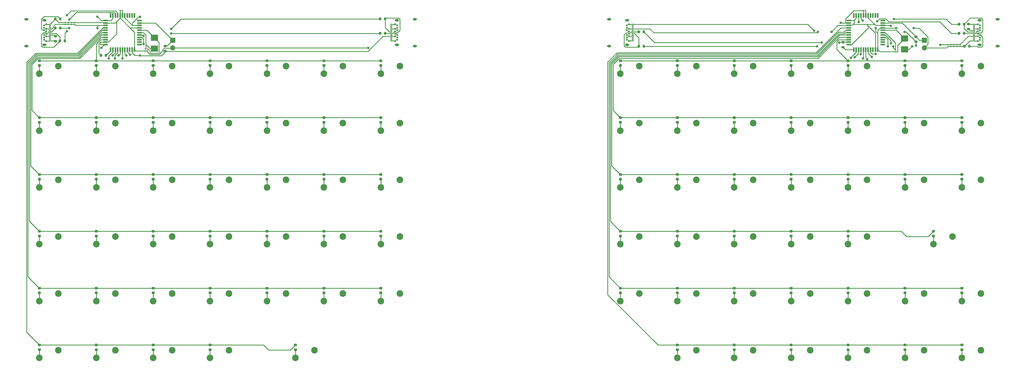
<source format=gbr>
%TF.GenerationSoftware,KiCad,Pcbnew,5.1.10-1.fc34*%
%TF.CreationDate,2021-08-03T16:02:25+03:00*%
%TF.ProjectId,keyboard,6b657962-6f61-4726-942e-6b696361645f,rev?*%
%TF.SameCoordinates,Original*%
%TF.FileFunction,Copper,L2,Bot*%
%TF.FilePolarity,Positive*%
%FSLAX46Y46*%
G04 Gerber Fmt 4.6, Leading zero omitted, Abs format (unit mm)*
G04 Created by KiCad (PCBNEW 5.1.10-1.fc34) date 2021-08-03 16:02:25*
%MOMM*%
%LPD*%
G01*
G04 APERTURE LIST*
%TA.AperFunction,SMDPad,CuDef*%
%ADD10R,2.400000X2.000000*%
%TD*%
%TA.AperFunction,SMDPad,CuDef*%
%ADD11R,1.500000X0.550000*%
%TD*%
%TA.AperFunction,SMDPad,CuDef*%
%ADD12R,0.550000X1.500000*%
%TD*%
%TA.AperFunction,ComponentPad*%
%ADD13C,0.650000*%
%TD*%
%TA.AperFunction,ComponentPad*%
%ADD14O,1.400000X0.800000*%
%TD*%
%TA.AperFunction,SMDPad,CuDef*%
%ADD15R,0.700000X0.300000*%
%TD*%
%TA.AperFunction,ComponentPad*%
%ADD16O,1.700000X1.700000*%
%TD*%
%TA.AperFunction,ComponentPad*%
%ADD17R,1.700000X1.700000*%
%TD*%
%TA.AperFunction,ComponentPad*%
%ADD18C,2.200000*%
%TD*%
%TA.AperFunction,ViaPad*%
%ADD19C,0.800000*%
%TD*%
%TA.AperFunction,Conductor*%
%ADD20C,0.250000*%
%TD*%
G04 APERTURE END LIST*
%TO.P,C5,2*%
%TO.N,GND*%
%TA.AperFunction,SMDPad,CuDef*%
G36*
G01*
X50138000Y-21246000D02*
X49938000Y-21246000D01*
G75*
G02*
X49838000Y-21146000I0J100000D01*
G01*
X49838000Y-20886000D01*
G75*
G02*
X49938000Y-20786000I100000J0D01*
G01*
X50138000Y-20786000D01*
G75*
G02*
X50238000Y-20886000I0J-100000D01*
G01*
X50238000Y-21146000D01*
G75*
G02*
X50138000Y-21246000I-100000J0D01*
G01*
G37*
%TD.AperFunction*%
%TO.P,C5,1*%
%TO.N,+5V*%
%TA.AperFunction,SMDPad,CuDef*%
G36*
G01*
X50138000Y-21886000D02*
X49938000Y-21886000D01*
G75*
G02*
X49838000Y-21786000I0J100000D01*
G01*
X49838000Y-21526000D01*
G75*
G02*
X49938000Y-21426000I100000J0D01*
G01*
X50138000Y-21426000D01*
G75*
G02*
X50238000Y-21526000I0J-100000D01*
G01*
X50238000Y-21786000D01*
G75*
G02*
X50138000Y-21886000I-100000J0D01*
G01*
G37*
%TD.AperFunction*%
%TD*%
D10*
%TO.P,Y1,2*%
%TO.N,Net-(C13-Pad2)*%
X68072000Y-19486000D03*
%TO.P,Y1,1*%
%TO.N,Net-(C11-Pad1)*%
X68072000Y-23186000D03*
%TD*%
%TO.P,C6,2*%
%TO.N,GND*%
%TA.AperFunction,SMDPad,CuDef*%
G36*
G01*
X332894000Y-22188000D02*
X333094000Y-22188000D01*
G75*
G02*
X333194000Y-22288000I0J-100000D01*
G01*
X333194000Y-22548000D01*
G75*
G02*
X333094000Y-22648000I-100000J0D01*
G01*
X332894000Y-22648000D01*
G75*
G02*
X332794000Y-22548000I0J100000D01*
G01*
X332794000Y-22288000D01*
G75*
G02*
X332894000Y-22188000I100000J0D01*
G01*
G37*
%TD.AperFunction*%
%TO.P,C6,1*%
%TO.N,+5V*%
%TA.AperFunction,SMDPad,CuDef*%
G36*
G01*
X332894000Y-21548000D02*
X333094000Y-21548000D01*
G75*
G02*
X333194000Y-21648000I0J-100000D01*
G01*
X333194000Y-21908000D01*
G75*
G02*
X333094000Y-22008000I-100000J0D01*
G01*
X332894000Y-22008000D01*
G75*
G02*
X332794000Y-21908000I0J100000D01*
G01*
X332794000Y-21648000D01*
G75*
G02*
X332894000Y-21548000I100000J0D01*
G01*
G37*
%TD.AperFunction*%
%TD*%
%TO.P,Y2,2*%
%TO.N,Net-(C14-Pad2)*%
X318516000Y-19740000D03*
%TO.P,Y2,1*%
%TO.N,Net-(C12-Pad1)*%
X318516000Y-23440000D03*
%TD*%
D11*
%TO.P,U2,44*%
%TO.N,+5V*%
X299862000Y-13780000D03*
%TO.P,U2,43*%
%TO.N,GND*%
X299862000Y-14580000D03*
%TO.P,U2,42*%
%TO.N,+5V*%
X299862000Y-15380000D03*
%TO.P,U2,41*%
%TO.N,ROW16*%
X299862000Y-16180000D03*
%TO.P,U2,40*%
%TO.N,ROW15*%
X299862000Y-16980000D03*
%TO.P,U2,39*%
%TO.N,ROW14*%
X299862000Y-17780000D03*
%TO.P,U2,38*%
%TO.N,ROW13*%
X299862000Y-18580000D03*
%TO.P,U2,37*%
%TO.N,ROW12*%
X299862000Y-19380000D03*
%TO.P,U2,36*%
%TO.N,ROW11*%
X299862000Y-20180000D03*
%TO.P,U2,35*%
%TO.N,GND*%
X299862000Y-20980000D03*
%TO.P,U2,34*%
%TO.N,+5V*%
X299862000Y-21780000D03*
D12*
%TO.P,U2,33*%
%TO.N,Net-(R10-Pad2)*%
X301562000Y-23480000D03*
%TO.P,U2,32*%
%TO.N,COL08*%
X302362000Y-23480000D03*
%TO.P,U2,31*%
%TO.N,COL09*%
X303162000Y-23480000D03*
%TO.P,U2,30*%
%TO.N,COL10*%
X303962000Y-23480000D03*
%TO.P,U2,29*%
%TO.N,COL11*%
X304762000Y-23480000D03*
%TO.P,U2,28*%
%TO.N,COL12*%
X305562000Y-23480000D03*
%TO.P,U2,27*%
%TO.N,COL13*%
X306362000Y-23480000D03*
%TO.P,U2,26*%
%TO.N,COL14*%
X307162000Y-23480000D03*
%TO.P,U2,25*%
%TO.N,Net-(U2-Pad25)*%
X307962000Y-23480000D03*
%TO.P,U2,24*%
%TO.N,+5V*%
X308762000Y-23480000D03*
%TO.P,U2,23*%
%TO.N,GND*%
X309562000Y-23480000D03*
D11*
%TO.P,U2,22*%
%TO.N,Net-(U2-Pad22)*%
X311262000Y-21780000D03*
%TO.P,U2,21*%
%TO.N,Net-(U2-Pad21)*%
X311262000Y-20980000D03*
%TO.P,U2,20*%
%TO.N,Net-(U2-Pad20)*%
X311262000Y-20180000D03*
%TO.P,U2,19*%
%TO.N,D_PJ6*%
X311262000Y-19380000D03*
%TO.P,U2,18*%
%TO.N,D_NJ6*%
X311262000Y-18580000D03*
%TO.P,U2,17*%
%TO.N,Net-(C12-Pad1)*%
X311262000Y-17780000D03*
%TO.P,U2,16*%
%TO.N,Net-(C14-Pad2)*%
X311262000Y-16980000D03*
%TO.P,U2,15*%
%TO.N,GND*%
X311262000Y-16180000D03*
%TO.P,U2,14*%
%TO.N,+5V*%
X311262000Y-15380000D03*
%TO.P,U2,13*%
%TO.N,RESET1*%
X311262000Y-14580000D03*
%TO.P,U2,12*%
%TO.N,Net-(U2-Pad12)*%
X311262000Y-13780000D03*
D12*
%TO.P,U2,11*%
%TO.N,Net-(U2-Pad11)*%
X309562000Y-12080000D03*
%TO.P,U2,10*%
%TO.N,Net-(U2-Pad10)*%
X308762000Y-12080000D03*
%TO.P,U2,9*%
%TO.N,Net-(U2-Pad9)*%
X307962000Y-12080000D03*
%TO.P,U2,8*%
%TO.N,Net-(U2-Pad8)*%
X307162000Y-12080000D03*
%TO.P,U2,7*%
%TO.N,+5V*%
X306362000Y-12080000D03*
%TO.P,U2,6*%
%TO.N,Net-(C16-Pad2)*%
X305562000Y-12080000D03*
%TO.P,U2,5*%
%TO.N,GND*%
X304762000Y-12080000D03*
%TO.P,U2,4*%
%TO.N,D_PJ2*%
X303962000Y-12080000D03*
%TO.P,U2,3*%
%TO.N,D_NJ2*%
X303162000Y-12080000D03*
%TO.P,U2,2*%
%TO.N,+5V*%
X302362000Y-12080000D03*
%TO.P,U2,1*%
%TO.N,Net-(U2-Pad1)*%
X301562000Y-12080000D03*
%TD*%
D11*
%TO.P,U1,44*%
%TO.N,+5V*%
X51704000Y-13780000D03*
%TO.P,U1,43*%
%TO.N,GND*%
X51704000Y-14580000D03*
%TO.P,U1,42*%
%TO.N,+5V*%
X51704000Y-15380000D03*
%TO.P,U1,41*%
%TO.N,ROW06*%
X51704000Y-16180000D03*
%TO.P,U1,40*%
%TO.N,ROW05*%
X51704000Y-16980000D03*
%TO.P,U1,39*%
%TO.N,ROW04*%
X51704000Y-17780000D03*
%TO.P,U1,38*%
%TO.N,ROW03*%
X51704000Y-18580000D03*
%TO.P,U1,37*%
%TO.N,ROW02*%
X51704000Y-19380000D03*
%TO.P,U1,36*%
%TO.N,ROW01*%
X51704000Y-20180000D03*
%TO.P,U1,35*%
%TO.N,GND*%
X51704000Y-20980000D03*
%TO.P,U1,34*%
%TO.N,+5V*%
X51704000Y-21780000D03*
D12*
%TO.P,U1,33*%
%TO.N,Net-(R9-Pad2)*%
X53404000Y-23480000D03*
%TO.P,U1,32*%
%TO.N,COL01*%
X54204000Y-23480000D03*
%TO.P,U1,31*%
%TO.N,COL02*%
X55004000Y-23480000D03*
%TO.P,U1,30*%
%TO.N,COL03*%
X55804000Y-23480000D03*
%TO.P,U1,29*%
%TO.N,COL04*%
X56604000Y-23480000D03*
%TO.P,U1,28*%
%TO.N,COL05*%
X57404000Y-23480000D03*
%TO.P,U1,27*%
%TO.N,COL06*%
X58204000Y-23480000D03*
%TO.P,U1,26*%
%TO.N,COL07*%
X59004000Y-23480000D03*
%TO.P,U1,25*%
%TO.N,Net-(U1-Pad25)*%
X59804000Y-23480000D03*
%TO.P,U1,24*%
%TO.N,+5V*%
X60604000Y-23480000D03*
%TO.P,U1,23*%
%TO.N,GND*%
X61404000Y-23480000D03*
D11*
%TO.P,U1,22*%
%TO.N,Net-(U1-Pad22)*%
X63104000Y-21780000D03*
%TO.P,U1,21*%
%TO.N,Net-(U1-Pad21)*%
X63104000Y-20980000D03*
%TO.P,U1,20*%
%TO.N,Net-(U1-Pad20)*%
X63104000Y-20180000D03*
%TO.P,U1,19*%
%TO.N,D_NJ5*%
X63104000Y-19380000D03*
%TO.P,U1,18*%
%TO.N,D_PJ5*%
X63104000Y-18580000D03*
%TO.P,U1,17*%
%TO.N,Net-(C11-Pad1)*%
X63104000Y-17780000D03*
%TO.P,U1,16*%
%TO.N,Net-(C13-Pad2)*%
X63104000Y-16980000D03*
%TO.P,U1,15*%
%TO.N,GND*%
X63104000Y-16180000D03*
%TO.P,U1,14*%
%TO.N,+5V*%
X63104000Y-15380000D03*
%TO.P,U1,13*%
%TO.N,RESET0*%
X63104000Y-14580000D03*
%TO.P,U1,12*%
%TO.N,Net-(U1-Pad12)*%
X63104000Y-13780000D03*
D12*
%TO.P,U1,11*%
%TO.N,Net-(U1-Pad11)*%
X61404000Y-12080000D03*
%TO.P,U1,10*%
%TO.N,Net-(U1-Pad10)*%
X60604000Y-12080000D03*
%TO.P,U1,9*%
%TO.N,Net-(U1-Pad9)*%
X59804000Y-12080000D03*
%TO.P,U1,8*%
%TO.N,Net-(U1-Pad8)*%
X59004000Y-12080000D03*
%TO.P,U1,7*%
%TO.N,+5V*%
X58204000Y-12080000D03*
%TO.P,U1,6*%
%TO.N,Net-(C15-Pad2)*%
X57404000Y-12080000D03*
%TO.P,U1,5*%
%TO.N,GND*%
X56604000Y-12080000D03*
%TO.P,U1,4*%
%TO.N,D_PJ1*%
X55804000Y-12080000D03*
%TO.P,U1,3*%
%TO.N,D_NJ1*%
X55004000Y-12080000D03*
%TO.P,U1,2*%
%TO.N,+5V*%
X54204000Y-12080000D03*
%TO.P,U1,1*%
%TO.N,Net-(U1-Pad1)*%
X53404000Y-12080000D03*
%TD*%
%TO.P,R16,2*%
%TO.N,Net-(J6-PadA6)*%
%TA.AperFunction,SMDPad,CuDef*%
G36*
G01*
X230207000Y-22077000D02*
X230207000Y-22627000D01*
G75*
G02*
X230007000Y-22827000I-200000J0D01*
G01*
X229607000Y-22827000D01*
G75*
G02*
X229407000Y-22627000I0J200000D01*
G01*
X229407000Y-22077000D01*
G75*
G02*
X229607000Y-21877000I200000J0D01*
G01*
X230007000Y-21877000D01*
G75*
G02*
X230207000Y-22077000I0J-200000D01*
G01*
G37*
%TD.AperFunction*%
%TO.P,R16,1*%
%TO.N,D_PJ6*%
%TA.AperFunction,SMDPad,CuDef*%
G36*
G01*
X231857000Y-22077000D02*
X231857000Y-22627000D01*
G75*
G02*
X231657000Y-22827000I-200000J0D01*
G01*
X231257000Y-22827000D01*
G75*
G02*
X231057000Y-22627000I0J200000D01*
G01*
X231057000Y-22077000D01*
G75*
G02*
X231257000Y-21877000I200000J0D01*
G01*
X231657000Y-21877000D01*
G75*
G02*
X231857000Y-22077000I0J-200000D01*
G01*
G37*
%TD.AperFunction*%
%TD*%
%TO.P,R15,2*%
%TO.N,Net-(J5-PadA6)*%
%TA.AperFunction,SMDPad,CuDef*%
G36*
G01*
X144697000Y-13483000D02*
X144697000Y-12933000D01*
G75*
G02*
X144897000Y-12733000I200000J0D01*
G01*
X145297000Y-12733000D01*
G75*
G02*
X145497000Y-12933000I0J-200000D01*
G01*
X145497000Y-13483000D01*
G75*
G02*
X145297000Y-13683000I-200000J0D01*
G01*
X144897000Y-13683000D01*
G75*
G02*
X144697000Y-13483000I0J200000D01*
G01*
G37*
%TD.AperFunction*%
%TO.P,R15,1*%
%TO.N,D_PJ5*%
%TA.AperFunction,SMDPad,CuDef*%
G36*
G01*
X143047000Y-13483000D02*
X143047000Y-12933000D01*
G75*
G02*
X143247000Y-12733000I200000J0D01*
G01*
X143647000Y-12733000D01*
G75*
G02*
X143847000Y-12933000I0J-200000D01*
G01*
X143847000Y-13483000D01*
G75*
G02*
X143647000Y-13683000I-200000J0D01*
G01*
X143247000Y-13683000D01*
G75*
G02*
X143047000Y-13483000I0J200000D01*
G01*
G37*
%TD.AperFunction*%
%TD*%
%TO.P,R14,2*%
%TO.N,Net-(J6-PadA7)*%
%TA.AperFunction,SMDPad,CuDef*%
G36*
G01*
X230207000Y-17251000D02*
X230207000Y-17801000D01*
G75*
G02*
X230007000Y-18001000I-200000J0D01*
G01*
X229607000Y-18001000D01*
G75*
G02*
X229407000Y-17801000I0J200000D01*
G01*
X229407000Y-17251000D01*
G75*
G02*
X229607000Y-17051000I200000J0D01*
G01*
X230007000Y-17051000D01*
G75*
G02*
X230207000Y-17251000I0J-200000D01*
G01*
G37*
%TD.AperFunction*%
%TO.P,R14,1*%
%TO.N,D_NJ6*%
%TA.AperFunction,SMDPad,CuDef*%
G36*
G01*
X231857000Y-17251000D02*
X231857000Y-17801000D01*
G75*
G02*
X231657000Y-18001000I-200000J0D01*
G01*
X231257000Y-18001000D01*
G75*
G02*
X231057000Y-17801000I0J200000D01*
G01*
X231057000Y-17251000D01*
G75*
G02*
X231257000Y-17051000I200000J0D01*
G01*
X231657000Y-17051000D01*
G75*
G02*
X231857000Y-17251000I0J-200000D01*
G01*
G37*
%TD.AperFunction*%
%TD*%
%TO.P,R13,2*%
%TO.N,Net-(J5-PadA7)*%
%TA.AperFunction,SMDPad,CuDef*%
G36*
G01*
X144697000Y-18309000D02*
X144697000Y-17759000D01*
G75*
G02*
X144897000Y-17559000I200000J0D01*
G01*
X145297000Y-17559000D01*
G75*
G02*
X145497000Y-17759000I0J-200000D01*
G01*
X145497000Y-18309000D01*
G75*
G02*
X145297000Y-18509000I-200000J0D01*
G01*
X144897000Y-18509000D01*
G75*
G02*
X144697000Y-18309000I0J200000D01*
G01*
G37*
%TD.AperFunction*%
%TO.P,R13,1*%
%TO.N,D_NJ5*%
%TA.AperFunction,SMDPad,CuDef*%
G36*
G01*
X143047000Y-18309000D02*
X143047000Y-17759000D01*
G75*
G02*
X143247000Y-17559000I200000J0D01*
G01*
X143647000Y-17559000D01*
G75*
G02*
X143847000Y-17759000I0J-200000D01*
G01*
X143847000Y-18309000D01*
G75*
G02*
X143647000Y-18509000I-200000J0D01*
G01*
X143247000Y-18509000D01*
G75*
G02*
X143047000Y-18309000I0J200000D01*
G01*
G37*
%TD.AperFunction*%
%TD*%
%TO.P,R12,2*%
%TO.N,RESET1*%
%TA.AperFunction,SMDPad,CuDef*%
G36*
G01*
X322601000Y-19578000D02*
X322051000Y-19578000D01*
G75*
G02*
X321851000Y-19378000I0J200000D01*
G01*
X321851000Y-18978000D01*
G75*
G02*
X322051000Y-18778000I200000J0D01*
G01*
X322601000Y-18778000D01*
G75*
G02*
X322801000Y-18978000I0J-200000D01*
G01*
X322801000Y-19378000D01*
G75*
G02*
X322601000Y-19578000I-200000J0D01*
G01*
G37*
%TD.AperFunction*%
%TO.P,R12,1*%
%TO.N,+5V*%
%TA.AperFunction,SMDPad,CuDef*%
G36*
G01*
X322601000Y-21228000D02*
X322051000Y-21228000D01*
G75*
G02*
X321851000Y-21028000I0J200000D01*
G01*
X321851000Y-20628000D01*
G75*
G02*
X322051000Y-20428000I200000J0D01*
G01*
X322601000Y-20428000D01*
G75*
G02*
X322801000Y-20628000I0J-200000D01*
G01*
X322801000Y-21028000D01*
G75*
G02*
X322601000Y-21228000I-200000J0D01*
G01*
G37*
%TD.AperFunction*%
%TD*%
%TO.P,R11,2*%
%TO.N,RESET0*%
%TA.AperFunction,SMDPad,CuDef*%
G36*
G01*
X71903000Y-22689000D02*
X71353000Y-22689000D01*
G75*
G02*
X71153000Y-22489000I0J200000D01*
G01*
X71153000Y-22089000D01*
G75*
G02*
X71353000Y-21889000I200000J0D01*
G01*
X71903000Y-21889000D01*
G75*
G02*
X72103000Y-22089000I0J-200000D01*
G01*
X72103000Y-22489000D01*
G75*
G02*
X71903000Y-22689000I-200000J0D01*
G01*
G37*
%TD.AperFunction*%
%TO.P,R11,1*%
%TO.N,+5V*%
%TA.AperFunction,SMDPad,CuDef*%
G36*
G01*
X71903000Y-24339000D02*
X71353000Y-24339000D01*
G75*
G02*
X71153000Y-24139000I0J200000D01*
G01*
X71153000Y-23739000D01*
G75*
G02*
X71353000Y-23539000I200000J0D01*
G01*
X71903000Y-23539000D01*
G75*
G02*
X72103000Y-23739000I0J-200000D01*
G01*
X72103000Y-24139000D01*
G75*
G02*
X71903000Y-24339000I-200000J0D01*
G01*
G37*
%TD.AperFunction*%
%TD*%
%TO.P,R10,2*%
%TO.N,Net-(R10-Pad2)*%
%TA.AperFunction,SMDPad,CuDef*%
G36*
G01*
X297667000Y-22269000D02*
X298217000Y-22269000D01*
G75*
G02*
X298417000Y-22469000I0J-200000D01*
G01*
X298417000Y-22869000D01*
G75*
G02*
X298217000Y-23069000I-200000J0D01*
G01*
X297667000Y-23069000D01*
G75*
G02*
X297467000Y-22869000I0J200000D01*
G01*
X297467000Y-22469000D01*
G75*
G02*
X297667000Y-22269000I200000J0D01*
G01*
G37*
%TD.AperFunction*%
%TO.P,R10,1*%
%TO.N,GND*%
%TA.AperFunction,SMDPad,CuDef*%
G36*
G01*
X297667000Y-20619000D02*
X298217000Y-20619000D01*
G75*
G02*
X298417000Y-20819000I0J-200000D01*
G01*
X298417000Y-21219000D01*
G75*
G02*
X298217000Y-21419000I-200000J0D01*
G01*
X297667000Y-21419000D01*
G75*
G02*
X297467000Y-21219000I0J200000D01*
G01*
X297467000Y-20819000D01*
G75*
G02*
X297667000Y-20619000I200000J0D01*
G01*
G37*
%TD.AperFunction*%
%TD*%
%TO.P,R9,2*%
%TO.N,Net-(R9-Pad2)*%
%TA.AperFunction,SMDPad,CuDef*%
G36*
G01*
X51479000Y-25675000D02*
X51479000Y-25125000D01*
G75*
G02*
X51679000Y-24925000I200000J0D01*
G01*
X52079000Y-24925000D01*
G75*
G02*
X52279000Y-25125000I0J-200000D01*
G01*
X52279000Y-25675000D01*
G75*
G02*
X52079000Y-25875000I-200000J0D01*
G01*
X51679000Y-25875000D01*
G75*
G02*
X51479000Y-25675000I0J200000D01*
G01*
G37*
%TD.AperFunction*%
%TO.P,R9,1*%
%TO.N,GND*%
%TA.AperFunction,SMDPad,CuDef*%
G36*
G01*
X49829000Y-25675000D02*
X49829000Y-25125000D01*
G75*
G02*
X50029000Y-24925000I200000J0D01*
G01*
X50429000Y-24925000D01*
G75*
G02*
X50629000Y-25125000I0J-200000D01*
G01*
X50629000Y-25675000D01*
G75*
G02*
X50429000Y-25875000I-200000J0D01*
G01*
X50029000Y-25875000D01*
G75*
G02*
X49829000Y-25675000I0J200000D01*
G01*
G37*
%TD.AperFunction*%
%TD*%
%TO.P,R8,2*%
%TO.N,Net-(J2-PadA6)*%
%TA.AperFunction,SMDPad,CuDef*%
G36*
G01*
X337991000Y-15261000D02*
X337991000Y-14711000D01*
G75*
G02*
X338191000Y-14511000I200000J0D01*
G01*
X338591000Y-14511000D01*
G75*
G02*
X338791000Y-14711000I0J-200000D01*
G01*
X338791000Y-15261000D01*
G75*
G02*
X338591000Y-15461000I-200000J0D01*
G01*
X338191000Y-15461000D01*
G75*
G02*
X337991000Y-15261000I0J200000D01*
G01*
G37*
%TD.AperFunction*%
%TO.P,R8,1*%
%TO.N,D_PJ2*%
%TA.AperFunction,SMDPad,CuDef*%
G36*
G01*
X336341000Y-15261000D02*
X336341000Y-14711000D01*
G75*
G02*
X336541000Y-14511000I200000J0D01*
G01*
X336941000Y-14511000D01*
G75*
G02*
X337141000Y-14711000I0J-200000D01*
G01*
X337141000Y-15261000D01*
G75*
G02*
X336941000Y-15461000I-200000J0D01*
G01*
X336541000Y-15461000D01*
G75*
G02*
X336341000Y-15261000I0J200000D01*
G01*
G37*
%TD.AperFunction*%
%TD*%
%TO.P,R7,2*%
%TO.N,Net-(J1-PadA6)*%
%TA.AperFunction,SMDPad,CuDef*%
G36*
G01*
X36913000Y-20299000D02*
X36913000Y-20849000D01*
G75*
G02*
X36713000Y-21049000I-200000J0D01*
G01*
X36313000Y-21049000D01*
G75*
G02*
X36113000Y-20849000I0J200000D01*
G01*
X36113000Y-20299000D01*
G75*
G02*
X36313000Y-20099000I200000J0D01*
G01*
X36713000Y-20099000D01*
G75*
G02*
X36913000Y-20299000I0J-200000D01*
G01*
G37*
%TD.AperFunction*%
%TO.P,R7,1*%
%TO.N,D_PJ1*%
%TA.AperFunction,SMDPad,CuDef*%
G36*
G01*
X38563000Y-20299000D02*
X38563000Y-20849000D01*
G75*
G02*
X38363000Y-21049000I-200000J0D01*
G01*
X37963000Y-21049000D01*
G75*
G02*
X37763000Y-20849000I0J200000D01*
G01*
X37763000Y-20299000D01*
G75*
G02*
X37963000Y-20099000I200000J0D01*
G01*
X38363000Y-20099000D01*
G75*
G02*
X38563000Y-20299000I0J-200000D01*
G01*
G37*
%TD.AperFunction*%
%TD*%
%TO.P,R6,2*%
%TO.N,Net-(J2-PadA7)*%
%TA.AperFunction,SMDPad,CuDef*%
G36*
G01*
X337991000Y-18309000D02*
X337991000Y-17759000D01*
G75*
G02*
X338191000Y-17559000I200000J0D01*
G01*
X338591000Y-17559000D01*
G75*
G02*
X338791000Y-17759000I0J-200000D01*
G01*
X338791000Y-18309000D01*
G75*
G02*
X338591000Y-18509000I-200000J0D01*
G01*
X338191000Y-18509000D01*
G75*
G02*
X337991000Y-18309000I0J200000D01*
G01*
G37*
%TD.AperFunction*%
%TO.P,R6,1*%
%TO.N,D_NJ2*%
%TA.AperFunction,SMDPad,CuDef*%
G36*
G01*
X336341000Y-18309000D02*
X336341000Y-17759000D01*
G75*
G02*
X336541000Y-17559000I200000J0D01*
G01*
X336941000Y-17559000D01*
G75*
G02*
X337141000Y-17759000I0J-200000D01*
G01*
X337141000Y-18309000D01*
G75*
G02*
X336941000Y-18509000I-200000J0D01*
G01*
X336541000Y-18509000D01*
G75*
G02*
X336341000Y-18309000I0J200000D01*
G01*
G37*
%TD.AperFunction*%
%TD*%
%TO.P,R5,2*%
%TO.N,Net-(J1-PadA7)*%
%TA.AperFunction,SMDPad,CuDef*%
G36*
G01*
X35389000Y-15981000D02*
X35389000Y-16531000D01*
G75*
G02*
X35189000Y-16731000I-200000J0D01*
G01*
X34789000Y-16731000D01*
G75*
G02*
X34589000Y-16531000I0J200000D01*
G01*
X34589000Y-15981000D01*
G75*
G02*
X34789000Y-15781000I200000J0D01*
G01*
X35189000Y-15781000D01*
G75*
G02*
X35389000Y-15981000I0J-200000D01*
G01*
G37*
%TD.AperFunction*%
%TO.P,R5,1*%
%TO.N,D_NJ1*%
%TA.AperFunction,SMDPad,CuDef*%
G36*
G01*
X37039000Y-15981000D02*
X37039000Y-16531000D01*
G75*
G02*
X36839000Y-16731000I-200000J0D01*
G01*
X36439000Y-16731000D01*
G75*
G02*
X36239000Y-16531000I0J200000D01*
G01*
X36239000Y-15981000D01*
G75*
G02*
X36439000Y-15781000I200000J0D01*
G01*
X36839000Y-15781000D01*
G75*
G02*
X37039000Y-15981000I0J-200000D01*
G01*
G37*
%TD.AperFunction*%
%TD*%
%TO.P,R4,2*%
%TO.N,Net-(J2-PadB5)*%
%TA.AperFunction,SMDPad,CuDef*%
G36*
G01*
X339769000Y-22627000D02*
X339769000Y-22077000D01*
G75*
G02*
X339969000Y-21877000I200000J0D01*
G01*
X340369000Y-21877000D01*
G75*
G02*
X340569000Y-22077000I0J-200000D01*
G01*
X340569000Y-22627000D01*
G75*
G02*
X340369000Y-22827000I-200000J0D01*
G01*
X339969000Y-22827000D01*
G75*
G02*
X339769000Y-22627000I0J200000D01*
G01*
G37*
%TD.AperFunction*%
%TO.P,R4,1*%
%TO.N,GND*%
%TA.AperFunction,SMDPad,CuDef*%
G36*
G01*
X338119000Y-22627000D02*
X338119000Y-22077000D01*
G75*
G02*
X338319000Y-21877000I200000J0D01*
G01*
X338719000Y-21877000D01*
G75*
G02*
X338919000Y-22077000I0J-200000D01*
G01*
X338919000Y-22627000D01*
G75*
G02*
X338719000Y-22827000I-200000J0D01*
G01*
X338319000Y-22827000D01*
G75*
G02*
X338119000Y-22627000I0J200000D01*
G01*
G37*
%TD.AperFunction*%
%TD*%
%TO.P,R3,2*%
%TO.N,Net-(J1-PadB5)*%
%TA.AperFunction,SMDPad,CuDef*%
G36*
G01*
X36239000Y-13483000D02*
X36239000Y-12933000D01*
G75*
G02*
X36439000Y-12733000I200000J0D01*
G01*
X36839000Y-12733000D01*
G75*
G02*
X37039000Y-12933000I0J-200000D01*
G01*
X37039000Y-13483000D01*
G75*
G02*
X36839000Y-13683000I-200000J0D01*
G01*
X36439000Y-13683000D01*
G75*
G02*
X36239000Y-13483000I0J200000D01*
G01*
G37*
%TD.AperFunction*%
%TO.P,R3,1*%
%TO.N,GND*%
%TA.AperFunction,SMDPad,CuDef*%
G36*
G01*
X34589000Y-13483000D02*
X34589000Y-12933000D01*
G75*
G02*
X34789000Y-12733000I200000J0D01*
G01*
X35189000Y-12733000D01*
G75*
G02*
X35389000Y-12933000I0J-200000D01*
G01*
X35389000Y-13483000D01*
G75*
G02*
X35189000Y-13683000I-200000J0D01*
G01*
X34789000Y-13683000D01*
G75*
G02*
X34589000Y-13483000I0J200000D01*
G01*
G37*
%TD.AperFunction*%
%TD*%
%TO.P,R2,2*%
%TO.N,Net-(J2-PadA5)*%
%TA.AperFunction,SMDPad,CuDef*%
G36*
G01*
X339577000Y-16173000D02*
X340127000Y-16173000D01*
G75*
G02*
X340327000Y-16373000I0J-200000D01*
G01*
X340327000Y-16773000D01*
G75*
G02*
X340127000Y-16973000I-200000J0D01*
G01*
X339577000Y-16973000D01*
G75*
G02*
X339377000Y-16773000I0J200000D01*
G01*
X339377000Y-16373000D01*
G75*
G02*
X339577000Y-16173000I200000J0D01*
G01*
G37*
%TD.AperFunction*%
%TO.P,R2,1*%
%TO.N,GND*%
%TA.AperFunction,SMDPad,CuDef*%
G36*
G01*
X339577000Y-14523000D02*
X340127000Y-14523000D01*
G75*
G02*
X340327000Y-14723000I0J-200000D01*
G01*
X340327000Y-15123000D01*
G75*
G02*
X340127000Y-15323000I-200000J0D01*
G01*
X339577000Y-15323000D01*
G75*
G02*
X339377000Y-15123000I0J200000D01*
G01*
X339377000Y-14723000D01*
G75*
G02*
X339577000Y-14523000I200000J0D01*
G01*
G37*
%TD.AperFunction*%
%TD*%
%TO.P,R1,2*%
%TO.N,Net-(J1-PadA5)*%
%TA.AperFunction,SMDPad,CuDef*%
G36*
G01*
X35327000Y-19387000D02*
X34777000Y-19387000D01*
G75*
G02*
X34577000Y-19187000I0J200000D01*
G01*
X34577000Y-18787000D01*
G75*
G02*
X34777000Y-18587000I200000J0D01*
G01*
X35327000Y-18587000D01*
G75*
G02*
X35527000Y-18787000I0J-200000D01*
G01*
X35527000Y-19187000D01*
G75*
G02*
X35327000Y-19387000I-200000J0D01*
G01*
G37*
%TD.AperFunction*%
%TO.P,R1,1*%
%TO.N,GND*%
%TA.AperFunction,SMDPad,CuDef*%
G36*
G01*
X35327000Y-21037000D02*
X34777000Y-21037000D01*
G75*
G02*
X34577000Y-20837000I0J200000D01*
G01*
X34577000Y-20437000D01*
G75*
G02*
X34777000Y-20237000I200000J0D01*
G01*
X35327000Y-20237000D01*
G75*
G02*
X35527000Y-20437000I0J-200000D01*
G01*
X35527000Y-20837000D01*
G75*
G02*
X35327000Y-21037000I-200000J0D01*
G01*
G37*
%TD.AperFunction*%
%TD*%
D13*
%TO.P,J6,B11*%
%TO.N,N/C*%
X225768000Y-20180000D03*
%TO.P,J6,B10*%
X225768000Y-19380000D03*
%TO.P,J6,B8*%
%TO.N,Net-(J6-PadB8)*%
X225768000Y-18580000D03*
%TO.P,J6,B5*%
%TO.N,Net-(J6-PadB5)*%
X225768000Y-16980000D03*
%TO.P,J6,B3*%
%TO.N,N/C*%
X225768000Y-16180000D03*
%TO.P,J6,B2*%
X225768000Y-15380000D03*
%TO.P,J6,B12*%
%TO.N,GND*%
X226468000Y-20580000D03*
%TO.P,J6,B9*%
%TO.N,+5V*%
X226468000Y-18980000D03*
%TO.P,J6,B7*%
%TO.N,Net-(J6-PadA7)*%
X226468000Y-18180000D03*
%TO.P,J6,B6*%
%TO.N,Net-(J6-PadA6)*%
X226468000Y-17380000D03*
%TO.P,J6,B4*%
%TO.N,+5V*%
X226468000Y-16580000D03*
%TO.P,J6,B1*%
%TO.N,GND*%
X226468000Y-14980000D03*
D14*
%TO.P,J6,S1*%
X219918000Y-22270000D03*
X219918000Y-13290000D03*
X225868000Y-13650000D03*
D15*
%TO.P,J6,A11*%
%TO.N,N/C*%
X227778000Y-15530000D03*
%TO.P,J6,A8*%
%TO.N,Net-(J6-PadA8)*%
X227778000Y-17030000D03*
%TO.P,J6,A9*%
%TO.N,+5V*%
X227778000Y-16530000D03*
%TO.P,J6,A10*%
%TO.N,N/C*%
X227778000Y-16030000D03*
%TO.P,J6,A12*%
%TO.N,GND*%
X227778000Y-15030000D03*
%TO.P,J6,A7*%
%TO.N,Net-(J6-PadA7)*%
X227778000Y-17530000D03*
%TO.P,J6,A6*%
%TO.N,Net-(J6-PadA6)*%
X227778000Y-18030000D03*
%TO.P,J6,A5*%
%TO.N,Net-(J6-PadA5)*%
X227778000Y-18530000D03*
%TO.P,J6,A4*%
%TO.N,+5V*%
X227778000Y-19030000D03*
%TO.P,J6,A3*%
%TO.N,N/C*%
X227778000Y-19530000D03*
%TO.P,J6,A2*%
X227778000Y-20030000D03*
%TO.P,J6,A1*%
%TO.N,GND*%
X227778000Y-20530000D03*
D14*
%TO.P,J6,S1*%
X225868000Y-21910000D03*
%TD*%
D13*
%TO.P,J5,B11*%
%TO.N,N/C*%
X149136000Y-15380000D03*
%TO.P,J5,B10*%
X149136000Y-16180000D03*
%TO.P,J5,B8*%
%TO.N,Net-(J5-PadB8)*%
X149136000Y-16980000D03*
%TO.P,J5,B5*%
%TO.N,Net-(J5-PadB5)*%
X149136000Y-18580000D03*
%TO.P,J5,B3*%
%TO.N,N/C*%
X149136000Y-19380000D03*
%TO.P,J5,B2*%
X149136000Y-20180000D03*
%TO.P,J5,B12*%
%TO.N,GND*%
X148436000Y-14980000D03*
%TO.P,J5,B9*%
%TO.N,+5V*%
X148436000Y-16580000D03*
%TO.P,J5,B7*%
%TO.N,Net-(J5-PadA7)*%
X148436000Y-17380000D03*
%TO.P,J5,B6*%
%TO.N,Net-(J5-PadA6)*%
X148436000Y-18180000D03*
%TO.P,J5,B4*%
%TO.N,+5V*%
X148436000Y-18980000D03*
%TO.P,J5,B1*%
%TO.N,GND*%
X148436000Y-20580000D03*
D14*
%TO.P,J5,S1*%
X154986000Y-13290000D03*
X154986000Y-22270000D03*
X149036000Y-21910000D03*
D15*
%TO.P,J5,A11*%
%TO.N,N/C*%
X147126000Y-20030000D03*
%TO.P,J5,A8*%
%TO.N,Net-(J5-PadA8)*%
X147126000Y-18530000D03*
%TO.P,J5,A9*%
%TO.N,+5V*%
X147126000Y-19030000D03*
%TO.P,J5,A10*%
%TO.N,N/C*%
X147126000Y-19530000D03*
%TO.P,J5,A12*%
%TO.N,GND*%
X147126000Y-20530000D03*
%TO.P,J5,A7*%
%TO.N,Net-(J5-PadA7)*%
X147126000Y-18030000D03*
%TO.P,J5,A6*%
%TO.N,Net-(J5-PadA6)*%
X147126000Y-17530000D03*
%TO.P,J5,A5*%
%TO.N,Net-(J5-PadA5)*%
X147126000Y-17030000D03*
%TO.P,J5,A4*%
%TO.N,+5V*%
X147126000Y-16530000D03*
%TO.P,J5,A3*%
%TO.N,N/C*%
X147126000Y-16030000D03*
%TO.P,J5,A2*%
X147126000Y-15530000D03*
%TO.P,J5,A1*%
%TO.N,GND*%
X147126000Y-15030000D03*
D14*
%TO.P,J5,S1*%
X149036000Y-13650000D03*
%TD*%
D16*
%TO.P,J4,2*%
%TO.N,GND*%
X325120000Y-22860000D03*
D17*
%TO.P,J4,1*%
%TO.N,RESET1*%
X325120000Y-20320000D03*
%TD*%
D16*
%TO.P,J3,2*%
%TO.N,GND*%
X74168000Y-22860000D03*
D17*
%TO.P,J3,1*%
%TO.N,RESET0*%
X74168000Y-20320000D03*
%TD*%
D13*
%TO.P,J2,B11*%
%TO.N,N/C*%
X343700000Y-15380000D03*
%TO.P,J2,B10*%
X343700000Y-16180000D03*
%TO.P,J2,B8*%
%TO.N,Net-(J2-PadB8)*%
X343700000Y-16980000D03*
%TO.P,J2,B5*%
%TO.N,Net-(J2-PadB5)*%
X343700000Y-18580000D03*
%TO.P,J2,B3*%
%TO.N,N/C*%
X343700000Y-19380000D03*
%TO.P,J2,B2*%
X343700000Y-20180000D03*
%TO.P,J2,B12*%
%TO.N,GND*%
X343000000Y-14980000D03*
%TO.P,J2,B9*%
%TO.N,+5V*%
X343000000Y-16580000D03*
%TO.P,J2,B7*%
%TO.N,Net-(J2-PadA7)*%
X343000000Y-17380000D03*
%TO.P,J2,B6*%
%TO.N,Net-(J2-PadA6)*%
X343000000Y-18180000D03*
%TO.P,J2,B4*%
%TO.N,+5V*%
X343000000Y-18980000D03*
%TO.P,J2,B1*%
%TO.N,GND*%
X343000000Y-20580000D03*
D14*
%TO.P,J2,S1*%
X349550000Y-13290000D03*
X349550000Y-22270000D03*
X343600000Y-21910000D03*
D15*
%TO.P,J2,A11*%
%TO.N,N/C*%
X341690000Y-20030000D03*
%TO.P,J2,A8*%
%TO.N,Net-(J2-PadA8)*%
X341690000Y-18530000D03*
%TO.P,J2,A9*%
%TO.N,+5V*%
X341690000Y-19030000D03*
%TO.P,J2,A10*%
%TO.N,N/C*%
X341690000Y-19530000D03*
%TO.P,J2,A12*%
%TO.N,GND*%
X341690000Y-20530000D03*
%TO.P,J2,A7*%
%TO.N,Net-(J2-PadA7)*%
X341690000Y-18030000D03*
%TO.P,J2,A6*%
%TO.N,Net-(J2-PadA6)*%
X341690000Y-17530000D03*
%TO.P,J2,A5*%
%TO.N,Net-(J2-PadA5)*%
X341690000Y-17030000D03*
%TO.P,J2,A4*%
%TO.N,+5V*%
X341690000Y-16530000D03*
%TO.P,J2,A3*%
%TO.N,N/C*%
X341690000Y-16030000D03*
%TO.P,J2,A2*%
X341690000Y-15530000D03*
%TO.P,J2,A1*%
%TO.N,GND*%
X341690000Y-15030000D03*
D14*
%TO.P,J2,S1*%
X343600000Y-13650000D03*
%TD*%
D13*
%TO.P,J1,B11*%
%TO.N,N/C*%
X31204000Y-20180000D03*
%TO.P,J1,B10*%
X31204000Y-19380000D03*
%TO.P,J1,B8*%
%TO.N,Net-(J1-PadB8)*%
X31204000Y-18580000D03*
%TO.P,J1,B5*%
%TO.N,Net-(J1-PadB5)*%
X31204000Y-16980000D03*
%TO.P,J1,B3*%
%TO.N,N/C*%
X31204000Y-16180000D03*
%TO.P,J1,B2*%
X31204000Y-15380000D03*
%TO.P,J1,B12*%
%TO.N,GND*%
X31904000Y-20580000D03*
%TO.P,J1,B9*%
%TO.N,+5V*%
X31904000Y-18980000D03*
%TO.P,J1,B7*%
%TO.N,Net-(J1-PadA7)*%
X31904000Y-18180000D03*
%TO.P,J1,B6*%
%TO.N,Net-(J1-PadA6)*%
X31904000Y-17380000D03*
%TO.P,J1,B4*%
%TO.N,+5V*%
X31904000Y-16580000D03*
%TO.P,J1,B1*%
%TO.N,GND*%
X31904000Y-14980000D03*
D14*
%TO.P,J1,S1*%
X25354000Y-22270000D03*
X25354000Y-13290000D03*
X31304000Y-13650000D03*
D15*
%TO.P,J1,A11*%
%TO.N,N/C*%
X33214000Y-15530000D03*
%TO.P,J1,A8*%
%TO.N,Net-(J1-PadA8)*%
X33214000Y-17030000D03*
%TO.P,J1,A9*%
%TO.N,+5V*%
X33214000Y-16530000D03*
%TO.P,J1,A10*%
%TO.N,N/C*%
X33214000Y-16030000D03*
%TO.P,J1,A12*%
%TO.N,GND*%
X33214000Y-15030000D03*
%TO.P,J1,A7*%
%TO.N,Net-(J1-PadA7)*%
X33214000Y-17530000D03*
%TO.P,J1,A6*%
%TO.N,Net-(J1-PadA6)*%
X33214000Y-18030000D03*
%TO.P,J1,A5*%
%TO.N,Net-(J1-PadA5)*%
X33214000Y-18530000D03*
%TO.P,J1,A4*%
%TO.N,+5V*%
X33214000Y-19030000D03*
%TO.P,J1,A3*%
%TO.N,N/C*%
X33214000Y-19530000D03*
%TO.P,J1,A2*%
X33214000Y-20030000D03*
%TO.P,J1,A1*%
%TO.N,GND*%
X33214000Y-20530000D03*
D14*
%TO.P,J1,S1*%
X31304000Y-21910000D03*
%TD*%
%TO.P,C16,2*%
%TO.N,Net-(C16-Pad2)*%
%TA.AperFunction,SMDPad,CuDef*%
G36*
G01*
X305144000Y-10514000D02*
X305144000Y-10314000D01*
G75*
G02*
X305244000Y-10214000I100000J0D01*
G01*
X305504000Y-10214000D01*
G75*
G02*
X305604000Y-10314000I0J-100000D01*
G01*
X305604000Y-10514000D01*
G75*
G02*
X305504000Y-10614000I-100000J0D01*
G01*
X305244000Y-10614000D01*
G75*
G02*
X305144000Y-10514000I0J100000D01*
G01*
G37*
%TD.AperFunction*%
%TO.P,C16,1*%
%TO.N,GND*%
%TA.AperFunction,SMDPad,CuDef*%
G36*
G01*
X304504000Y-10514000D02*
X304504000Y-10314000D01*
G75*
G02*
X304604000Y-10214000I100000J0D01*
G01*
X304864000Y-10214000D01*
G75*
G02*
X304964000Y-10314000I0J-100000D01*
G01*
X304964000Y-10514000D01*
G75*
G02*
X304864000Y-10614000I-100000J0D01*
G01*
X304604000Y-10614000D01*
G75*
G02*
X304504000Y-10514000I0J100000D01*
G01*
G37*
%TD.AperFunction*%
%TD*%
%TO.P,C15,2*%
%TO.N,Net-(C15-Pad2)*%
%TA.AperFunction,SMDPad,CuDef*%
G36*
G01*
X57052000Y-10514000D02*
X57052000Y-10314000D01*
G75*
G02*
X57152000Y-10214000I100000J0D01*
G01*
X57412000Y-10214000D01*
G75*
G02*
X57512000Y-10314000I0J-100000D01*
G01*
X57512000Y-10514000D01*
G75*
G02*
X57412000Y-10614000I-100000J0D01*
G01*
X57152000Y-10614000D01*
G75*
G02*
X57052000Y-10514000I0J100000D01*
G01*
G37*
%TD.AperFunction*%
%TO.P,C15,1*%
%TO.N,GND*%
%TA.AperFunction,SMDPad,CuDef*%
G36*
G01*
X56412000Y-10514000D02*
X56412000Y-10314000D01*
G75*
G02*
X56512000Y-10214000I100000J0D01*
G01*
X56772000Y-10214000D01*
G75*
G02*
X56872000Y-10314000I0J-100000D01*
G01*
X56872000Y-10514000D01*
G75*
G02*
X56772000Y-10614000I-100000J0D01*
G01*
X56512000Y-10614000D01*
G75*
G02*
X56412000Y-10514000I0J100000D01*
G01*
G37*
%TD.AperFunction*%
%TD*%
%TO.P,C14,2*%
%TO.N,Net-(C14-Pad2)*%
%TA.AperFunction,SMDPad,CuDef*%
G36*
G01*
X316330000Y-23786000D02*
X316130000Y-23786000D01*
G75*
G02*
X316030000Y-23686000I0J100000D01*
G01*
X316030000Y-23426000D01*
G75*
G02*
X316130000Y-23326000I100000J0D01*
G01*
X316330000Y-23326000D01*
G75*
G02*
X316430000Y-23426000I0J-100000D01*
G01*
X316430000Y-23686000D01*
G75*
G02*
X316330000Y-23786000I-100000J0D01*
G01*
G37*
%TD.AperFunction*%
%TO.P,C14,1*%
%TO.N,GND*%
%TA.AperFunction,SMDPad,CuDef*%
G36*
G01*
X316330000Y-24426000D02*
X316130000Y-24426000D01*
G75*
G02*
X316030000Y-24326000I0J100000D01*
G01*
X316030000Y-24066000D01*
G75*
G02*
X316130000Y-23966000I100000J0D01*
G01*
X316330000Y-23966000D01*
G75*
G02*
X316430000Y-24066000I0J-100000D01*
G01*
X316430000Y-24326000D01*
G75*
G02*
X316330000Y-24426000I-100000J0D01*
G01*
G37*
%TD.AperFunction*%
%TD*%
%TO.P,C13,2*%
%TO.N,Net-(C13-Pad2)*%
%TA.AperFunction,SMDPad,CuDef*%
G36*
G01*
X65886000Y-23532000D02*
X65686000Y-23532000D01*
G75*
G02*
X65586000Y-23432000I0J100000D01*
G01*
X65586000Y-23172000D01*
G75*
G02*
X65686000Y-23072000I100000J0D01*
G01*
X65886000Y-23072000D01*
G75*
G02*
X65986000Y-23172000I0J-100000D01*
G01*
X65986000Y-23432000D01*
G75*
G02*
X65886000Y-23532000I-100000J0D01*
G01*
G37*
%TD.AperFunction*%
%TO.P,C13,1*%
%TO.N,GND*%
%TA.AperFunction,SMDPad,CuDef*%
G36*
G01*
X65886000Y-24172000D02*
X65686000Y-24172000D01*
G75*
G02*
X65586000Y-24072000I0J100000D01*
G01*
X65586000Y-23812000D01*
G75*
G02*
X65686000Y-23712000I100000J0D01*
G01*
X65886000Y-23712000D01*
G75*
G02*
X65986000Y-23812000I0J-100000D01*
G01*
X65986000Y-24072000D01*
G75*
G02*
X65886000Y-24172000I-100000J0D01*
G01*
G37*
%TD.AperFunction*%
%TD*%
%TO.P,C12,2*%
%TO.N,GND*%
%TA.AperFunction,SMDPad,CuDef*%
G36*
G01*
X315368000Y-23966000D02*
X315568000Y-23966000D01*
G75*
G02*
X315668000Y-24066000I0J-100000D01*
G01*
X315668000Y-24326000D01*
G75*
G02*
X315568000Y-24426000I-100000J0D01*
G01*
X315368000Y-24426000D01*
G75*
G02*
X315268000Y-24326000I0J100000D01*
G01*
X315268000Y-24066000D01*
G75*
G02*
X315368000Y-23966000I100000J0D01*
G01*
G37*
%TD.AperFunction*%
%TO.P,C12,1*%
%TO.N,Net-(C12-Pad1)*%
%TA.AperFunction,SMDPad,CuDef*%
G36*
G01*
X315368000Y-23326000D02*
X315568000Y-23326000D01*
G75*
G02*
X315668000Y-23426000I0J-100000D01*
G01*
X315668000Y-23686000D01*
G75*
G02*
X315568000Y-23786000I-100000J0D01*
G01*
X315368000Y-23786000D01*
G75*
G02*
X315268000Y-23686000I0J100000D01*
G01*
X315268000Y-23426000D01*
G75*
G02*
X315368000Y-23326000I100000J0D01*
G01*
G37*
%TD.AperFunction*%
%TD*%
%TO.P,C11,2*%
%TO.N,GND*%
%TA.AperFunction,SMDPad,CuDef*%
G36*
G01*
X64924000Y-23712000D02*
X65124000Y-23712000D01*
G75*
G02*
X65224000Y-23812000I0J-100000D01*
G01*
X65224000Y-24072000D01*
G75*
G02*
X65124000Y-24172000I-100000J0D01*
G01*
X64924000Y-24172000D01*
G75*
G02*
X64824000Y-24072000I0J100000D01*
G01*
X64824000Y-23812000D01*
G75*
G02*
X64924000Y-23712000I100000J0D01*
G01*
G37*
%TD.AperFunction*%
%TO.P,C11,1*%
%TO.N,Net-(C11-Pad1)*%
%TA.AperFunction,SMDPad,CuDef*%
G36*
G01*
X64924000Y-23072000D02*
X65124000Y-23072000D01*
G75*
G02*
X65224000Y-23172000I0J-100000D01*
G01*
X65224000Y-23432000D01*
G75*
G02*
X65124000Y-23532000I-100000J0D01*
G01*
X64924000Y-23532000D01*
G75*
G02*
X64824000Y-23432000I0J100000D01*
G01*
X64824000Y-23172000D01*
G75*
G02*
X64924000Y-23072000I100000J0D01*
G01*
G37*
%TD.AperFunction*%
%TD*%
%TO.P,C10,2*%
%TO.N,GND*%
%TA.AperFunction,SMDPad,CuDef*%
G36*
G01*
X336958000Y-22188000D02*
X337158000Y-22188000D01*
G75*
G02*
X337258000Y-22288000I0J-100000D01*
G01*
X337258000Y-22548000D01*
G75*
G02*
X337158000Y-22648000I-100000J0D01*
G01*
X336958000Y-22648000D01*
G75*
G02*
X336858000Y-22548000I0J100000D01*
G01*
X336858000Y-22288000D01*
G75*
G02*
X336958000Y-22188000I100000J0D01*
G01*
G37*
%TD.AperFunction*%
%TO.P,C10,1*%
%TO.N,+5V*%
%TA.AperFunction,SMDPad,CuDef*%
G36*
G01*
X336958000Y-21548000D02*
X337158000Y-21548000D01*
G75*
G02*
X337258000Y-21648000I0J-100000D01*
G01*
X337258000Y-21908000D01*
G75*
G02*
X337158000Y-22008000I-100000J0D01*
G01*
X336958000Y-22008000D01*
G75*
G02*
X336858000Y-21908000I0J100000D01*
G01*
X336858000Y-21648000D01*
G75*
G02*
X336958000Y-21548000I100000J0D01*
G01*
G37*
%TD.AperFunction*%
%TD*%
%TO.P,C9,2*%
%TO.N,GND*%
%TA.AperFunction,SMDPad,CuDef*%
G36*
G01*
X335942000Y-22188000D02*
X336142000Y-22188000D01*
G75*
G02*
X336242000Y-22288000I0J-100000D01*
G01*
X336242000Y-22548000D01*
G75*
G02*
X336142000Y-22648000I-100000J0D01*
G01*
X335942000Y-22648000D01*
G75*
G02*
X335842000Y-22548000I0J100000D01*
G01*
X335842000Y-22288000D01*
G75*
G02*
X335942000Y-22188000I100000J0D01*
G01*
G37*
%TD.AperFunction*%
%TO.P,C9,1*%
%TO.N,+5V*%
%TA.AperFunction,SMDPad,CuDef*%
G36*
G01*
X335942000Y-21548000D02*
X336142000Y-21548000D01*
G75*
G02*
X336242000Y-21648000I0J-100000D01*
G01*
X336242000Y-21908000D01*
G75*
G02*
X336142000Y-22008000I-100000J0D01*
G01*
X335942000Y-22008000D01*
G75*
G02*
X335842000Y-21908000I0J100000D01*
G01*
X335842000Y-21648000D01*
G75*
G02*
X335942000Y-21548000I100000J0D01*
G01*
G37*
%TD.AperFunction*%
%TD*%
%TO.P,C8,2*%
%TO.N,GND*%
%TA.AperFunction,SMDPad,CuDef*%
G36*
G01*
X334926000Y-22188000D02*
X335126000Y-22188000D01*
G75*
G02*
X335226000Y-22288000I0J-100000D01*
G01*
X335226000Y-22548000D01*
G75*
G02*
X335126000Y-22648000I-100000J0D01*
G01*
X334926000Y-22648000D01*
G75*
G02*
X334826000Y-22548000I0J100000D01*
G01*
X334826000Y-22288000D01*
G75*
G02*
X334926000Y-22188000I100000J0D01*
G01*
G37*
%TD.AperFunction*%
%TO.P,C8,1*%
%TO.N,+5V*%
%TA.AperFunction,SMDPad,CuDef*%
G36*
G01*
X334926000Y-21548000D02*
X335126000Y-21548000D01*
G75*
G02*
X335226000Y-21648000I0J-100000D01*
G01*
X335226000Y-21908000D01*
G75*
G02*
X335126000Y-22008000I-100000J0D01*
G01*
X334926000Y-22008000D01*
G75*
G02*
X334826000Y-21908000I0J100000D01*
G01*
X334826000Y-21648000D01*
G75*
G02*
X334926000Y-21548000I100000J0D01*
G01*
G37*
%TD.AperFunction*%
%TD*%
%TO.P,C7,2*%
%TO.N,GND*%
%TA.AperFunction,SMDPad,CuDef*%
G36*
G01*
X333910000Y-22188000D02*
X334110000Y-22188000D01*
G75*
G02*
X334210000Y-22288000I0J-100000D01*
G01*
X334210000Y-22548000D01*
G75*
G02*
X334110000Y-22648000I-100000J0D01*
G01*
X333910000Y-22648000D01*
G75*
G02*
X333810000Y-22548000I0J100000D01*
G01*
X333810000Y-22288000D01*
G75*
G02*
X333910000Y-22188000I100000J0D01*
G01*
G37*
%TD.AperFunction*%
%TO.P,C7,1*%
%TO.N,+5V*%
%TA.AperFunction,SMDPad,CuDef*%
G36*
G01*
X333910000Y-21548000D02*
X334110000Y-21548000D01*
G75*
G02*
X334210000Y-21648000I0J-100000D01*
G01*
X334210000Y-21908000D01*
G75*
G02*
X334110000Y-22008000I-100000J0D01*
G01*
X333910000Y-22008000D01*
G75*
G02*
X333810000Y-21908000I0J100000D01*
G01*
X333810000Y-21648000D01*
G75*
G02*
X333910000Y-21548000I100000J0D01*
G01*
G37*
%TD.AperFunction*%
%TD*%
%TO.P,C4,2*%
%TO.N,GND*%
%TA.AperFunction,SMDPad,CuDef*%
G36*
G01*
X41502000Y-14642000D02*
X41302000Y-14642000D01*
G75*
G02*
X41202000Y-14542000I0J100000D01*
G01*
X41202000Y-14282000D01*
G75*
G02*
X41302000Y-14182000I100000J0D01*
G01*
X41502000Y-14182000D01*
G75*
G02*
X41602000Y-14282000I0J-100000D01*
G01*
X41602000Y-14542000D01*
G75*
G02*
X41502000Y-14642000I-100000J0D01*
G01*
G37*
%TD.AperFunction*%
%TO.P,C4,1*%
%TO.N,+5V*%
%TA.AperFunction,SMDPad,CuDef*%
G36*
G01*
X41502000Y-15282000D02*
X41302000Y-15282000D01*
G75*
G02*
X41202000Y-15182000I0J100000D01*
G01*
X41202000Y-14922000D01*
G75*
G02*
X41302000Y-14822000I100000J0D01*
G01*
X41502000Y-14822000D01*
G75*
G02*
X41602000Y-14922000I0J-100000D01*
G01*
X41602000Y-15182000D01*
G75*
G02*
X41502000Y-15282000I-100000J0D01*
G01*
G37*
%TD.AperFunction*%
%TD*%
%TO.P,C3,2*%
%TO.N,GND*%
%TA.AperFunction,SMDPad,CuDef*%
G36*
G01*
X40486000Y-14642000D02*
X40286000Y-14642000D01*
G75*
G02*
X40186000Y-14542000I0J100000D01*
G01*
X40186000Y-14282000D01*
G75*
G02*
X40286000Y-14182000I100000J0D01*
G01*
X40486000Y-14182000D01*
G75*
G02*
X40586000Y-14282000I0J-100000D01*
G01*
X40586000Y-14542000D01*
G75*
G02*
X40486000Y-14642000I-100000J0D01*
G01*
G37*
%TD.AperFunction*%
%TO.P,C3,1*%
%TO.N,+5V*%
%TA.AperFunction,SMDPad,CuDef*%
G36*
G01*
X40486000Y-15282000D02*
X40286000Y-15282000D01*
G75*
G02*
X40186000Y-15182000I0J100000D01*
G01*
X40186000Y-14922000D01*
G75*
G02*
X40286000Y-14822000I100000J0D01*
G01*
X40486000Y-14822000D01*
G75*
G02*
X40586000Y-14922000I0J-100000D01*
G01*
X40586000Y-15182000D01*
G75*
G02*
X40486000Y-15282000I-100000J0D01*
G01*
G37*
%TD.AperFunction*%
%TD*%
%TO.P,C2,2*%
%TO.N,GND*%
%TA.AperFunction,SMDPad,CuDef*%
G36*
G01*
X39470000Y-14642000D02*
X39270000Y-14642000D01*
G75*
G02*
X39170000Y-14542000I0J100000D01*
G01*
X39170000Y-14282000D01*
G75*
G02*
X39270000Y-14182000I100000J0D01*
G01*
X39470000Y-14182000D01*
G75*
G02*
X39570000Y-14282000I0J-100000D01*
G01*
X39570000Y-14542000D01*
G75*
G02*
X39470000Y-14642000I-100000J0D01*
G01*
G37*
%TD.AperFunction*%
%TO.P,C2,1*%
%TO.N,+5V*%
%TA.AperFunction,SMDPad,CuDef*%
G36*
G01*
X39470000Y-15282000D02*
X39270000Y-15282000D01*
G75*
G02*
X39170000Y-15182000I0J100000D01*
G01*
X39170000Y-14922000D01*
G75*
G02*
X39270000Y-14822000I100000J0D01*
G01*
X39470000Y-14822000D01*
G75*
G02*
X39570000Y-14922000I0J-100000D01*
G01*
X39570000Y-15182000D01*
G75*
G02*
X39470000Y-15282000I-100000J0D01*
G01*
G37*
%TD.AperFunction*%
%TD*%
%TO.P,C1,2*%
%TO.N,GND*%
%TA.AperFunction,SMDPad,CuDef*%
G36*
G01*
X38454000Y-14642000D02*
X38254000Y-14642000D01*
G75*
G02*
X38154000Y-14542000I0J100000D01*
G01*
X38154000Y-14282000D01*
G75*
G02*
X38254000Y-14182000I100000J0D01*
G01*
X38454000Y-14182000D01*
G75*
G02*
X38554000Y-14282000I0J-100000D01*
G01*
X38554000Y-14542000D01*
G75*
G02*
X38454000Y-14642000I-100000J0D01*
G01*
G37*
%TD.AperFunction*%
%TO.P,C1,1*%
%TO.N,+5V*%
%TA.AperFunction,SMDPad,CuDef*%
G36*
G01*
X38454000Y-15282000D02*
X38254000Y-15282000D01*
G75*
G02*
X38154000Y-15182000I0J100000D01*
G01*
X38154000Y-14922000D01*
G75*
G02*
X38254000Y-14822000I100000J0D01*
G01*
X38454000Y-14822000D01*
G75*
G02*
X38554000Y-14922000I0J-100000D01*
G01*
X38554000Y-15182000D01*
G75*
G02*
X38454000Y-15282000I-100000J0D01*
G01*
G37*
%TD.AperFunction*%
%TD*%
%TO.P,D1,2*%
%TO.N,Net-(D1-Pad2)*%
%TA.AperFunction,SMDPad,CuDef*%
G36*
G01*
X29393750Y-28350000D02*
X29906250Y-28350000D01*
G75*
G02*
X30125000Y-28568750I0J-218750D01*
G01*
X30125000Y-29006250D01*
G75*
G02*
X29906250Y-29225000I-218750J0D01*
G01*
X29393750Y-29225000D01*
G75*
G02*
X29175000Y-29006250I0J218750D01*
G01*
X29175000Y-28568750D01*
G75*
G02*
X29393750Y-28350000I218750J0D01*
G01*
G37*
%TD.AperFunction*%
%TO.P,D1,1*%
%TO.N,ROW01*%
%TA.AperFunction,SMDPad,CuDef*%
G36*
G01*
X29393750Y-26775000D02*
X29906250Y-26775000D01*
G75*
G02*
X30125000Y-26993750I0J-218750D01*
G01*
X30125000Y-27431250D01*
G75*
G02*
X29906250Y-27650000I-218750J0D01*
G01*
X29393750Y-27650000D01*
G75*
G02*
X29175000Y-27431250I0J218750D01*
G01*
X29175000Y-26993750D01*
G75*
G02*
X29393750Y-26775000I218750J0D01*
G01*
G37*
%TD.AperFunction*%
%TD*%
%TO.P,D2,2*%
%TO.N,Net-(D2-Pad2)*%
%TA.AperFunction,SMDPad,CuDef*%
G36*
G01*
X48393750Y-28350000D02*
X48906250Y-28350000D01*
G75*
G02*
X49125000Y-28568750I0J-218750D01*
G01*
X49125000Y-29006250D01*
G75*
G02*
X48906250Y-29225000I-218750J0D01*
G01*
X48393750Y-29225000D01*
G75*
G02*
X48175000Y-29006250I0J218750D01*
G01*
X48175000Y-28568750D01*
G75*
G02*
X48393750Y-28350000I218750J0D01*
G01*
G37*
%TD.AperFunction*%
%TO.P,D2,1*%
%TO.N,ROW01*%
%TA.AperFunction,SMDPad,CuDef*%
G36*
G01*
X48393750Y-26775000D02*
X48906250Y-26775000D01*
G75*
G02*
X49125000Y-26993750I0J-218750D01*
G01*
X49125000Y-27431250D01*
G75*
G02*
X48906250Y-27650000I-218750J0D01*
G01*
X48393750Y-27650000D01*
G75*
G02*
X48175000Y-27431250I0J218750D01*
G01*
X48175000Y-26993750D01*
G75*
G02*
X48393750Y-26775000I218750J0D01*
G01*
G37*
%TD.AperFunction*%
%TD*%
%TO.P,D3,2*%
%TO.N,Net-(D3-Pad2)*%
%TA.AperFunction,SMDPad,CuDef*%
G36*
G01*
X67393750Y-28350000D02*
X67906250Y-28350000D01*
G75*
G02*
X68125000Y-28568750I0J-218750D01*
G01*
X68125000Y-29006250D01*
G75*
G02*
X67906250Y-29225000I-218750J0D01*
G01*
X67393750Y-29225000D01*
G75*
G02*
X67175000Y-29006250I0J218750D01*
G01*
X67175000Y-28568750D01*
G75*
G02*
X67393750Y-28350000I218750J0D01*
G01*
G37*
%TD.AperFunction*%
%TO.P,D3,1*%
%TO.N,ROW01*%
%TA.AperFunction,SMDPad,CuDef*%
G36*
G01*
X67393750Y-26775000D02*
X67906250Y-26775000D01*
G75*
G02*
X68125000Y-26993750I0J-218750D01*
G01*
X68125000Y-27431250D01*
G75*
G02*
X67906250Y-27650000I-218750J0D01*
G01*
X67393750Y-27650000D01*
G75*
G02*
X67175000Y-27431250I0J218750D01*
G01*
X67175000Y-26993750D01*
G75*
G02*
X67393750Y-26775000I218750J0D01*
G01*
G37*
%TD.AperFunction*%
%TD*%
%TO.P,D4,1*%
%TO.N,ROW01*%
%TA.AperFunction,SMDPad,CuDef*%
G36*
G01*
X86393750Y-26775000D02*
X86906250Y-26775000D01*
G75*
G02*
X87125000Y-26993750I0J-218750D01*
G01*
X87125000Y-27431250D01*
G75*
G02*
X86906250Y-27650000I-218750J0D01*
G01*
X86393750Y-27650000D01*
G75*
G02*
X86175000Y-27431250I0J218750D01*
G01*
X86175000Y-26993750D01*
G75*
G02*
X86393750Y-26775000I218750J0D01*
G01*
G37*
%TD.AperFunction*%
%TO.P,D4,2*%
%TO.N,Net-(D4-Pad2)*%
%TA.AperFunction,SMDPad,CuDef*%
G36*
G01*
X86393750Y-28350000D02*
X86906250Y-28350000D01*
G75*
G02*
X87125000Y-28568750I0J-218750D01*
G01*
X87125000Y-29006250D01*
G75*
G02*
X86906250Y-29225000I-218750J0D01*
G01*
X86393750Y-29225000D01*
G75*
G02*
X86175000Y-29006250I0J218750D01*
G01*
X86175000Y-28568750D01*
G75*
G02*
X86393750Y-28350000I218750J0D01*
G01*
G37*
%TD.AperFunction*%
%TD*%
%TO.P,D5,1*%
%TO.N,ROW01*%
%TA.AperFunction,SMDPad,CuDef*%
G36*
G01*
X105393750Y-26775000D02*
X105906250Y-26775000D01*
G75*
G02*
X106125000Y-26993750I0J-218750D01*
G01*
X106125000Y-27431250D01*
G75*
G02*
X105906250Y-27650000I-218750J0D01*
G01*
X105393750Y-27650000D01*
G75*
G02*
X105175000Y-27431250I0J218750D01*
G01*
X105175000Y-26993750D01*
G75*
G02*
X105393750Y-26775000I218750J0D01*
G01*
G37*
%TD.AperFunction*%
%TO.P,D5,2*%
%TO.N,Net-(D5-Pad2)*%
%TA.AperFunction,SMDPad,CuDef*%
G36*
G01*
X105393750Y-28350000D02*
X105906250Y-28350000D01*
G75*
G02*
X106125000Y-28568750I0J-218750D01*
G01*
X106125000Y-29006250D01*
G75*
G02*
X105906250Y-29225000I-218750J0D01*
G01*
X105393750Y-29225000D01*
G75*
G02*
X105175000Y-29006250I0J218750D01*
G01*
X105175000Y-28568750D01*
G75*
G02*
X105393750Y-28350000I218750J0D01*
G01*
G37*
%TD.AperFunction*%
%TD*%
%TO.P,D6,2*%
%TO.N,Net-(D6-Pad2)*%
%TA.AperFunction,SMDPad,CuDef*%
G36*
G01*
X124393750Y-28350000D02*
X124906250Y-28350000D01*
G75*
G02*
X125125000Y-28568750I0J-218750D01*
G01*
X125125000Y-29006250D01*
G75*
G02*
X124906250Y-29225000I-218750J0D01*
G01*
X124393750Y-29225000D01*
G75*
G02*
X124175000Y-29006250I0J218750D01*
G01*
X124175000Y-28568750D01*
G75*
G02*
X124393750Y-28350000I218750J0D01*
G01*
G37*
%TD.AperFunction*%
%TO.P,D6,1*%
%TO.N,ROW01*%
%TA.AperFunction,SMDPad,CuDef*%
G36*
G01*
X124393750Y-26775000D02*
X124906250Y-26775000D01*
G75*
G02*
X125125000Y-26993750I0J-218750D01*
G01*
X125125000Y-27431250D01*
G75*
G02*
X124906250Y-27650000I-218750J0D01*
G01*
X124393750Y-27650000D01*
G75*
G02*
X124175000Y-27431250I0J218750D01*
G01*
X124175000Y-26993750D01*
G75*
G02*
X124393750Y-26775000I218750J0D01*
G01*
G37*
%TD.AperFunction*%
%TD*%
%TO.P,D7,2*%
%TO.N,Net-(D7-Pad2)*%
%TA.AperFunction,SMDPad,CuDef*%
G36*
G01*
X143393750Y-28350000D02*
X143906250Y-28350000D01*
G75*
G02*
X144125000Y-28568750I0J-218750D01*
G01*
X144125000Y-29006250D01*
G75*
G02*
X143906250Y-29225000I-218750J0D01*
G01*
X143393750Y-29225000D01*
G75*
G02*
X143175000Y-29006250I0J218750D01*
G01*
X143175000Y-28568750D01*
G75*
G02*
X143393750Y-28350000I218750J0D01*
G01*
G37*
%TD.AperFunction*%
%TO.P,D7,1*%
%TO.N,ROW01*%
%TA.AperFunction,SMDPad,CuDef*%
G36*
G01*
X143393750Y-26775000D02*
X143906250Y-26775000D01*
G75*
G02*
X144125000Y-26993750I0J-218750D01*
G01*
X144125000Y-27431250D01*
G75*
G02*
X143906250Y-27650000I-218750J0D01*
G01*
X143393750Y-27650000D01*
G75*
G02*
X143175000Y-27431250I0J218750D01*
G01*
X143175000Y-26993750D01*
G75*
G02*
X143393750Y-26775000I218750J0D01*
G01*
G37*
%TD.AperFunction*%
%TD*%
%TO.P,D8,2*%
%TO.N,Net-(D8-Pad2)*%
%TA.AperFunction,SMDPad,CuDef*%
G36*
G01*
X223393750Y-28350000D02*
X223906250Y-28350000D01*
G75*
G02*
X224125000Y-28568750I0J-218750D01*
G01*
X224125000Y-29006250D01*
G75*
G02*
X223906250Y-29225000I-218750J0D01*
G01*
X223393750Y-29225000D01*
G75*
G02*
X223175000Y-29006250I0J218750D01*
G01*
X223175000Y-28568750D01*
G75*
G02*
X223393750Y-28350000I218750J0D01*
G01*
G37*
%TD.AperFunction*%
%TO.P,D8,1*%
%TO.N,ROW11*%
%TA.AperFunction,SMDPad,CuDef*%
G36*
G01*
X223393750Y-26775000D02*
X223906250Y-26775000D01*
G75*
G02*
X224125000Y-26993750I0J-218750D01*
G01*
X224125000Y-27431250D01*
G75*
G02*
X223906250Y-27650000I-218750J0D01*
G01*
X223393750Y-27650000D01*
G75*
G02*
X223175000Y-27431250I0J218750D01*
G01*
X223175000Y-26993750D01*
G75*
G02*
X223393750Y-26775000I218750J0D01*
G01*
G37*
%TD.AperFunction*%
%TD*%
%TO.P,D9,2*%
%TO.N,Net-(D9-Pad2)*%
%TA.AperFunction,SMDPad,CuDef*%
G36*
G01*
X242393750Y-28350000D02*
X242906250Y-28350000D01*
G75*
G02*
X243125000Y-28568750I0J-218750D01*
G01*
X243125000Y-29006250D01*
G75*
G02*
X242906250Y-29225000I-218750J0D01*
G01*
X242393750Y-29225000D01*
G75*
G02*
X242175000Y-29006250I0J218750D01*
G01*
X242175000Y-28568750D01*
G75*
G02*
X242393750Y-28350000I218750J0D01*
G01*
G37*
%TD.AperFunction*%
%TO.P,D9,1*%
%TO.N,ROW11*%
%TA.AperFunction,SMDPad,CuDef*%
G36*
G01*
X242393750Y-26775000D02*
X242906250Y-26775000D01*
G75*
G02*
X243125000Y-26993750I0J-218750D01*
G01*
X243125000Y-27431250D01*
G75*
G02*
X242906250Y-27650000I-218750J0D01*
G01*
X242393750Y-27650000D01*
G75*
G02*
X242175000Y-27431250I0J218750D01*
G01*
X242175000Y-26993750D01*
G75*
G02*
X242393750Y-26775000I218750J0D01*
G01*
G37*
%TD.AperFunction*%
%TD*%
%TO.P,D10,2*%
%TO.N,Net-(D10-Pad2)*%
%TA.AperFunction,SMDPad,CuDef*%
G36*
G01*
X261393750Y-28350000D02*
X261906250Y-28350000D01*
G75*
G02*
X262125000Y-28568750I0J-218750D01*
G01*
X262125000Y-29006250D01*
G75*
G02*
X261906250Y-29225000I-218750J0D01*
G01*
X261393750Y-29225000D01*
G75*
G02*
X261175000Y-29006250I0J218750D01*
G01*
X261175000Y-28568750D01*
G75*
G02*
X261393750Y-28350000I218750J0D01*
G01*
G37*
%TD.AperFunction*%
%TO.P,D10,1*%
%TO.N,ROW11*%
%TA.AperFunction,SMDPad,CuDef*%
G36*
G01*
X261393750Y-26775000D02*
X261906250Y-26775000D01*
G75*
G02*
X262125000Y-26993750I0J-218750D01*
G01*
X262125000Y-27431250D01*
G75*
G02*
X261906250Y-27650000I-218750J0D01*
G01*
X261393750Y-27650000D01*
G75*
G02*
X261175000Y-27431250I0J218750D01*
G01*
X261175000Y-26993750D01*
G75*
G02*
X261393750Y-26775000I218750J0D01*
G01*
G37*
%TD.AperFunction*%
%TD*%
%TO.P,D11,1*%
%TO.N,ROW11*%
%TA.AperFunction,SMDPad,CuDef*%
G36*
G01*
X280393750Y-26775000D02*
X280906250Y-26775000D01*
G75*
G02*
X281125000Y-26993750I0J-218750D01*
G01*
X281125000Y-27431250D01*
G75*
G02*
X280906250Y-27650000I-218750J0D01*
G01*
X280393750Y-27650000D01*
G75*
G02*
X280175000Y-27431250I0J218750D01*
G01*
X280175000Y-26993750D01*
G75*
G02*
X280393750Y-26775000I218750J0D01*
G01*
G37*
%TD.AperFunction*%
%TO.P,D11,2*%
%TO.N,Net-(D11-Pad2)*%
%TA.AperFunction,SMDPad,CuDef*%
G36*
G01*
X280393750Y-28350000D02*
X280906250Y-28350000D01*
G75*
G02*
X281125000Y-28568750I0J-218750D01*
G01*
X281125000Y-29006250D01*
G75*
G02*
X280906250Y-29225000I-218750J0D01*
G01*
X280393750Y-29225000D01*
G75*
G02*
X280175000Y-29006250I0J218750D01*
G01*
X280175000Y-28568750D01*
G75*
G02*
X280393750Y-28350000I218750J0D01*
G01*
G37*
%TD.AperFunction*%
%TD*%
%TO.P,D12,1*%
%TO.N,ROW11*%
%TA.AperFunction,SMDPad,CuDef*%
G36*
G01*
X299393750Y-26775000D02*
X299906250Y-26775000D01*
G75*
G02*
X300125000Y-26993750I0J-218750D01*
G01*
X300125000Y-27431250D01*
G75*
G02*
X299906250Y-27650000I-218750J0D01*
G01*
X299393750Y-27650000D01*
G75*
G02*
X299175000Y-27431250I0J218750D01*
G01*
X299175000Y-26993750D01*
G75*
G02*
X299393750Y-26775000I218750J0D01*
G01*
G37*
%TD.AperFunction*%
%TO.P,D12,2*%
%TO.N,Net-(D12-Pad2)*%
%TA.AperFunction,SMDPad,CuDef*%
G36*
G01*
X299393750Y-28350000D02*
X299906250Y-28350000D01*
G75*
G02*
X300125000Y-28568750I0J-218750D01*
G01*
X300125000Y-29006250D01*
G75*
G02*
X299906250Y-29225000I-218750J0D01*
G01*
X299393750Y-29225000D01*
G75*
G02*
X299175000Y-29006250I0J218750D01*
G01*
X299175000Y-28568750D01*
G75*
G02*
X299393750Y-28350000I218750J0D01*
G01*
G37*
%TD.AperFunction*%
%TD*%
%TO.P,D13,1*%
%TO.N,ROW11*%
%TA.AperFunction,SMDPad,CuDef*%
G36*
G01*
X318393750Y-26775000D02*
X318906250Y-26775000D01*
G75*
G02*
X319125000Y-26993750I0J-218750D01*
G01*
X319125000Y-27431250D01*
G75*
G02*
X318906250Y-27650000I-218750J0D01*
G01*
X318393750Y-27650000D01*
G75*
G02*
X318175000Y-27431250I0J218750D01*
G01*
X318175000Y-26993750D01*
G75*
G02*
X318393750Y-26775000I218750J0D01*
G01*
G37*
%TD.AperFunction*%
%TO.P,D13,2*%
%TO.N,Net-(D13-Pad2)*%
%TA.AperFunction,SMDPad,CuDef*%
G36*
G01*
X318393750Y-28350000D02*
X318906250Y-28350000D01*
G75*
G02*
X319125000Y-28568750I0J-218750D01*
G01*
X319125000Y-29006250D01*
G75*
G02*
X318906250Y-29225000I-218750J0D01*
G01*
X318393750Y-29225000D01*
G75*
G02*
X318175000Y-29006250I0J218750D01*
G01*
X318175000Y-28568750D01*
G75*
G02*
X318393750Y-28350000I218750J0D01*
G01*
G37*
%TD.AperFunction*%
%TD*%
%TO.P,D14,1*%
%TO.N,ROW11*%
%TA.AperFunction,SMDPad,CuDef*%
G36*
G01*
X337393750Y-26775000D02*
X337906250Y-26775000D01*
G75*
G02*
X338125000Y-26993750I0J-218750D01*
G01*
X338125000Y-27431250D01*
G75*
G02*
X337906250Y-27650000I-218750J0D01*
G01*
X337393750Y-27650000D01*
G75*
G02*
X337175000Y-27431250I0J218750D01*
G01*
X337175000Y-26993750D01*
G75*
G02*
X337393750Y-26775000I218750J0D01*
G01*
G37*
%TD.AperFunction*%
%TO.P,D14,2*%
%TO.N,Net-(D14-Pad2)*%
%TA.AperFunction,SMDPad,CuDef*%
G36*
G01*
X337393750Y-28350000D02*
X337906250Y-28350000D01*
G75*
G02*
X338125000Y-28568750I0J-218750D01*
G01*
X338125000Y-29006250D01*
G75*
G02*
X337906250Y-29225000I-218750J0D01*
G01*
X337393750Y-29225000D01*
G75*
G02*
X337175000Y-29006250I0J218750D01*
G01*
X337175000Y-28568750D01*
G75*
G02*
X337393750Y-28350000I218750J0D01*
G01*
G37*
%TD.AperFunction*%
%TD*%
%TO.P,D15,2*%
%TO.N,Net-(D15-Pad2)*%
%TA.AperFunction,SMDPad,CuDef*%
G36*
G01*
X29393750Y-47350000D02*
X29906250Y-47350000D01*
G75*
G02*
X30125000Y-47568750I0J-218750D01*
G01*
X30125000Y-48006250D01*
G75*
G02*
X29906250Y-48225000I-218750J0D01*
G01*
X29393750Y-48225000D01*
G75*
G02*
X29175000Y-48006250I0J218750D01*
G01*
X29175000Y-47568750D01*
G75*
G02*
X29393750Y-47350000I218750J0D01*
G01*
G37*
%TD.AperFunction*%
%TO.P,D15,1*%
%TO.N,ROW02*%
%TA.AperFunction,SMDPad,CuDef*%
G36*
G01*
X29393750Y-45775000D02*
X29906250Y-45775000D01*
G75*
G02*
X30125000Y-45993750I0J-218750D01*
G01*
X30125000Y-46431250D01*
G75*
G02*
X29906250Y-46650000I-218750J0D01*
G01*
X29393750Y-46650000D01*
G75*
G02*
X29175000Y-46431250I0J218750D01*
G01*
X29175000Y-45993750D01*
G75*
G02*
X29393750Y-45775000I218750J0D01*
G01*
G37*
%TD.AperFunction*%
%TD*%
%TO.P,D16,1*%
%TO.N,ROW02*%
%TA.AperFunction,SMDPad,CuDef*%
G36*
G01*
X48393750Y-45775000D02*
X48906250Y-45775000D01*
G75*
G02*
X49125000Y-45993750I0J-218750D01*
G01*
X49125000Y-46431250D01*
G75*
G02*
X48906250Y-46650000I-218750J0D01*
G01*
X48393750Y-46650000D01*
G75*
G02*
X48175000Y-46431250I0J218750D01*
G01*
X48175000Y-45993750D01*
G75*
G02*
X48393750Y-45775000I218750J0D01*
G01*
G37*
%TD.AperFunction*%
%TO.P,D16,2*%
%TO.N,Net-(D16-Pad2)*%
%TA.AperFunction,SMDPad,CuDef*%
G36*
G01*
X48393750Y-47350000D02*
X48906250Y-47350000D01*
G75*
G02*
X49125000Y-47568750I0J-218750D01*
G01*
X49125000Y-48006250D01*
G75*
G02*
X48906250Y-48225000I-218750J0D01*
G01*
X48393750Y-48225000D01*
G75*
G02*
X48175000Y-48006250I0J218750D01*
G01*
X48175000Y-47568750D01*
G75*
G02*
X48393750Y-47350000I218750J0D01*
G01*
G37*
%TD.AperFunction*%
%TD*%
%TO.P,D17,1*%
%TO.N,ROW02*%
%TA.AperFunction,SMDPad,CuDef*%
G36*
G01*
X67393750Y-45775000D02*
X67906250Y-45775000D01*
G75*
G02*
X68125000Y-45993750I0J-218750D01*
G01*
X68125000Y-46431250D01*
G75*
G02*
X67906250Y-46650000I-218750J0D01*
G01*
X67393750Y-46650000D01*
G75*
G02*
X67175000Y-46431250I0J218750D01*
G01*
X67175000Y-45993750D01*
G75*
G02*
X67393750Y-45775000I218750J0D01*
G01*
G37*
%TD.AperFunction*%
%TO.P,D17,2*%
%TO.N,Net-(D17-Pad2)*%
%TA.AperFunction,SMDPad,CuDef*%
G36*
G01*
X67393750Y-47350000D02*
X67906250Y-47350000D01*
G75*
G02*
X68125000Y-47568750I0J-218750D01*
G01*
X68125000Y-48006250D01*
G75*
G02*
X67906250Y-48225000I-218750J0D01*
G01*
X67393750Y-48225000D01*
G75*
G02*
X67175000Y-48006250I0J218750D01*
G01*
X67175000Y-47568750D01*
G75*
G02*
X67393750Y-47350000I218750J0D01*
G01*
G37*
%TD.AperFunction*%
%TD*%
%TO.P,D18,1*%
%TO.N,ROW02*%
%TA.AperFunction,SMDPad,CuDef*%
G36*
G01*
X86393750Y-45775000D02*
X86906250Y-45775000D01*
G75*
G02*
X87125000Y-45993750I0J-218750D01*
G01*
X87125000Y-46431250D01*
G75*
G02*
X86906250Y-46650000I-218750J0D01*
G01*
X86393750Y-46650000D01*
G75*
G02*
X86175000Y-46431250I0J218750D01*
G01*
X86175000Y-45993750D01*
G75*
G02*
X86393750Y-45775000I218750J0D01*
G01*
G37*
%TD.AperFunction*%
%TO.P,D18,2*%
%TO.N,Net-(D18-Pad2)*%
%TA.AperFunction,SMDPad,CuDef*%
G36*
G01*
X86393750Y-47350000D02*
X86906250Y-47350000D01*
G75*
G02*
X87125000Y-47568750I0J-218750D01*
G01*
X87125000Y-48006250D01*
G75*
G02*
X86906250Y-48225000I-218750J0D01*
G01*
X86393750Y-48225000D01*
G75*
G02*
X86175000Y-48006250I0J218750D01*
G01*
X86175000Y-47568750D01*
G75*
G02*
X86393750Y-47350000I218750J0D01*
G01*
G37*
%TD.AperFunction*%
%TD*%
%TO.P,D19,2*%
%TO.N,Net-(D19-Pad2)*%
%TA.AperFunction,SMDPad,CuDef*%
G36*
G01*
X105393750Y-47350000D02*
X105906250Y-47350000D01*
G75*
G02*
X106125000Y-47568750I0J-218750D01*
G01*
X106125000Y-48006250D01*
G75*
G02*
X105906250Y-48225000I-218750J0D01*
G01*
X105393750Y-48225000D01*
G75*
G02*
X105175000Y-48006250I0J218750D01*
G01*
X105175000Y-47568750D01*
G75*
G02*
X105393750Y-47350000I218750J0D01*
G01*
G37*
%TD.AperFunction*%
%TO.P,D19,1*%
%TO.N,ROW02*%
%TA.AperFunction,SMDPad,CuDef*%
G36*
G01*
X105393750Y-45775000D02*
X105906250Y-45775000D01*
G75*
G02*
X106125000Y-45993750I0J-218750D01*
G01*
X106125000Y-46431250D01*
G75*
G02*
X105906250Y-46650000I-218750J0D01*
G01*
X105393750Y-46650000D01*
G75*
G02*
X105175000Y-46431250I0J218750D01*
G01*
X105175000Y-45993750D01*
G75*
G02*
X105393750Y-45775000I218750J0D01*
G01*
G37*
%TD.AperFunction*%
%TD*%
%TO.P,D20,2*%
%TO.N,Net-(D20-Pad2)*%
%TA.AperFunction,SMDPad,CuDef*%
G36*
G01*
X124393750Y-47350000D02*
X124906250Y-47350000D01*
G75*
G02*
X125125000Y-47568750I0J-218750D01*
G01*
X125125000Y-48006250D01*
G75*
G02*
X124906250Y-48225000I-218750J0D01*
G01*
X124393750Y-48225000D01*
G75*
G02*
X124175000Y-48006250I0J218750D01*
G01*
X124175000Y-47568750D01*
G75*
G02*
X124393750Y-47350000I218750J0D01*
G01*
G37*
%TD.AperFunction*%
%TO.P,D20,1*%
%TO.N,ROW02*%
%TA.AperFunction,SMDPad,CuDef*%
G36*
G01*
X124393750Y-45775000D02*
X124906250Y-45775000D01*
G75*
G02*
X125125000Y-45993750I0J-218750D01*
G01*
X125125000Y-46431250D01*
G75*
G02*
X124906250Y-46650000I-218750J0D01*
G01*
X124393750Y-46650000D01*
G75*
G02*
X124175000Y-46431250I0J218750D01*
G01*
X124175000Y-45993750D01*
G75*
G02*
X124393750Y-45775000I218750J0D01*
G01*
G37*
%TD.AperFunction*%
%TD*%
%TO.P,D21,1*%
%TO.N,ROW02*%
%TA.AperFunction,SMDPad,CuDef*%
G36*
G01*
X143393750Y-45775000D02*
X143906250Y-45775000D01*
G75*
G02*
X144125000Y-45993750I0J-218750D01*
G01*
X144125000Y-46431250D01*
G75*
G02*
X143906250Y-46650000I-218750J0D01*
G01*
X143393750Y-46650000D01*
G75*
G02*
X143175000Y-46431250I0J218750D01*
G01*
X143175000Y-45993750D01*
G75*
G02*
X143393750Y-45775000I218750J0D01*
G01*
G37*
%TD.AperFunction*%
%TO.P,D21,2*%
%TO.N,Net-(D21-Pad2)*%
%TA.AperFunction,SMDPad,CuDef*%
G36*
G01*
X143393750Y-47350000D02*
X143906250Y-47350000D01*
G75*
G02*
X144125000Y-47568750I0J-218750D01*
G01*
X144125000Y-48006250D01*
G75*
G02*
X143906250Y-48225000I-218750J0D01*
G01*
X143393750Y-48225000D01*
G75*
G02*
X143175000Y-48006250I0J218750D01*
G01*
X143175000Y-47568750D01*
G75*
G02*
X143393750Y-47350000I218750J0D01*
G01*
G37*
%TD.AperFunction*%
%TD*%
%TO.P,D22,1*%
%TO.N,ROW12*%
%TA.AperFunction,SMDPad,CuDef*%
G36*
G01*
X223393750Y-45775000D02*
X223906250Y-45775000D01*
G75*
G02*
X224125000Y-45993750I0J-218750D01*
G01*
X224125000Y-46431250D01*
G75*
G02*
X223906250Y-46650000I-218750J0D01*
G01*
X223393750Y-46650000D01*
G75*
G02*
X223175000Y-46431250I0J218750D01*
G01*
X223175000Y-45993750D01*
G75*
G02*
X223393750Y-45775000I218750J0D01*
G01*
G37*
%TD.AperFunction*%
%TO.P,D22,2*%
%TO.N,Net-(D22-Pad2)*%
%TA.AperFunction,SMDPad,CuDef*%
G36*
G01*
X223393750Y-47350000D02*
X223906250Y-47350000D01*
G75*
G02*
X224125000Y-47568750I0J-218750D01*
G01*
X224125000Y-48006250D01*
G75*
G02*
X223906250Y-48225000I-218750J0D01*
G01*
X223393750Y-48225000D01*
G75*
G02*
X223175000Y-48006250I0J218750D01*
G01*
X223175000Y-47568750D01*
G75*
G02*
X223393750Y-47350000I218750J0D01*
G01*
G37*
%TD.AperFunction*%
%TD*%
%TO.P,D23,1*%
%TO.N,ROW12*%
%TA.AperFunction,SMDPad,CuDef*%
G36*
G01*
X242393750Y-45775000D02*
X242906250Y-45775000D01*
G75*
G02*
X243125000Y-45993750I0J-218750D01*
G01*
X243125000Y-46431250D01*
G75*
G02*
X242906250Y-46650000I-218750J0D01*
G01*
X242393750Y-46650000D01*
G75*
G02*
X242175000Y-46431250I0J218750D01*
G01*
X242175000Y-45993750D01*
G75*
G02*
X242393750Y-45775000I218750J0D01*
G01*
G37*
%TD.AperFunction*%
%TO.P,D23,2*%
%TO.N,Net-(D23-Pad2)*%
%TA.AperFunction,SMDPad,CuDef*%
G36*
G01*
X242393750Y-47350000D02*
X242906250Y-47350000D01*
G75*
G02*
X243125000Y-47568750I0J-218750D01*
G01*
X243125000Y-48006250D01*
G75*
G02*
X242906250Y-48225000I-218750J0D01*
G01*
X242393750Y-48225000D01*
G75*
G02*
X242175000Y-48006250I0J218750D01*
G01*
X242175000Y-47568750D01*
G75*
G02*
X242393750Y-47350000I218750J0D01*
G01*
G37*
%TD.AperFunction*%
%TD*%
%TO.P,D24,2*%
%TO.N,Net-(D24-Pad2)*%
%TA.AperFunction,SMDPad,CuDef*%
G36*
G01*
X261393750Y-47350000D02*
X261906250Y-47350000D01*
G75*
G02*
X262125000Y-47568750I0J-218750D01*
G01*
X262125000Y-48006250D01*
G75*
G02*
X261906250Y-48225000I-218750J0D01*
G01*
X261393750Y-48225000D01*
G75*
G02*
X261175000Y-48006250I0J218750D01*
G01*
X261175000Y-47568750D01*
G75*
G02*
X261393750Y-47350000I218750J0D01*
G01*
G37*
%TD.AperFunction*%
%TO.P,D24,1*%
%TO.N,ROW12*%
%TA.AperFunction,SMDPad,CuDef*%
G36*
G01*
X261393750Y-45775000D02*
X261906250Y-45775000D01*
G75*
G02*
X262125000Y-45993750I0J-218750D01*
G01*
X262125000Y-46431250D01*
G75*
G02*
X261906250Y-46650000I-218750J0D01*
G01*
X261393750Y-46650000D01*
G75*
G02*
X261175000Y-46431250I0J218750D01*
G01*
X261175000Y-45993750D01*
G75*
G02*
X261393750Y-45775000I218750J0D01*
G01*
G37*
%TD.AperFunction*%
%TD*%
%TO.P,D25,1*%
%TO.N,ROW12*%
%TA.AperFunction,SMDPad,CuDef*%
G36*
G01*
X280393750Y-45775000D02*
X280906250Y-45775000D01*
G75*
G02*
X281125000Y-45993750I0J-218750D01*
G01*
X281125000Y-46431250D01*
G75*
G02*
X280906250Y-46650000I-218750J0D01*
G01*
X280393750Y-46650000D01*
G75*
G02*
X280175000Y-46431250I0J218750D01*
G01*
X280175000Y-45993750D01*
G75*
G02*
X280393750Y-45775000I218750J0D01*
G01*
G37*
%TD.AperFunction*%
%TO.P,D25,2*%
%TO.N,Net-(D25-Pad2)*%
%TA.AperFunction,SMDPad,CuDef*%
G36*
G01*
X280393750Y-47350000D02*
X280906250Y-47350000D01*
G75*
G02*
X281125000Y-47568750I0J-218750D01*
G01*
X281125000Y-48006250D01*
G75*
G02*
X280906250Y-48225000I-218750J0D01*
G01*
X280393750Y-48225000D01*
G75*
G02*
X280175000Y-48006250I0J218750D01*
G01*
X280175000Y-47568750D01*
G75*
G02*
X280393750Y-47350000I218750J0D01*
G01*
G37*
%TD.AperFunction*%
%TD*%
%TO.P,D26,2*%
%TO.N,Net-(D26-Pad2)*%
%TA.AperFunction,SMDPad,CuDef*%
G36*
G01*
X299393750Y-47350000D02*
X299906250Y-47350000D01*
G75*
G02*
X300125000Y-47568750I0J-218750D01*
G01*
X300125000Y-48006250D01*
G75*
G02*
X299906250Y-48225000I-218750J0D01*
G01*
X299393750Y-48225000D01*
G75*
G02*
X299175000Y-48006250I0J218750D01*
G01*
X299175000Y-47568750D01*
G75*
G02*
X299393750Y-47350000I218750J0D01*
G01*
G37*
%TD.AperFunction*%
%TO.P,D26,1*%
%TO.N,ROW12*%
%TA.AperFunction,SMDPad,CuDef*%
G36*
G01*
X299393750Y-45775000D02*
X299906250Y-45775000D01*
G75*
G02*
X300125000Y-45993750I0J-218750D01*
G01*
X300125000Y-46431250D01*
G75*
G02*
X299906250Y-46650000I-218750J0D01*
G01*
X299393750Y-46650000D01*
G75*
G02*
X299175000Y-46431250I0J218750D01*
G01*
X299175000Y-45993750D01*
G75*
G02*
X299393750Y-45775000I218750J0D01*
G01*
G37*
%TD.AperFunction*%
%TD*%
%TO.P,D27,1*%
%TO.N,ROW12*%
%TA.AperFunction,SMDPad,CuDef*%
G36*
G01*
X318393750Y-45775000D02*
X318906250Y-45775000D01*
G75*
G02*
X319125000Y-45993750I0J-218750D01*
G01*
X319125000Y-46431250D01*
G75*
G02*
X318906250Y-46650000I-218750J0D01*
G01*
X318393750Y-46650000D01*
G75*
G02*
X318175000Y-46431250I0J218750D01*
G01*
X318175000Y-45993750D01*
G75*
G02*
X318393750Y-45775000I218750J0D01*
G01*
G37*
%TD.AperFunction*%
%TO.P,D27,2*%
%TO.N,Net-(D27-Pad2)*%
%TA.AperFunction,SMDPad,CuDef*%
G36*
G01*
X318393750Y-47350000D02*
X318906250Y-47350000D01*
G75*
G02*
X319125000Y-47568750I0J-218750D01*
G01*
X319125000Y-48006250D01*
G75*
G02*
X318906250Y-48225000I-218750J0D01*
G01*
X318393750Y-48225000D01*
G75*
G02*
X318175000Y-48006250I0J218750D01*
G01*
X318175000Y-47568750D01*
G75*
G02*
X318393750Y-47350000I218750J0D01*
G01*
G37*
%TD.AperFunction*%
%TD*%
%TO.P,D28,2*%
%TO.N,Net-(D28-Pad2)*%
%TA.AperFunction,SMDPad,CuDef*%
G36*
G01*
X337393750Y-47350000D02*
X337906250Y-47350000D01*
G75*
G02*
X338125000Y-47568750I0J-218750D01*
G01*
X338125000Y-48006250D01*
G75*
G02*
X337906250Y-48225000I-218750J0D01*
G01*
X337393750Y-48225000D01*
G75*
G02*
X337175000Y-48006250I0J218750D01*
G01*
X337175000Y-47568750D01*
G75*
G02*
X337393750Y-47350000I218750J0D01*
G01*
G37*
%TD.AperFunction*%
%TO.P,D28,1*%
%TO.N,ROW12*%
%TA.AperFunction,SMDPad,CuDef*%
G36*
G01*
X337393750Y-45775000D02*
X337906250Y-45775000D01*
G75*
G02*
X338125000Y-45993750I0J-218750D01*
G01*
X338125000Y-46431250D01*
G75*
G02*
X337906250Y-46650000I-218750J0D01*
G01*
X337393750Y-46650000D01*
G75*
G02*
X337175000Y-46431250I0J218750D01*
G01*
X337175000Y-45993750D01*
G75*
G02*
X337393750Y-45775000I218750J0D01*
G01*
G37*
%TD.AperFunction*%
%TD*%
%TO.P,D29,1*%
%TO.N,ROW03*%
%TA.AperFunction,SMDPad,CuDef*%
G36*
G01*
X29393750Y-64775000D02*
X29906250Y-64775000D01*
G75*
G02*
X30125000Y-64993750I0J-218750D01*
G01*
X30125000Y-65431250D01*
G75*
G02*
X29906250Y-65650000I-218750J0D01*
G01*
X29393750Y-65650000D01*
G75*
G02*
X29175000Y-65431250I0J218750D01*
G01*
X29175000Y-64993750D01*
G75*
G02*
X29393750Y-64775000I218750J0D01*
G01*
G37*
%TD.AperFunction*%
%TO.P,D29,2*%
%TO.N,Net-(D29-Pad2)*%
%TA.AperFunction,SMDPad,CuDef*%
G36*
G01*
X29393750Y-66350000D02*
X29906250Y-66350000D01*
G75*
G02*
X30125000Y-66568750I0J-218750D01*
G01*
X30125000Y-67006250D01*
G75*
G02*
X29906250Y-67225000I-218750J0D01*
G01*
X29393750Y-67225000D01*
G75*
G02*
X29175000Y-67006250I0J218750D01*
G01*
X29175000Y-66568750D01*
G75*
G02*
X29393750Y-66350000I218750J0D01*
G01*
G37*
%TD.AperFunction*%
%TD*%
%TO.P,D30,2*%
%TO.N,Net-(D30-Pad2)*%
%TA.AperFunction,SMDPad,CuDef*%
G36*
G01*
X48393750Y-66350000D02*
X48906250Y-66350000D01*
G75*
G02*
X49125000Y-66568750I0J-218750D01*
G01*
X49125000Y-67006250D01*
G75*
G02*
X48906250Y-67225000I-218750J0D01*
G01*
X48393750Y-67225000D01*
G75*
G02*
X48175000Y-67006250I0J218750D01*
G01*
X48175000Y-66568750D01*
G75*
G02*
X48393750Y-66350000I218750J0D01*
G01*
G37*
%TD.AperFunction*%
%TO.P,D30,1*%
%TO.N,ROW03*%
%TA.AperFunction,SMDPad,CuDef*%
G36*
G01*
X48393750Y-64775000D02*
X48906250Y-64775000D01*
G75*
G02*
X49125000Y-64993750I0J-218750D01*
G01*
X49125000Y-65431250D01*
G75*
G02*
X48906250Y-65650000I-218750J0D01*
G01*
X48393750Y-65650000D01*
G75*
G02*
X48175000Y-65431250I0J218750D01*
G01*
X48175000Y-64993750D01*
G75*
G02*
X48393750Y-64775000I218750J0D01*
G01*
G37*
%TD.AperFunction*%
%TD*%
%TO.P,D31,1*%
%TO.N,ROW03*%
%TA.AperFunction,SMDPad,CuDef*%
G36*
G01*
X67393750Y-64775000D02*
X67906250Y-64775000D01*
G75*
G02*
X68125000Y-64993750I0J-218750D01*
G01*
X68125000Y-65431250D01*
G75*
G02*
X67906250Y-65650000I-218750J0D01*
G01*
X67393750Y-65650000D01*
G75*
G02*
X67175000Y-65431250I0J218750D01*
G01*
X67175000Y-64993750D01*
G75*
G02*
X67393750Y-64775000I218750J0D01*
G01*
G37*
%TD.AperFunction*%
%TO.P,D31,2*%
%TO.N,Net-(D31-Pad2)*%
%TA.AperFunction,SMDPad,CuDef*%
G36*
G01*
X67393750Y-66350000D02*
X67906250Y-66350000D01*
G75*
G02*
X68125000Y-66568750I0J-218750D01*
G01*
X68125000Y-67006250D01*
G75*
G02*
X67906250Y-67225000I-218750J0D01*
G01*
X67393750Y-67225000D01*
G75*
G02*
X67175000Y-67006250I0J218750D01*
G01*
X67175000Y-66568750D01*
G75*
G02*
X67393750Y-66350000I218750J0D01*
G01*
G37*
%TD.AperFunction*%
%TD*%
%TO.P,D32,1*%
%TO.N,ROW03*%
%TA.AperFunction,SMDPad,CuDef*%
G36*
G01*
X86393750Y-64775000D02*
X86906250Y-64775000D01*
G75*
G02*
X87125000Y-64993750I0J-218750D01*
G01*
X87125000Y-65431250D01*
G75*
G02*
X86906250Y-65650000I-218750J0D01*
G01*
X86393750Y-65650000D01*
G75*
G02*
X86175000Y-65431250I0J218750D01*
G01*
X86175000Y-64993750D01*
G75*
G02*
X86393750Y-64775000I218750J0D01*
G01*
G37*
%TD.AperFunction*%
%TO.P,D32,2*%
%TO.N,Net-(D32-Pad2)*%
%TA.AperFunction,SMDPad,CuDef*%
G36*
G01*
X86393750Y-66350000D02*
X86906250Y-66350000D01*
G75*
G02*
X87125000Y-66568750I0J-218750D01*
G01*
X87125000Y-67006250D01*
G75*
G02*
X86906250Y-67225000I-218750J0D01*
G01*
X86393750Y-67225000D01*
G75*
G02*
X86175000Y-67006250I0J218750D01*
G01*
X86175000Y-66568750D01*
G75*
G02*
X86393750Y-66350000I218750J0D01*
G01*
G37*
%TD.AperFunction*%
%TD*%
%TO.P,D33,1*%
%TO.N,ROW03*%
%TA.AperFunction,SMDPad,CuDef*%
G36*
G01*
X105393750Y-64775000D02*
X105906250Y-64775000D01*
G75*
G02*
X106125000Y-64993750I0J-218750D01*
G01*
X106125000Y-65431250D01*
G75*
G02*
X105906250Y-65650000I-218750J0D01*
G01*
X105393750Y-65650000D01*
G75*
G02*
X105175000Y-65431250I0J218750D01*
G01*
X105175000Y-64993750D01*
G75*
G02*
X105393750Y-64775000I218750J0D01*
G01*
G37*
%TD.AperFunction*%
%TO.P,D33,2*%
%TO.N,Net-(D33-Pad2)*%
%TA.AperFunction,SMDPad,CuDef*%
G36*
G01*
X105393750Y-66350000D02*
X105906250Y-66350000D01*
G75*
G02*
X106125000Y-66568750I0J-218750D01*
G01*
X106125000Y-67006250D01*
G75*
G02*
X105906250Y-67225000I-218750J0D01*
G01*
X105393750Y-67225000D01*
G75*
G02*
X105175000Y-67006250I0J218750D01*
G01*
X105175000Y-66568750D01*
G75*
G02*
X105393750Y-66350000I218750J0D01*
G01*
G37*
%TD.AperFunction*%
%TD*%
%TO.P,D34,2*%
%TO.N,Net-(D34-Pad2)*%
%TA.AperFunction,SMDPad,CuDef*%
G36*
G01*
X124393750Y-66350000D02*
X124906250Y-66350000D01*
G75*
G02*
X125125000Y-66568750I0J-218750D01*
G01*
X125125000Y-67006250D01*
G75*
G02*
X124906250Y-67225000I-218750J0D01*
G01*
X124393750Y-67225000D01*
G75*
G02*
X124175000Y-67006250I0J218750D01*
G01*
X124175000Y-66568750D01*
G75*
G02*
X124393750Y-66350000I218750J0D01*
G01*
G37*
%TD.AperFunction*%
%TO.P,D34,1*%
%TO.N,ROW03*%
%TA.AperFunction,SMDPad,CuDef*%
G36*
G01*
X124393750Y-64775000D02*
X124906250Y-64775000D01*
G75*
G02*
X125125000Y-64993750I0J-218750D01*
G01*
X125125000Y-65431250D01*
G75*
G02*
X124906250Y-65650000I-218750J0D01*
G01*
X124393750Y-65650000D01*
G75*
G02*
X124175000Y-65431250I0J218750D01*
G01*
X124175000Y-64993750D01*
G75*
G02*
X124393750Y-64775000I218750J0D01*
G01*
G37*
%TD.AperFunction*%
%TD*%
%TO.P,D35,1*%
%TO.N,ROW03*%
%TA.AperFunction,SMDPad,CuDef*%
G36*
G01*
X143393750Y-64775000D02*
X143906250Y-64775000D01*
G75*
G02*
X144125000Y-64993750I0J-218750D01*
G01*
X144125000Y-65431250D01*
G75*
G02*
X143906250Y-65650000I-218750J0D01*
G01*
X143393750Y-65650000D01*
G75*
G02*
X143175000Y-65431250I0J218750D01*
G01*
X143175000Y-64993750D01*
G75*
G02*
X143393750Y-64775000I218750J0D01*
G01*
G37*
%TD.AperFunction*%
%TO.P,D35,2*%
%TO.N,Net-(D35-Pad2)*%
%TA.AperFunction,SMDPad,CuDef*%
G36*
G01*
X143393750Y-66350000D02*
X143906250Y-66350000D01*
G75*
G02*
X144125000Y-66568750I0J-218750D01*
G01*
X144125000Y-67006250D01*
G75*
G02*
X143906250Y-67225000I-218750J0D01*
G01*
X143393750Y-67225000D01*
G75*
G02*
X143175000Y-67006250I0J218750D01*
G01*
X143175000Y-66568750D01*
G75*
G02*
X143393750Y-66350000I218750J0D01*
G01*
G37*
%TD.AperFunction*%
%TD*%
%TO.P,D36,2*%
%TO.N,Net-(D36-Pad2)*%
%TA.AperFunction,SMDPad,CuDef*%
G36*
G01*
X223393750Y-66350000D02*
X223906250Y-66350000D01*
G75*
G02*
X224125000Y-66568750I0J-218750D01*
G01*
X224125000Y-67006250D01*
G75*
G02*
X223906250Y-67225000I-218750J0D01*
G01*
X223393750Y-67225000D01*
G75*
G02*
X223175000Y-67006250I0J218750D01*
G01*
X223175000Y-66568750D01*
G75*
G02*
X223393750Y-66350000I218750J0D01*
G01*
G37*
%TD.AperFunction*%
%TO.P,D36,1*%
%TO.N,ROW13*%
%TA.AperFunction,SMDPad,CuDef*%
G36*
G01*
X223393750Y-64775000D02*
X223906250Y-64775000D01*
G75*
G02*
X224125000Y-64993750I0J-218750D01*
G01*
X224125000Y-65431250D01*
G75*
G02*
X223906250Y-65650000I-218750J0D01*
G01*
X223393750Y-65650000D01*
G75*
G02*
X223175000Y-65431250I0J218750D01*
G01*
X223175000Y-64993750D01*
G75*
G02*
X223393750Y-64775000I218750J0D01*
G01*
G37*
%TD.AperFunction*%
%TD*%
%TO.P,D37,1*%
%TO.N,ROW13*%
%TA.AperFunction,SMDPad,CuDef*%
G36*
G01*
X242393750Y-64775000D02*
X242906250Y-64775000D01*
G75*
G02*
X243125000Y-64993750I0J-218750D01*
G01*
X243125000Y-65431250D01*
G75*
G02*
X242906250Y-65650000I-218750J0D01*
G01*
X242393750Y-65650000D01*
G75*
G02*
X242175000Y-65431250I0J218750D01*
G01*
X242175000Y-64993750D01*
G75*
G02*
X242393750Y-64775000I218750J0D01*
G01*
G37*
%TD.AperFunction*%
%TO.P,D37,2*%
%TO.N,Net-(D37-Pad2)*%
%TA.AperFunction,SMDPad,CuDef*%
G36*
G01*
X242393750Y-66350000D02*
X242906250Y-66350000D01*
G75*
G02*
X243125000Y-66568750I0J-218750D01*
G01*
X243125000Y-67006250D01*
G75*
G02*
X242906250Y-67225000I-218750J0D01*
G01*
X242393750Y-67225000D01*
G75*
G02*
X242175000Y-67006250I0J218750D01*
G01*
X242175000Y-66568750D01*
G75*
G02*
X242393750Y-66350000I218750J0D01*
G01*
G37*
%TD.AperFunction*%
%TD*%
%TO.P,D38,2*%
%TO.N,Net-(D38-Pad2)*%
%TA.AperFunction,SMDPad,CuDef*%
G36*
G01*
X261393750Y-66350000D02*
X261906250Y-66350000D01*
G75*
G02*
X262125000Y-66568750I0J-218750D01*
G01*
X262125000Y-67006250D01*
G75*
G02*
X261906250Y-67225000I-218750J0D01*
G01*
X261393750Y-67225000D01*
G75*
G02*
X261175000Y-67006250I0J218750D01*
G01*
X261175000Y-66568750D01*
G75*
G02*
X261393750Y-66350000I218750J0D01*
G01*
G37*
%TD.AperFunction*%
%TO.P,D38,1*%
%TO.N,ROW13*%
%TA.AperFunction,SMDPad,CuDef*%
G36*
G01*
X261393750Y-64775000D02*
X261906250Y-64775000D01*
G75*
G02*
X262125000Y-64993750I0J-218750D01*
G01*
X262125000Y-65431250D01*
G75*
G02*
X261906250Y-65650000I-218750J0D01*
G01*
X261393750Y-65650000D01*
G75*
G02*
X261175000Y-65431250I0J218750D01*
G01*
X261175000Y-64993750D01*
G75*
G02*
X261393750Y-64775000I218750J0D01*
G01*
G37*
%TD.AperFunction*%
%TD*%
%TO.P,D39,1*%
%TO.N,ROW13*%
%TA.AperFunction,SMDPad,CuDef*%
G36*
G01*
X280393750Y-64775000D02*
X280906250Y-64775000D01*
G75*
G02*
X281125000Y-64993750I0J-218750D01*
G01*
X281125000Y-65431250D01*
G75*
G02*
X280906250Y-65650000I-218750J0D01*
G01*
X280393750Y-65650000D01*
G75*
G02*
X280175000Y-65431250I0J218750D01*
G01*
X280175000Y-64993750D01*
G75*
G02*
X280393750Y-64775000I218750J0D01*
G01*
G37*
%TD.AperFunction*%
%TO.P,D39,2*%
%TO.N,Net-(D39-Pad2)*%
%TA.AperFunction,SMDPad,CuDef*%
G36*
G01*
X280393750Y-66350000D02*
X280906250Y-66350000D01*
G75*
G02*
X281125000Y-66568750I0J-218750D01*
G01*
X281125000Y-67006250D01*
G75*
G02*
X280906250Y-67225000I-218750J0D01*
G01*
X280393750Y-67225000D01*
G75*
G02*
X280175000Y-67006250I0J218750D01*
G01*
X280175000Y-66568750D01*
G75*
G02*
X280393750Y-66350000I218750J0D01*
G01*
G37*
%TD.AperFunction*%
%TD*%
%TO.P,D40,2*%
%TO.N,Net-(D40-Pad2)*%
%TA.AperFunction,SMDPad,CuDef*%
G36*
G01*
X299393750Y-66350000D02*
X299906250Y-66350000D01*
G75*
G02*
X300125000Y-66568750I0J-218750D01*
G01*
X300125000Y-67006250D01*
G75*
G02*
X299906250Y-67225000I-218750J0D01*
G01*
X299393750Y-67225000D01*
G75*
G02*
X299175000Y-67006250I0J218750D01*
G01*
X299175000Y-66568750D01*
G75*
G02*
X299393750Y-66350000I218750J0D01*
G01*
G37*
%TD.AperFunction*%
%TO.P,D40,1*%
%TO.N,ROW13*%
%TA.AperFunction,SMDPad,CuDef*%
G36*
G01*
X299393750Y-64775000D02*
X299906250Y-64775000D01*
G75*
G02*
X300125000Y-64993750I0J-218750D01*
G01*
X300125000Y-65431250D01*
G75*
G02*
X299906250Y-65650000I-218750J0D01*
G01*
X299393750Y-65650000D01*
G75*
G02*
X299175000Y-65431250I0J218750D01*
G01*
X299175000Y-64993750D01*
G75*
G02*
X299393750Y-64775000I218750J0D01*
G01*
G37*
%TD.AperFunction*%
%TD*%
%TO.P,D41,2*%
%TO.N,Net-(D41-Pad2)*%
%TA.AperFunction,SMDPad,CuDef*%
G36*
G01*
X318393750Y-66350000D02*
X318906250Y-66350000D01*
G75*
G02*
X319125000Y-66568750I0J-218750D01*
G01*
X319125000Y-67006250D01*
G75*
G02*
X318906250Y-67225000I-218750J0D01*
G01*
X318393750Y-67225000D01*
G75*
G02*
X318175000Y-67006250I0J218750D01*
G01*
X318175000Y-66568750D01*
G75*
G02*
X318393750Y-66350000I218750J0D01*
G01*
G37*
%TD.AperFunction*%
%TO.P,D41,1*%
%TO.N,ROW13*%
%TA.AperFunction,SMDPad,CuDef*%
G36*
G01*
X318393750Y-64775000D02*
X318906250Y-64775000D01*
G75*
G02*
X319125000Y-64993750I0J-218750D01*
G01*
X319125000Y-65431250D01*
G75*
G02*
X318906250Y-65650000I-218750J0D01*
G01*
X318393750Y-65650000D01*
G75*
G02*
X318175000Y-65431250I0J218750D01*
G01*
X318175000Y-64993750D01*
G75*
G02*
X318393750Y-64775000I218750J0D01*
G01*
G37*
%TD.AperFunction*%
%TD*%
%TO.P,D42,2*%
%TO.N,Net-(D42-Pad2)*%
%TA.AperFunction,SMDPad,CuDef*%
G36*
G01*
X337393750Y-66350000D02*
X337906250Y-66350000D01*
G75*
G02*
X338125000Y-66568750I0J-218750D01*
G01*
X338125000Y-67006250D01*
G75*
G02*
X337906250Y-67225000I-218750J0D01*
G01*
X337393750Y-67225000D01*
G75*
G02*
X337175000Y-67006250I0J218750D01*
G01*
X337175000Y-66568750D01*
G75*
G02*
X337393750Y-66350000I218750J0D01*
G01*
G37*
%TD.AperFunction*%
%TO.P,D42,1*%
%TO.N,ROW13*%
%TA.AperFunction,SMDPad,CuDef*%
G36*
G01*
X337393750Y-64775000D02*
X337906250Y-64775000D01*
G75*
G02*
X338125000Y-64993750I0J-218750D01*
G01*
X338125000Y-65431250D01*
G75*
G02*
X337906250Y-65650000I-218750J0D01*
G01*
X337393750Y-65650000D01*
G75*
G02*
X337175000Y-65431250I0J218750D01*
G01*
X337175000Y-64993750D01*
G75*
G02*
X337393750Y-64775000I218750J0D01*
G01*
G37*
%TD.AperFunction*%
%TD*%
%TO.P,D43,1*%
%TO.N,ROW04*%
%TA.AperFunction,SMDPad,CuDef*%
G36*
G01*
X29393750Y-83775000D02*
X29906250Y-83775000D01*
G75*
G02*
X30125000Y-83993750I0J-218750D01*
G01*
X30125000Y-84431250D01*
G75*
G02*
X29906250Y-84650000I-218750J0D01*
G01*
X29393750Y-84650000D01*
G75*
G02*
X29175000Y-84431250I0J218750D01*
G01*
X29175000Y-83993750D01*
G75*
G02*
X29393750Y-83775000I218750J0D01*
G01*
G37*
%TD.AperFunction*%
%TO.P,D43,2*%
%TO.N,Net-(D43-Pad2)*%
%TA.AperFunction,SMDPad,CuDef*%
G36*
G01*
X29393750Y-85350000D02*
X29906250Y-85350000D01*
G75*
G02*
X30125000Y-85568750I0J-218750D01*
G01*
X30125000Y-86006250D01*
G75*
G02*
X29906250Y-86225000I-218750J0D01*
G01*
X29393750Y-86225000D01*
G75*
G02*
X29175000Y-86006250I0J218750D01*
G01*
X29175000Y-85568750D01*
G75*
G02*
X29393750Y-85350000I218750J0D01*
G01*
G37*
%TD.AperFunction*%
%TD*%
%TO.P,D44,2*%
%TO.N,Net-(D44-Pad2)*%
%TA.AperFunction,SMDPad,CuDef*%
G36*
G01*
X48393750Y-85350000D02*
X48906250Y-85350000D01*
G75*
G02*
X49125000Y-85568750I0J-218750D01*
G01*
X49125000Y-86006250D01*
G75*
G02*
X48906250Y-86225000I-218750J0D01*
G01*
X48393750Y-86225000D01*
G75*
G02*
X48175000Y-86006250I0J218750D01*
G01*
X48175000Y-85568750D01*
G75*
G02*
X48393750Y-85350000I218750J0D01*
G01*
G37*
%TD.AperFunction*%
%TO.P,D44,1*%
%TO.N,ROW04*%
%TA.AperFunction,SMDPad,CuDef*%
G36*
G01*
X48393750Y-83775000D02*
X48906250Y-83775000D01*
G75*
G02*
X49125000Y-83993750I0J-218750D01*
G01*
X49125000Y-84431250D01*
G75*
G02*
X48906250Y-84650000I-218750J0D01*
G01*
X48393750Y-84650000D01*
G75*
G02*
X48175000Y-84431250I0J218750D01*
G01*
X48175000Y-83993750D01*
G75*
G02*
X48393750Y-83775000I218750J0D01*
G01*
G37*
%TD.AperFunction*%
%TD*%
%TO.P,D45,2*%
%TO.N,Net-(D45-Pad2)*%
%TA.AperFunction,SMDPad,CuDef*%
G36*
G01*
X67393750Y-85350000D02*
X67906250Y-85350000D01*
G75*
G02*
X68125000Y-85568750I0J-218750D01*
G01*
X68125000Y-86006250D01*
G75*
G02*
X67906250Y-86225000I-218750J0D01*
G01*
X67393750Y-86225000D01*
G75*
G02*
X67175000Y-86006250I0J218750D01*
G01*
X67175000Y-85568750D01*
G75*
G02*
X67393750Y-85350000I218750J0D01*
G01*
G37*
%TD.AperFunction*%
%TO.P,D45,1*%
%TO.N,ROW04*%
%TA.AperFunction,SMDPad,CuDef*%
G36*
G01*
X67393750Y-83775000D02*
X67906250Y-83775000D01*
G75*
G02*
X68125000Y-83993750I0J-218750D01*
G01*
X68125000Y-84431250D01*
G75*
G02*
X67906250Y-84650000I-218750J0D01*
G01*
X67393750Y-84650000D01*
G75*
G02*
X67175000Y-84431250I0J218750D01*
G01*
X67175000Y-83993750D01*
G75*
G02*
X67393750Y-83775000I218750J0D01*
G01*
G37*
%TD.AperFunction*%
%TD*%
%TO.P,D46,1*%
%TO.N,ROW04*%
%TA.AperFunction,SMDPad,CuDef*%
G36*
G01*
X86393750Y-83775000D02*
X86906250Y-83775000D01*
G75*
G02*
X87125000Y-83993750I0J-218750D01*
G01*
X87125000Y-84431250D01*
G75*
G02*
X86906250Y-84650000I-218750J0D01*
G01*
X86393750Y-84650000D01*
G75*
G02*
X86175000Y-84431250I0J218750D01*
G01*
X86175000Y-83993750D01*
G75*
G02*
X86393750Y-83775000I218750J0D01*
G01*
G37*
%TD.AperFunction*%
%TO.P,D46,2*%
%TO.N,Net-(D46-Pad2)*%
%TA.AperFunction,SMDPad,CuDef*%
G36*
G01*
X86393750Y-85350000D02*
X86906250Y-85350000D01*
G75*
G02*
X87125000Y-85568750I0J-218750D01*
G01*
X87125000Y-86006250D01*
G75*
G02*
X86906250Y-86225000I-218750J0D01*
G01*
X86393750Y-86225000D01*
G75*
G02*
X86175000Y-86006250I0J218750D01*
G01*
X86175000Y-85568750D01*
G75*
G02*
X86393750Y-85350000I218750J0D01*
G01*
G37*
%TD.AperFunction*%
%TD*%
%TO.P,D47,2*%
%TO.N,Net-(D47-Pad2)*%
%TA.AperFunction,SMDPad,CuDef*%
G36*
G01*
X105393750Y-85350000D02*
X105906250Y-85350000D01*
G75*
G02*
X106125000Y-85568750I0J-218750D01*
G01*
X106125000Y-86006250D01*
G75*
G02*
X105906250Y-86225000I-218750J0D01*
G01*
X105393750Y-86225000D01*
G75*
G02*
X105175000Y-86006250I0J218750D01*
G01*
X105175000Y-85568750D01*
G75*
G02*
X105393750Y-85350000I218750J0D01*
G01*
G37*
%TD.AperFunction*%
%TO.P,D47,1*%
%TO.N,ROW04*%
%TA.AperFunction,SMDPad,CuDef*%
G36*
G01*
X105393750Y-83775000D02*
X105906250Y-83775000D01*
G75*
G02*
X106125000Y-83993750I0J-218750D01*
G01*
X106125000Y-84431250D01*
G75*
G02*
X105906250Y-84650000I-218750J0D01*
G01*
X105393750Y-84650000D01*
G75*
G02*
X105175000Y-84431250I0J218750D01*
G01*
X105175000Y-83993750D01*
G75*
G02*
X105393750Y-83775000I218750J0D01*
G01*
G37*
%TD.AperFunction*%
%TD*%
%TO.P,D48,1*%
%TO.N,ROW04*%
%TA.AperFunction,SMDPad,CuDef*%
G36*
G01*
X124393750Y-83775000D02*
X124906250Y-83775000D01*
G75*
G02*
X125125000Y-83993750I0J-218750D01*
G01*
X125125000Y-84431250D01*
G75*
G02*
X124906250Y-84650000I-218750J0D01*
G01*
X124393750Y-84650000D01*
G75*
G02*
X124175000Y-84431250I0J218750D01*
G01*
X124175000Y-83993750D01*
G75*
G02*
X124393750Y-83775000I218750J0D01*
G01*
G37*
%TD.AperFunction*%
%TO.P,D48,2*%
%TO.N,Net-(D48-Pad2)*%
%TA.AperFunction,SMDPad,CuDef*%
G36*
G01*
X124393750Y-85350000D02*
X124906250Y-85350000D01*
G75*
G02*
X125125000Y-85568750I0J-218750D01*
G01*
X125125000Y-86006250D01*
G75*
G02*
X124906250Y-86225000I-218750J0D01*
G01*
X124393750Y-86225000D01*
G75*
G02*
X124175000Y-86006250I0J218750D01*
G01*
X124175000Y-85568750D01*
G75*
G02*
X124393750Y-85350000I218750J0D01*
G01*
G37*
%TD.AperFunction*%
%TD*%
%TO.P,D49,2*%
%TO.N,Net-(D49-Pad2)*%
%TA.AperFunction,SMDPad,CuDef*%
G36*
G01*
X143393750Y-85350000D02*
X143906250Y-85350000D01*
G75*
G02*
X144125000Y-85568750I0J-218750D01*
G01*
X144125000Y-86006250D01*
G75*
G02*
X143906250Y-86225000I-218750J0D01*
G01*
X143393750Y-86225000D01*
G75*
G02*
X143175000Y-86006250I0J218750D01*
G01*
X143175000Y-85568750D01*
G75*
G02*
X143393750Y-85350000I218750J0D01*
G01*
G37*
%TD.AperFunction*%
%TO.P,D49,1*%
%TO.N,ROW04*%
%TA.AperFunction,SMDPad,CuDef*%
G36*
G01*
X143393750Y-83775000D02*
X143906250Y-83775000D01*
G75*
G02*
X144125000Y-83993750I0J-218750D01*
G01*
X144125000Y-84431250D01*
G75*
G02*
X143906250Y-84650000I-218750J0D01*
G01*
X143393750Y-84650000D01*
G75*
G02*
X143175000Y-84431250I0J218750D01*
G01*
X143175000Y-83993750D01*
G75*
G02*
X143393750Y-83775000I218750J0D01*
G01*
G37*
%TD.AperFunction*%
%TD*%
%TO.P,D50,1*%
%TO.N,ROW14*%
%TA.AperFunction,SMDPad,CuDef*%
G36*
G01*
X223393750Y-83775000D02*
X223906250Y-83775000D01*
G75*
G02*
X224125000Y-83993750I0J-218750D01*
G01*
X224125000Y-84431250D01*
G75*
G02*
X223906250Y-84650000I-218750J0D01*
G01*
X223393750Y-84650000D01*
G75*
G02*
X223175000Y-84431250I0J218750D01*
G01*
X223175000Y-83993750D01*
G75*
G02*
X223393750Y-83775000I218750J0D01*
G01*
G37*
%TD.AperFunction*%
%TO.P,D50,2*%
%TO.N,Net-(D50-Pad2)*%
%TA.AperFunction,SMDPad,CuDef*%
G36*
G01*
X223393750Y-85350000D02*
X223906250Y-85350000D01*
G75*
G02*
X224125000Y-85568750I0J-218750D01*
G01*
X224125000Y-86006250D01*
G75*
G02*
X223906250Y-86225000I-218750J0D01*
G01*
X223393750Y-86225000D01*
G75*
G02*
X223175000Y-86006250I0J218750D01*
G01*
X223175000Y-85568750D01*
G75*
G02*
X223393750Y-85350000I218750J0D01*
G01*
G37*
%TD.AperFunction*%
%TD*%
%TO.P,D51,2*%
%TO.N,Net-(D51-Pad2)*%
%TA.AperFunction,SMDPad,CuDef*%
G36*
G01*
X242393750Y-85350000D02*
X242906250Y-85350000D01*
G75*
G02*
X243125000Y-85568750I0J-218750D01*
G01*
X243125000Y-86006250D01*
G75*
G02*
X242906250Y-86225000I-218750J0D01*
G01*
X242393750Y-86225000D01*
G75*
G02*
X242175000Y-86006250I0J218750D01*
G01*
X242175000Y-85568750D01*
G75*
G02*
X242393750Y-85350000I218750J0D01*
G01*
G37*
%TD.AperFunction*%
%TO.P,D51,1*%
%TO.N,ROW14*%
%TA.AperFunction,SMDPad,CuDef*%
G36*
G01*
X242393750Y-83775000D02*
X242906250Y-83775000D01*
G75*
G02*
X243125000Y-83993750I0J-218750D01*
G01*
X243125000Y-84431250D01*
G75*
G02*
X242906250Y-84650000I-218750J0D01*
G01*
X242393750Y-84650000D01*
G75*
G02*
X242175000Y-84431250I0J218750D01*
G01*
X242175000Y-83993750D01*
G75*
G02*
X242393750Y-83775000I218750J0D01*
G01*
G37*
%TD.AperFunction*%
%TD*%
%TO.P,D52,1*%
%TO.N,ROW14*%
%TA.AperFunction,SMDPad,CuDef*%
G36*
G01*
X261393750Y-83775000D02*
X261906250Y-83775000D01*
G75*
G02*
X262125000Y-83993750I0J-218750D01*
G01*
X262125000Y-84431250D01*
G75*
G02*
X261906250Y-84650000I-218750J0D01*
G01*
X261393750Y-84650000D01*
G75*
G02*
X261175000Y-84431250I0J218750D01*
G01*
X261175000Y-83993750D01*
G75*
G02*
X261393750Y-83775000I218750J0D01*
G01*
G37*
%TD.AperFunction*%
%TO.P,D52,2*%
%TO.N,Net-(D52-Pad2)*%
%TA.AperFunction,SMDPad,CuDef*%
G36*
G01*
X261393750Y-85350000D02*
X261906250Y-85350000D01*
G75*
G02*
X262125000Y-85568750I0J-218750D01*
G01*
X262125000Y-86006250D01*
G75*
G02*
X261906250Y-86225000I-218750J0D01*
G01*
X261393750Y-86225000D01*
G75*
G02*
X261175000Y-86006250I0J218750D01*
G01*
X261175000Y-85568750D01*
G75*
G02*
X261393750Y-85350000I218750J0D01*
G01*
G37*
%TD.AperFunction*%
%TD*%
%TO.P,D53,2*%
%TO.N,Net-(D53-Pad2)*%
%TA.AperFunction,SMDPad,CuDef*%
G36*
G01*
X280393750Y-85350000D02*
X280906250Y-85350000D01*
G75*
G02*
X281125000Y-85568750I0J-218750D01*
G01*
X281125000Y-86006250D01*
G75*
G02*
X280906250Y-86225000I-218750J0D01*
G01*
X280393750Y-86225000D01*
G75*
G02*
X280175000Y-86006250I0J218750D01*
G01*
X280175000Y-85568750D01*
G75*
G02*
X280393750Y-85350000I218750J0D01*
G01*
G37*
%TD.AperFunction*%
%TO.P,D53,1*%
%TO.N,ROW14*%
%TA.AperFunction,SMDPad,CuDef*%
G36*
G01*
X280393750Y-83775000D02*
X280906250Y-83775000D01*
G75*
G02*
X281125000Y-83993750I0J-218750D01*
G01*
X281125000Y-84431250D01*
G75*
G02*
X280906250Y-84650000I-218750J0D01*
G01*
X280393750Y-84650000D01*
G75*
G02*
X280175000Y-84431250I0J218750D01*
G01*
X280175000Y-83993750D01*
G75*
G02*
X280393750Y-83775000I218750J0D01*
G01*
G37*
%TD.AperFunction*%
%TD*%
%TO.P,D54,2*%
%TO.N,Net-(D54-Pad2)*%
%TA.AperFunction,SMDPad,CuDef*%
G36*
G01*
X299393750Y-85350000D02*
X299906250Y-85350000D01*
G75*
G02*
X300125000Y-85568750I0J-218750D01*
G01*
X300125000Y-86006250D01*
G75*
G02*
X299906250Y-86225000I-218750J0D01*
G01*
X299393750Y-86225000D01*
G75*
G02*
X299175000Y-86006250I0J218750D01*
G01*
X299175000Y-85568750D01*
G75*
G02*
X299393750Y-85350000I218750J0D01*
G01*
G37*
%TD.AperFunction*%
%TO.P,D54,1*%
%TO.N,ROW14*%
%TA.AperFunction,SMDPad,CuDef*%
G36*
G01*
X299393750Y-83775000D02*
X299906250Y-83775000D01*
G75*
G02*
X300125000Y-83993750I0J-218750D01*
G01*
X300125000Y-84431250D01*
G75*
G02*
X299906250Y-84650000I-218750J0D01*
G01*
X299393750Y-84650000D01*
G75*
G02*
X299175000Y-84431250I0J218750D01*
G01*
X299175000Y-83993750D01*
G75*
G02*
X299393750Y-83775000I218750J0D01*
G01*
G37*
%TD.AperFunction*%
%TD*%
%TO.P,D55,1*%
%TO.N,ROW14*%
%TA.AperFunction,SMDPad,CuDef*%
G36*
G01*
X327893750Y-83775000D02*
X328406250Y-83775000D01*
G75*
G02*
X328625000Y-83993750I0J-218750D01*
G01*
X328625000Y-84431250D01*
G75*
G02*
X328406250Y-84650000I-218750J0D01*
G01*
X327893750Y-84650000D01*
G75*
G02*
X327675000Y-84431250I0J218750D01*
G01*
X327675000Y-83993750D01*
G75*
G02*
X327893750Y-83775000I218750J0D01*
G01*
G37*
%TD.AperFunction*%
%TO.P,D55,2*%
%TO.N,Net-(D55-Pad2)*%
%TA.AperFunction,SMDPad,CuDef*%
G36*
G01*
X327893750Y-85350000D02*
X328406250Y-85350000D01*
G75*
G02*
X328625000Y-85568750I0J-218750D01*
G01*
X328625000Y-86006250D01*
G75*
G02*
X328406250Y-86225000I-218750J0D01*
G01*
X327893750Y-86225000D01*
G75*
G02*
X327675000Y-86006250I0J218750D01*
G01*
X327675000Y-85568750D01*
G75*
G02*
X327893750Y-85350000I218750J0D01*
G01*
G37*
%TD.AperFunction*%
%TD*%
%TO.P,D56,1*%
%TO.N,ROW05*%
%TA.AperFunction,SMDPad,CuDef*%
G36*
G01*
X29393750Y-102775000D02*
X29906250Y-102775000D01*
G75*
G02*
X30125000Y-102993750I0J-218750D01*
G01*
X30125000Y-103431250D01*
G75*
G02*
X29906250Y-103650000I-218750J0D01*
G01*
X29393750Y-103650000D01*
G75*
G02*
X29175000Y-103431250I0J218750D01*
G01*
X29175000Y-102993750D01*
G75*
G02*
X29393750Y-102775000I218750J0D01*
G01*
G37*
%TD.AperFunction*%
%TO.P,D56,2*%
%TO.N,Net-(D56-Pad2)*%
%TA.AperFunction,SMDPad,CuDef*%
G36*
G01*
X29393750Y-104350000D02*
X29906250Y-104350000D01*
G75*
G02*
X30125000Y-104568750I0J-218750D01*
G01*
X30125000Y-105006250D01*
G75*
G02*
X29906250Y-105225000I-218750J0D01*
G01*
X29393750Y-105225000D01*
G75*
G02*
X29175000Y-105006250I0J218750D01*
G01*
X29175000Y-104568750D01*
G75*
G02*
X29393750Y-104350000I218750J0D01*
G01*
G37*
%TD.AperFunction*%
%TD*%
%TO.P,D57,2*%
%TO.N,Net-(D57-Pad2)*%
%TA.AperFunction,SMDPad,CuDef*%
G36*
G01*
X48393750Y-104350000D02*
X48906250Y-104350000D01*
G75*
G02*
X49125000Y-104568750I0J-218750D01*
G01*
X49125000Y-105006250D01*
G75*
G02*
X48906250Y-105225000I-218750J0D01*
G01*
X48393750Y-105225000D01*
G75*
G02*
X48175000Y-105006250I0J218750D01*
G01*
X48175000Y-104568750D01*
G75*
G02*
X48393750Y-104350000I218750J0D01*
G01*
G37*
%TD.AperFunction*%
%TO.P,D57,1*%
%TO.N,ROW05*%
%TA.AperFunction,SMDPad,CuDef*%
G36*
G01*
X48393750Y-102775000D02*
X48906250Y-102775000D01*
G75*
G02*
X49125000Y-102993750I0J-218750D01*
G01*
X49125000Y-103431250D01*
G75*
G02*
X48906250Y-103650000I-218750J0D01*
G01*
X48393750Y-103650000D01*
G75*
G02*
X48175000Y-103431250I0J218750D01*
G01*
X48175000Y-102993750D01*
G75*
G02*
X48393750Y-102775000I218750J0D01*
G01*
G37*
%TD.AperFunction*%
%TD*%
%TO.P,D58,1*%
%TO.N,ROW05*%
%TA.AperFunction,SMDPad,CuDef*%
G36*
G01*
X67393750Y-102775000D02*
X67906250Y-102775000D01*
G75*
G02*
X68125000Y-102993750I0J-218750D01*
G01*
X68125000Y-103431250D01*
G75*
G02*
X67906250Y-103650000I-218750J0D01*
G01*
X67393750Y-103650000D01*
G75*
G02*
X67175000Y-103431250I0J218750D01*
G01*
X67175000Y-102993750D01*
G75*
G02*
X67393750Y-102775000I218750J0D01*
G01*
G37*
%TD.AperFunction*%
%TO.P,D58,2*%
%TO.N,Net-(D58-Pad2)*%
%TA.AperFunction,SMDPad,CuDef*%
G36*
G01*
X67393750Y-104350000D02*
X67906250Y-104350000D01*
G75*
G02*
X68125000Y-104568750I0J-218750D01*
G01*
X68125000Y-105006250D01*
G75*
G02*
X67906250Y-105225000I-218750J0D01*
G01*
X67393750Y-105225000D01*
G75*
G02*
X67175000Y-105006250I0J218750D01*
G01*
X67175000Y-104568750D01*
G75*
G02*
X67393750Y-104350000I218750J0D01*
G01*
G37*
%TD.AperFunction*%
%TD*%
%TO.P,D59,2*%
%TO.N,Net-(D59-Pad2)*%
%TA.AperFunction,SMDPad,CuDef*%
G36*
G01*
X86393750Y-104350000D02*
X86906250Y-104350000D01*
G75*
G02*
X87125000Y-104568750I0J-218750D01*
G01*
X87125000Y-105006250D01*
G75*
G02*
X86906250Y-105225000I-218750J0D01*
G01*
X86393750Y-105225000D01*
G75*
G02*
X86175000Y-105006250I0J218750D01*
G01*
X86175000Y-104568750D01*
G75*
G02*
X86393750Y-104350000I218750J0D01*
G01*
G37*
%TD.AperFunction*%
%TO.P,D59,1*%
%TO.N,ROW05*%
%TA.AperFunction,SMDPad,CuDef*%
G36*
G01*
X86393750Y-102775000D02*
X86906250Y-102775000D01*
G75*
G02*
X87125000Y-102993750I0J-218750D01*
G01*
X87125000Y-103431250D01*
G75*
G02*
X86906250Y-103650000I-218750J0D01*
G01*
X86393750Y-103650000D01*
G75*
G02*
X86175000Y-103431250I0J218750D01*
G01*
X86175000Y-102993750D01*
G75*
G02*
X86393750Y-102775000I218750J0D01*
G01*
G37*
%TD.AperFunction*%
%TD*%
%TO.P,D60,1*%
%TO.N,ROW05*%
%TA.AperFunction,SMDPad,CuDef*%
G36*
G01*
X105393750Y-102775000D02*
X105906250Y-102775000D01*
G75*
G02*
X106125000Y-102993750I0J-218750D01*
G01*
X106125000Y-103431250D01*
G75*
G02*
X105906250Y-103650000I-218750J0D01*
G01*
X105393750Y-103650000D01*
G75*
G02*
X105175000Y-103431250I0J218750D01*
G01*
X105175000Y-102993750D01*
G75*
G02*
X105393750Y-102775000I218750J0D01*
G01*
G37*
%TD.AperFunction*%
%TO.P,D60,2*%
%TO.N,Net-(D60-Pad2)*%
%TA.AperFunction,SMDPad,CuDef*%
G36*
G01*
X105393750Y-104350000D02*
X105906250Y-104350000D01*
G75*
G02*
X106125000Y-104568750I0J-218750D01*
G01*
X106125000Y-105006250D01*
G75*
G02*
X105906250Y-105225000I-218750J0D01*
G01*
X105393750Y-105225000D01*
G75*
G02*
X105175000Y-105006250I0J218750D01*
G01*
X105175000Y-104568750D01*
G75*
G02*
X105393750Y-104350000I218750J0D01*
G01*
G37*
%TD.AperFunction*%
%TD*%
%TO.P,D61,2*%
%TO.N,Net-(D61-Pad2)*%
%TA.AperFunction,SMDPad,CuDef*%
G36*
G01*
X124393750Y-104350000D02*
X124906250Y-104350000D01*
G75*
G02*
X125125000Y-104568750I0J-218750D01*
G01*
X125125000Y-105006250D01*
G75*
G02*
X124906250Y-105225000I-218750J0D01*
G01*
X124393750Y-105225000D01*
G75*
G02*
X124175000Y-105006250I0J218750D01*
G01*
X124175000Y-104568750D01*
G75*
G02*
X124393750Y-104350000I218750J0D01*
G01*
G37*
%TD.AperFunction*%
%TO.P,D61,1*%
%TO.N,ROW05*%
%TA.AperFunction,SMDPad,CuDef*%
G36*
G01*
X124393750Y-102775000D02*
X124906250Y-102775000D01*
G75*
G02*
X125125000Y-102993750I0J-218750D01*
G01*
X125125000Y-103431250D01*
G75*
G02*
X124906250Y-103650000I-218750J0D01*
G01*
X124393750Y-103650000D01*
G75*
G02*
X124175000Y-103431250I0J218750D01*
G01*
X124175000Y-102993750D01*
G75*
G02*
X124393750Y-102775000I218750J0D01*
G01*
G37*
%TD.AperFunction*%
%TD*%
%TO.P,D62,1*%
%TO.N,ROW05*%
%TA.AperFunction,SMDPad,CuDef*%
G36*
G01*
X143393750Y-102775000D02*
X143906250Y-102775000D01*
G75*
G02*
X144125000Y-102993750I0J-218750D01*
G01*
X144125000Y-103431250D01*
G75*
G02*
X143906250Y-103650000I-218750J0D01*
G01*
X143393750Y-103650000D01*
G75*
G02*
X143175000Y-103431250I0J218750D01*
G01*
X143175000Y-102993750D01*
G75*
G02*
X143393750Y-102775000I218750J0D01*
G01*
G37*
%TD.AperFunction*%
%TO.P,D62,2*%
%TO.N,Net-(D62-Pad2)*%
%TA.AperFunction,SMDPad,CuDef*%
G36*
G01*
X143393750Y-104350000D02*
X143906250Y-104350000D01*
G75*
G02*
X144125000Y-104568750I0J-218750D01*
G01*
X144125000Y-105006250D01*
G75*
G02*
X143906250Y-105225000I-218750J0D01*
G01*
X143393750Y-105225000D01*
G75*
G02*
X143175000Y-105006250I0J218750D01*
G01*
X143175000Y-104568750D01*
G75*
G02*
X143393750Y-104350000I218750J0D01*
G01*
G37*
%TD.AperFunction*%
%TD*%
%TO.P,D63,2*%
%TO.N,Net-(D63-Pad2)*%
%TA.AperFunction,SMDPad,CuDef*%
G36*
G01*
X223393750Y-104350000D02*
X223906250Y-104350000D01*
G75*
G02*
X224125000Y-104568750I0J-218750D01*
G01*
X224125000Y-105006250D01*
G75*
G02*
X223906250Y-105225000I-218750J0D01*
G01*
X223393750Y-105225000D01*
G75*
G02*
X223175000Y-105006250I0J218750D01*
G01*
X223175000Y-104568750D01*
G75*
G02*
X223393750Y-104350000I218750J0D01*
G01*
G37*
%TD.AperFunction*%
%TO.P,D63,1*%
%TO.N,ROW15*%
%TA.AperFunction,SMDPad,CuDef*%
G36*
G01*
X223393750Y-102775000D02*
X223906250Y-102775000D01*
G75*
G02*
X224125000Y-102993750I0J-218750D01*
G01*
X224125000Y-103431250D01*
G75*
G02*
X223906250Y-103650000I-218750J0D01*
G01*
X223393750Y-103650000D01*
G75*
G02*
X223175000Y-103431250I0J218750D01*
G01*
X223175000Y-102993750D01*
G75*
G02*
X223393750Y-102775000I218750J0D01*
G01*
G37*
%TD.AperFunction*%
%TD*%
%TO.P,D64,1*%
%TO.N,ROW15*%
%TA.AperFunction,SMDPad,CuDef*%
G36*
G01*
X242393750Y-102775000D02*
X242906250Y-102775000D01*
G75*
G02*
X243125000Y-102993750I0J-218750D01*
G01*
X243125000Y-103431250D01*
G75*
G02*
X242906250Y-103650000I-218750J0D01*
G01*
X242393750Y-103650000D01*
G75*
G02*
X242175000Y-103431250I0J218750D01*
G01*
X242175000Y-102993750D01*
G75*
G02*
X242393750Y-102775000I218750J0D01*
G01*
G37*
%TD.AperFunction*%
%TO.P,D64,2*%
%TO.N,Net-(D64-Pad2)*%
%TA.AperFunction,SMDPad,CuDef*%
G36*
G01*
X242393750Y-104350000D02*
X242906250Y-104350000D01*
G75*
G02*
X243125000Y-104568750I0J-218750D01*
G01*
X243125000Y-105006250D01*
G75*
G02*
X242906250Y-105225000I-218750J0D01*
G01*
X242393750Y-105225000D01*
G75*
G02*
X242175000Y-105006250I0J218750D01*
G01*
X242175000Y-104568750D01*
G75*
G02*
X242393750Y-104350000I218750J0D01*
G01*
G37*
%TD.AperFunction*%
%TD*%
%TO.P,D65,2*%
%TO.N,Net-(D65-Pad2)*%
%TA.AperFunction,SMDPad,CuDef*%
G36*
G01*
X261393750Y-104350000D02*
X261906250Y-104350000D01*
G75*
G02*
X262125000Y-104568750I0J-218750D01*
G01*
X262125000Y-105006250D01*
G75*
G02*
X261906250Y-105225000I-218750J0D01*
G01*
X261393750Y-105225000D01*
G75*
G02*
X261175000Y-105006250I0J218750D01*
G01*
X261175000Y-104568750D01*
G75*
G02*
X261393750Y-104350000I218750J0D01*
G01*
G37*
%TD.AperFunction*%
%TO.P,D65,1*%
%TO.N,ROW15*%
%TA.AperFunction,SMDPad,CuDef*%
G36*
G01*
X261393750Y-102775000D02*
X261906250Y-102775000D01*
G75*
G02*
X262125000Y-102993750I0J-218750D01*
G01*
X262125000Y-103431250D01*
G75*
G02*
X261906250Y-103650000I-218750J0D01*
G01*
X261393750Y-103650000D01*
G75*
G02*
X261175000Y-103431250I0J218750D01*
G01*
X261175000Y-102993750D01*
G75*
G02*
X261393750Y-102775000I218750J0D01*
G01*
G37*
%TD.AperFunction*%
%TD*%
%TO.P,D66,1*%
%TO.N,ROW15*%
%TA.AperFunction,SMDPad,CuDef*%
G36*
G01*
X280393750Y-102775000D02*
X280906250Y-102775000D01*
G75*
G02*
X281125000Y-102993750I0J-218750D01*
G01*
X281125000Y-103431250D01*
G75*
G02*
X280906250Y-103650000I-218750J0D01*
G01*
X280393750Y-103650000D01*
G75*
G02*
X280175000Y-103431250I0J218750D01*
G01*
X280175000Y-102993750D01*
G75*
G02*
X280393750Y-102775000I218750J0D01*
G01*
G37*
%TD.AperFunction*%
%TO.P,D66,2*%
%TO.N,Net-(D66-Pad2)*%
%TA.AperFunction,SMDPad,CuDef*%
G36*
G01*
X280393750Y-104350000D02*
X280906250Y-104350000D01*
G75*
G02*
X281125000Y-104568750I0J-218750D01*
G01*
X281125000Y-105006250D01*
G75*
G02*
X280906250Y-105225000I-218750J0D01*
G01*
X280393750Y-105225000D01*
G75*
G02*
X280175000Y-105006250I0J218750D01*
G01*
X280175000Y-104568750D01*
G75*
G02*
X280393750Y-104350000I218750J0D01*
G01*
G37*
%TD.AperFunction*%
%TD*%
%TO.P,D67,2*%
%TO.N,Net-(D67-Pad2)*%
%TA.AperFunction,SMDPad,CuDef*%
G36*
G01*
X299393750Y-104350000D02*
X299906250Y-104350000D01*
G75*
G02*
X300125000Y-104568750I0J-218750D01*
G01*
X300125000Y-105006250D01*
G75*
G02*
X299906250Y-105225000I-218750J0D01*
G01*
X299393750Y-105225000D01*
G75*
G02*
X299175000Y-105006250I0J218750D01*
G01*
X299175000Y-104568750D01*
G75*
G02*
X299393750Y-104350000I218750J0D01*
G01*
G37*
%TD.AperFunction*%
%TO.P,D67,1*%
%TO.N,ROW15*%
%TA.AperFunction,SMDPad,CuDef*%
G36*
G01*
X299393750Y-102775000D02*
X299906250Y-102775000D01*
G75*
G02*
X300125000Y-102993750I0J-218750D01*
G01*
X300125000Y-103431250D01*
G75*
G02*
X299906250Y-103650000I-218750J0D01*
G01*
X299393750Y-103650000D01*
G75*
G02*
X299175000Y-103431250I0J218750D01*
G01*
X299175000Y-102993750D01*
G75*
G02*
X299393750Y-102775000I218750J0D01*
G01*
G37*
%TD.AperFunction*%
%TD*%
%TO.P,D68,2*%
%TO.N,Net-(D68-Pad2)*%
%TA.AperFunction,SMDPad,CuDef*%
G36*
G01*
X318393750Y-104350000D02*
X318906250Y-104350000D01*
G75*
G02*
X319125000Y-104568750I0J-218750D01*
G01*
X319125000Y-105006250D01*
G75*
G02*
X318906250Y-105225000I-218750J0D01*
G01*
X318393750Y-105225000D01*
G75*
G02*
X318175000Y-105006250I0J218750D01*
G01*
X318175000Y-104568750D01*
G75*
G02*
X318393750Y-104350000I218750J0D01*
G01*
G37*
%TD.AperFunction*%
%TO.P,D68,1*%
%TO.N,ROW15*%
%TA.AperFunction,SMDPad,CuDef*%
G36*
G01*
X318393750Y-102775000D02*
X318906250Y-102775000D01*
G75*
G02*
X319125000Y-102993750I0J-218750D01*
G01*
X319125000Y-103431250D01*
G75*
G02*
X318906250Y-103650000I-218750J0D01*
G01*
X318393750Y-103650000D01*
G75*
G02*
X318175000Y-103431250I0J218750D01*
G01*
X318175000Y-102993750D01*
G75*
G02*
X318393750Y-102775000I218750J0D01*
G01*
G37*
%TD.AperFunction*%
%TD*%
%TO.P,D69,2*%
%TO.N,Net-(D69-Pad2)*%
%TA.AperFunction,SMDPad,CuDef*%
G36*
G01*
X337393750Y-104350000D02*
X337906250Y-104350000D01*
G75*
G02*
X338125000Y-104568750I0J-218750D01*
G01*
X338125000Y-105006250D01*
G75*
G02*
X337906250Y-105225000I-218750J0D01*
G01*
X337393750Y-105225000D01*
G75*
G02*
X337175000Y-105006250I0J218750D01*
G01*
X337175000Y-104568750D01*
G75*
G02*
X337393750Y-104350000I218750J0D01*
G01*
G37*
%TD.AperFunction*%
%TO.P,D69,1*%
%TO.N,ROW15*%
%TA.AperFunction,SMDPad,CuDef*%
G36*
G01*
X337393750Y-102775000D02*
X337906250Y-102775000D01*
G75*
G02*
X338125000Y-102993750I0J-218750D01*
G01*
X338125000Y-103431250D01*
G75*
G02*
X337906250Y-103650000I-218750J0D01*
G01*
X337393750Y-103650000D01*
G75*
G02*
X337175000Y-103431250I0J218750D01*
G01*
X337175000Y-102993750D01*
G75*
G02*
X337393750Y-102775000I218750J0D01*
G01*
G37*
%TD.AperFunction*%
%TD*%
%TO.P,D70,1*%
%TO.N,ROW06*%
%TA.AperFunction,SMDPad,CuDef*%
G36*
G01*
X29393750Y-121775000D02*
X29906250Y-121775000D01*
G75*
G02*
X30125000Y-121993750I0J-218750D01*
G01*
X30125000Y-122431250D01*
G75*
G02*
X29906250Y-122650000I-218750J0D01*
G01*
X29393750Y-122650000D01*
G75*
G02*
X29175000Y-122431250I0J218750D01*
G01*
X29175000Y-121993750D01*
G75*
G02*
X29393750Y-121775000I218750J0D01*
G01*
G37*
%TD.AperFunction*%
%TO.P,D70,2*%
%TO.N,Net-(D70-Pad2)*%
%TA.AperFunction,SMDPad,CuDef*%
G36*
G01*
X29393750Y-123350000D02*
X29906250Y-123350000D01*
G75*
G02*
X30125000Y-123568750I0J-218750D01*
G01*
X30125000Y-124006250D01*
G75*
G02*
X29906250Y-124225000I-218750J0D01*
G01*
X29393750Y-124225000D01*
G75*
G02*
X29175000Y-124006250I0J218750D01*
G01*
X29175000Y-123568750D01*
G75*
G02*
X29393750Y-123350000I218750J0D01*
G01*
G37*
%TD.AperFunction*%
%TD*%
%TO.P,D71,2*%
%TO.N,Net-(D71-Pad2)*%
%TA.AperFunction,SMDPad,CuDef*%
G36*
G01*
X48393750Y-123350000D02*
X48906250Y-123350000D01*
G75*
G02*
X49125000Y-123568750I0J-218750D01*
G01*
X49125000Y-124006250D01*
G75*
G02*
X48906250Y-124225000I-218750J0D01*
G01*
X48393750Y-124225000D01*
G75*
G02*
X48175000Y-124006250I0J218750D01*
G01*
X48175000Y-123568750D01*
G75*
G02*
X48393750Y-123350000I218750J0D01*
G01*
G37*
%TD.AperFunction*%
%TO.P,D71,1*%
%TO.N,ROW06*%
%TA.AperFunction,SMDPad,CuDef*%
G36*
G01*
X48393750Y-121775000D02*
X48906250Y-121775000D01*
G75*
G02*
X49125000Y-121993750I0J-218750D01*
G01*
X49125000Y-122431250D01*
G75*
G02*
X48906250Y-122650000I-218750J0D01*
G01*
X48393750Y-122650000D01*
G75*
G02*
X48175000Y-122431250I0J218750D01*
G01*
X48175000Y-121993750D01*
G75*
G02*
X48393750Y-121775000I218750J0D01*
G01*
G37*
%TD.AperFunction*%
%TD*%
%TO.P,D72,1*%
%TO.N,ROW06*%
%TA.AperFunction,SMDPad,CuDef*%
G36*
G01*
X67393750Y-121775000D02*
X67906250Y-121775000D01*
G75*
G02*
X68125000Y-121993750I0J-218750D01*
G01*
X68125000Y-122431250D01*
G75*
G02*
X67906250Y-122650000I-218750J0D01*
G01*
X67393750Y-122650000D01*
G75*
G02*
X67175000Y-122431250I0J218750D01*
G01*
X67175000Y-121993750D01*
G75*
G02*
X67393750Y-121775000I218750J0D01*
G01*
G37*
%TD.AperFunction*%
%TO.P,D72,2*%
%TO.N,Net-(D72-Pad2)*%
%TA.AperFunction,SMDPad,CuDef*%
G36*
G01*
X67393750Y-123350000D02*
X67906250Y-123350000D01*
G75*
G02*
X68125000Y-123568750I0J-218750D01*
G01*
X68125000Y-124006250D01*
G75*
G02*
X67906250Y-124225000I-218750J0D01*
G01*
X67393750Y-124225000D01*
G75*
G02*
X67175000Y-124006250I0J218750D01*
G01*
X67175000Y-123568750D01*
G75*
G02*
X67393750Y-123350000I218750J0D01*
G01*
G37*
%TD.AperFunction*%
%TD*%
%TO.P,D73,2*%
%TO.N,Net-(D73-Pad2)*%
%TA.AperFunction,SMDPad,CuDef*%
G36*
G01*
X86393750Y-123350000D02*
X86906250Y-123350000D01*
G75*
G02*
X87125000Y-123568750I0J-218750D01*
G01*
X87125000Y-124006250D01*
G75*
G02*
X86906250Y-124225000I-218750J0D01*
G01*
X86393750Y-124225000D01*
G75*
G02*
X86175000Y-124006250I0J218750D01*
G01*
X86175000Y-123568750D01*
G75*
G02*
X86393750Y-123350000I218750J0D01*
G01*
G37*
%TD.AperFunction*%
%TO.P,D73,1*%
%TO.N,ROW06*%
%TA.AperFunction,SMDPad,CuDef*%
G36*
G01*
X86393750Y-121775000D02*
X86906250Y-121775000D01*
G75*
G02*
X87125000Y-121993750I0J-218750D01*
G01*
X87125000Y-122431250D01*
G75*
G02*
X86906250Y-122650000I-218750J0D01*
G01*
X86393750Y-122650000D01*
G75*
G02*
X86175000Y-122431250I0J218750D01*
G01*
X86175000Y-121993750D01*
G75*
G02*
X86393750Y-121775000I218750J0D01*
G01*
G37*
%TD.AperFunction*%
%TD*%
%TO.P,D74,1*%
%TO.N,ROW06*%
%TA.AperFunction,SMDPad,CuDef*%
G36*
G01*
X114893750Y-121775000D02*
X115406250Y-121775000D01*
G75*
G02*
X115625000Y-121993750I0J-218750D01*
G01*
X115625000Y-122431250D01*
G75*
G02*
X115406250Y-122650000I-218750J0D01*
G01*
X114893750Y-122650000D01*
G75*
G02*
X114675000Y-122431250I0J218750D01*
G01*
X114675000Y-121993750D01*
G75*
G02*
X114893750Y-121775000I218750J0D01*
G01*
G37*
%TD.AperFunction*%
%TO.P,D74,2*%
%TO.N,Net-(D74-Pad2)*%
%TA.AperFunction,SMDPad,CuDef*%
G36*
G01*
X114893750Y-123350000D02*
X115406250Y-123350000D01*
G75*
G02*
X115625000Y-123568750I0J-218750D01*
G01*
X115625000Y-124006250D01*
G75*
G02*
X115406250Y-124225000I-218750J0D01*
G01*
X114893750Y-124225000D01*
G75*
G02*
X114675000Y-124006250I0J218750D01*
G01*
X114675000Y-123568750D01*
G75*
G02*
X114893750Y-123350000I218750J0D01*
G01*
G37*
%TD.AperFunction*%
%TD*%
%TO.P,D75,2*%
%TO.N,Net-(D75-Pad2)*%
%TA.AperFunction,SMDPad,CuDef*%
G36*
G01*
X242393750Y-123350000D02*
X242906250Y-123350000D01*
G75*
G02*
X243125000Y-123568750I0J-218750D01*
G01*
X243125000Y-124006250D01*
G75*
G02*
X242906250Y-124225000I-218750J0D01*
G01*
X242393750Y-124225000D01*
G75*
G02*
X242175000Y-124006250I0J218750D01*
G01*
X242175000Y-123568750D01*
G75*
G02*
X242393750Y-123350000I218750J0D01*
G01*
G37*
%TD.AperFunction*%
%TO.P,D75,1*%
%TO.N,ROW16*%
%TA.AperFunction,SMDPad,CuDef*%
G36*
G01*
X242393750Y-121775000D02*
X242906250Y-121775000D01*
G75*
G02*
X243125000Y-121993750I0J-218750D01*
G01*
X243125000Y-122431250D01*
G75*
G02*
X242906250Y-122650000I-218750J0D01*
G01*
X242393750Y-122650000D01*
G75*
G02*
X242175000Y-122431250I0J218750D01*
G01*
X242175000Y-121993750D01*
G75*
G02*
X242393750Y-121775000I218750J0D01*
G01*
G37*
%TD.AperFunction*%
%TD*%
%TO.P,D76,1*%
%TO.N,ROW16*%
%TA.AperFunction,SMDPad,CuDef*%
G36*
G01*
X261393750Y-121775000D02*
X261906250Y-121775000D01*
G75*
G02*
X262125000Y-121993750I0J-218750D01*
G01*
X262125000Y-122431250D01*
G75*
G02*
X261906250Y-122650000I-218750J0D01*
G01*
X261393750Y-122650000D01*
G75*
G02*
X261175000Y-122431250I0J218750D01*
G01*
X261175000Y-121993750D01*
G75*
G02*
X261393750Y-121775000I218750J0D01*
G01*
G37*
%TD.AperFunction*%
%TO.P,D76,2*%
%TO.N,Net-(D76-Pad2)*%
%TA.AperFunction,SMDPad,CuDef*%
G36*
G01*
X261393750Y-123350000D02*
X261906250Y-123350000D01*
G75*
G02*
X262125000Y-123568750I0J-218750D01*
G01*
X262125000Y-124006250D01*
G75*
G02*
X261906250Y-124225000I-218750J0D01*
G01*
X261393750Y-124225000D01*
G75*
G02*
X261175000Y-124006250I0J218750D01*
G01*
X261175000Y-123568750D01*
G75*
G02*
X261393750Y-123350000I218750J0D01*
G01*
G37*
%TD.AperFunction*%
%TD*%
%TO.P,D77,2*%
%TO.N,Net-(D77-Pad2)*%
%TA.AperFunction,SMDPad,CuDef*%
G36*
G01*
X280393750Y-123350000D02*
X280906250Y-123350000D01*
G75*
G02*
X281125000Y-123568750I0J-218750D01*
G01*
X281125000Y-124006250D01*
G75*
G02*
X280906250Y-124225000I-218750J0D01*
G01*
X280393750Y-124225000D01*
G75*
G02*
X280175000Y-124006250I0J218750D01*
G01*
X280175000Y-123568750D01*
G75*
G02*
X280393750Y-123350000I218750J0D01*
G01*
G37*
%TD.AperFunction*%
%TO.P,D77,1*%
%TO.N,ROW16*%
%TA.AperFunction,SMDPad,CuDef*%
G36*
G01*
X280393750Y-121775000D02*
X280906250Y-121775000D01*
G75*
G02*
X281125000Y-121993750I0J-218750D01*
G01*
X281125000Y-122431250D01*
G75*
G02*
X280906250Y-122650000I-218750J0D01*
G01*
X280393750Y-122650000D01*
G75*
G02*
X280175000Y-122431250I0J218750D01*
G01*
X280175000Y-121993750D01*
G75*
G02*
X280393750Y-121775000I218750J0D01*
G01*
G37*
%TD.AperFunction*%
%TD*%
%TO.P,D78,1*%
%TO.N,ROW16*%
%TA.AperFunction,SMDPad,CuDef*%
G36*
G01*
X299393750Y-121775000D02*
X299906250Y-121775000D01*
G75*
G02*
X300125000Y-121993750I0J-218750D01*
G01*
X300125000Y-122431250D01*
G75*
G02*
X299906250Y-122650000I-218750J0D01*
G01*
X299393750Y-122650000D01*
G75*
G02*
X299175000Y-122431250I0J218750D01*
G01*
X299175000Y-121993750D01*
G75*
G02*
X299393750Y-121775000I218750J0D01*
G01*
G37*
%TD.AperFunction*%
%TO.P,D78,2*%
%TO.N,Net-(D78-Pad2)*%
%TA.AperFunction,SMDPad,CuDef*%
G36*
G01*
X299393750Y-123350000D02*
X299906250Y-123350000D01*
G75*
G02*
X300125000Y-123568750I0J-218750D01*
G01*
X300125000Y-124006250D01*
G75*
G02*
X299906250Y-124225000I-218750J0D01*
G01*
X299393750Y-124225000D01*
G75*
G02*
X299175000Y-124006250I0J218750D01*
G01*
X299175000Y-123568750D01*
G75*
G02*
X299393750Y-123350000I218750J0D01*
G01*
G37*
%TD.AperFunction*%
%TD*%
%TO.P,D79,2*%
%TO.N,Net-(D79-Pad2)*%
%TA.AperFunction,SMDPad,CuDef*%
G36*
G01*
X318393750Y-123350000D02*
X318906250Y-123350000D01*
G75*
G02*
X319125000Y-123568750I0J-218750D01*
G01*
X319125000Y-124006250D01*
G75*
G02*
X318906250Y-124225000I-218750J0D01*
G01*
X318393750Y-124225000D01*
G75*
G02*
X318175000Y-124006250I0J218750D01*
G01*
X318175000Y-123568750D01*
G75*
G02*
X318393750Y-123350000I218750J0D01*
G01*
G37*
%TD.AperFunction*%
%TO.P,D79,1*%
%TO.N,ROW16*%
%TA.AperFunction,SMDPad,CuDef*%
G36*
G01*
X318393750Y-121775000D02*
X318906250Y-121775000D01*
G75*
G02*
X319125000Y-121993750I0J-218750D01*
G01*
X319125000Y-122431250D01*
G75*
G02*
X318906250Y-122650000I-218750J0D01*
G01*
X318393750Y-122650000D01*
G75*
G02*
X318175000Y-122431250I0J218750D01*
G01*
X318175000Y-121993750D01*
G75*
G02*
X318393750Y-121775000I218750J0D01*
G01*
G37*
%TD.AperFunction*%
%TD*%
%TO.P,D80,1*%
%TO.N,ROW16*%
%TA.AperFunction,SMDPad,CuDef*%
G36*
G01*
X337393750Y-121775000D02*
X337906250Y-121775000D01*
G75*
G02*
X338125000Y-121993750I0J-218750D01*
G01*
X338125000Y-122431250D01*
G75*
G02*
X337906250Y-122650000I-218750J0D01*
G01*
X337393750Y-122650000D01*
G75*
G02*
X337175000Y-122431250I0J218750D01*
G01*
X337175000Y-121993750D01*
G75*
G02*
X337393750Y-121775000I218750J0D01*
G01*
G37*
%TD.AperFunction*%
%TO.P,D80,2*%
%TO.N,Net-(D80-Pad2)*%
%TA.AperFunction,SMDPad,CuDef*%
G36*
G01*
X337393750Y-123350000D02*
X337906250Y-123350000D01*
G75*
G02*
X338125000Y-123568750I0J-218750D01*
G01*
X338125000Y-124006250D01*
G75*
G02*
X337906250Y-124225000I-218750J0D01*
G01*
X337393750Y-124225000D01*
G75*
G02*
X337175000Y-124006250I0J218750D01*
G01*
X337175000Y-123568750D01*
G75*
G02*
X337393750Y-123350000I218750J0D01*
G01*
G37*
%TD.AperFunction*%
%TD*%
D18*
%TO.P,SW1,2*%
%TO.N,Net-(D1-Pad2)*%
X29650000Y-31540000D03*
%TO.P,SW1,1*%
%TO.N,COL01*%
X36000000Y-29000000D03*
%TD*%
%TO.P,SW2,2*%
%TO.N,Net-(D2-Pad2)*%
X48650000Y-31540000D03*
%TO.P,SW2,1*%
%TO.N,COL02*%
X55000000Y-29000000D03*
%TD*%
%TO.P,SW3,1*%
%TO.N,COL03*%
X74000000Y-29000000D03*
%TO.P,SW3,2*%
%TO.N,Net-(D3-Pad2)*%
X67650000Y-31540000D03*
%TD*%
%TO.P,SW4,2*%
%TO.N,Net-(D4-Pad2)*%
X86650000Y-31540000D03*
%TO.P,SW4,1*%
%TO.N,COL04*%
X93000000Y-29000000D03*
%TD*%
%TO.P,SW5,1*%
%TO.N,COL05*%
X112000000Y-29000000D03*
%TO.P,SW5,2*%
%TO.N,Net-(D5-Pad2)*%
X105650000Y-31540000D03*
%TD*%
%TO.P,SW6,1*%
%TO.N,COL06*%
X131000000Y-29000000D03*
%TO.P,SW6,2*%
%TO.N,Net-(D6-Pad2)*%
X124650000Y-31540000D03*
%TD*%
%TO.P,SW7,1*%
%TO.N,COL07*%
X150000000Y-29000000D03*
%TO.P,SW7,2*%
%TO.N,Net-(D7-Pad2)*%
X143650000Y-31540000D03*
%TD*%
%TO.P,SW8,1*%
%TO.N,COL08*%
X230000000Y-29000000D03*
%TO.P,SW8,2*%
%TO.N,Net-(D8-Pad2)*%
X223650000Y-31540000D03*
%TD*%
%TO.P,SW9,2*%
%TO.N,Net-(D9-Pad2)*%
X242650000Y-31540000D03*
%TO.P,SW9,1*%
%TO.N,COL09*%
X249000000Y-29000000D03*
%TD*%
%TO.P,SW10,2*%
%TO.N,Net-(D10-Pad2)*%
X261650000Y-31540000D03*
%TO.P,SW10,1*%
%TO.N,COL10*%
X268000000Y-29000000D03*
%TD*%
%TO.P,SW11,2*%
%TO.N,Net-(D11-Pad2)*%
X280650000Y-31540000D03*
%TO.P,SW11,1*%
%TO.N,COL11*%
X287000000Y-29000000D03*
%TD*%
%TO.P,SW12,1*%
%TO.N,COL12*%
X306000000Y-29000000D03*
%TO.P,SW12,2*%
%TO.N,Net-(D12-Pad2)*%
X299650000Y-31540000D03*
%TD*%
%TO.P,SW13,1*%
%TO.N,COL13*%
X325000000Y-29000000D03*
%TO.P,SW13,2*%
%TO.N,Net-(D13-Pad2)*%
X318650000Y-31540000D03*
%TD*%
%TO.P,SW14,1*%
%TO.N,COL14*%
X344000000Y-29000000D03*
%TO.P,SW14,2*%
%TO.N,Net-(D14-Pad2)*%
X337650000Y-31540000D03*
%TD*%
%TO.P,SW15,2*%
%TO.N,Net-(D15-Pad2)*%
X29650000Y-50540000D03*
%TO.P,SW15,1*%
%TO.N,COL01*%
X36000000Y-48000000D03*
%TD*%
%TO.P,SW16,1*%
%TO.N,COL02*%
X55000000Y-48000000D03*
%TO.P,SW16,2*%
%TO.N,Net-(D16-Pad2)*%
X48650000Y-50540000D03*
%TD*%
%TO.P,SW17,2*%
%TO.N,Net-(D17-Pad2)*%
X67650000Y-50540000D03*
%TO.P,SW17,1*%
%TO.N,COL03*%
X74000000Y-48000000D03*
%TD*%
%TO.P,SW18,2*%
%TO.N,Net-(D18-Pad2)*%
X86650000Y-50540000D03*
%TO.P,SW18,1*%
%TO.N,COL04*%
X93000000Y-48000000D03*
%TD*%
%TO.P,SW19,1*%
%TO.N,COL05*%
X112000000Y-48000000D03*
%TO.P,SW19,2*%
%TO.N,Net-(D19-Pad2)*%
X105650000Y-50540000D03*
%TD*%
%TO.P,SW20,1*%
%TO.N,COL06*%
X131000000Y-48000000D03*
%TO.P,SW20,2*%
%TO.N,Net-(D20-Pad2)*%
X124650000Y-50540000D03*
%TD*%
%TO.P,SW21,2*%
%TO.N,Net-(D21-Pad2)*%
X143650000Y-50540000D03*
%TO.P,SW21,1*%
%TO.N,COL07*%
X150000000Y-48000000D03*
%TD*%
%TO.P,SW22,1*%
%TO.N,COL08*%
X230000000Y-48000000D03*
%TO.P,SW22,2*%
%TO.N,Net-(D22-Pad2)*%
X223650000Y-50540000D03*
%TD*%
%TO.P,SW23,2*%
%TO.N,Net-(D23-Pad2)*%
X242650000Y-50540000D03*
%TO.P,SW23,1*%
%TO.N,COL09*%
X249000000Y-48000000D03*
%TD*%
%TO.P,SW24,1*%
%TO.N,COL10*%
X268000000Y-48000000D03*
%TO.P,SW24,2*%
%TO.N,Net-(D24-Pad2)*%
X261650000Y-50540000D03*
%TD*%
%TO.P,SW25,2*%
%TO.N,Net-(D25-Pad2)*%
X280650000Y-50540000D03*
%TO.P,SW25,1*%
%TO.N,COL11*%
X287000000Y-48000000D03*
%TD*%
%TO.P,SW26,1*%
%TO.N,COL12*%
X306000000Y-48000000D03*
%TO.P,SW26,2*%
%TO.N,Net-(D26-Pad2)*%
X299650000Y-50540000D03*
%TD*%
%TO.P,SW27,2*%
%TO.N,Net-(D27-Pad2)*%
X318650000Y-50540000D03*
%TO.P,SW27,1*%
%TO.N,COL13*%
X325000000Y-48000000D03*
%TD*%
%TO.P,SW28,1*%
%TO.N,COL14*%
X344000000Y-48000000D03*
%TO.P,SW28,2*%
%TO.N,Net-(D28-Pad2)*%
X337650000Y-50540000D03*
%TD*%
%TO.P,SW29,1*%
%TO.N,COL01*%
X36000000Y-67000000D03*
%TO.P,SW29,2*%
%TO.N,Net-(D29-Pad2)*%
X29650000Y-69540000D03*
%TD*%
%TO.P,SW30,2*%
%TO.N,Net-(D30-Pad2)*%
X48650000Y-69540000D03*
%TO.P,SW30,1*%
%TO.N,COL02*%
X55000000Y-67000000D03*
%TD*%
%TO.P,SW31,1*%
%TO.N,COL03*%
X74000000Y-67000000D03*
%TO.P,SW31,2*%
%TO.N,Net-(D31-Pad2)*%
X67650000Y-69540000D03*
%TD*%
%TO.P,SW32,1*%
%TO.N,COL04*%
X93000000Y-67000000D03*
%TO.P,SW32,2*%
%TO.N,Net-(D32-Pad2)*%
X86650000Y-69540000D03*
%TD*%
%TO.P,SW33,2*%
%TO.N,Net-(D33-Pad2)*%
X105650000Y-69540000D03*
%TO.P,SW33,1*%
%TO.N,COL05*%
X112000000Y-67000000D03*
%TD*%
%TO.P,SW34,2*%
%TO.N,Net-(D34-Pad2)*%
X124650000Y-69540000D03*
%TO.P,SW34,1*%
%TO.N,COL06*%
X131000000Y-67000000D03*
%TD*%
%TO.P,SW35,1*%
%TO.N,COL07*%
X150000000Y-67000000D03*
%TO.P,SW35,2*%
%TO.N,Net-(D35-Pad2)*%
X143650000Y-69540000D03*
%TD*%
%TO.P,SW36,2*%
%TO.N,Net-(D36-Pad2)*%
X223650000Y-69540000D03*
%TO.P,SW36,1*%
%TO.N,COL08*%
X230000000Y-67000000D03*
%TD*%
%TO.P,SW37,1*%
%TO.N,COL09*%
X249000000Y-67000000D03*
%TO.P,SW37,2*%
%TO.N,Net-(D37-Pad2)*%
X242650000Y-69540000D03*
%TD*%
%TO.P,SW38,2*%
%TO.N,Net-(D38-Pad2)*%
X261650000Y-69540000D03*
%TO.P,SW38,1*%
%TO.N,COL10*%
X268000000Y-67000000D03*
%TD*%
%TO.P,SW39,1*%
%TO.N,COL11*%
X287000000Y-67000000D03*
%TO.P,SW39,2*%
%TO.N,Net-(D39-Pad2)*%
X280650000Y-69540000D03*
%TD*%
%TO.P,SW40,1*%
%TO.N,COL12*%
X306000000Y-67000000D03*
%TO.P,SW40,2*%
%TO.N,Net-(D40-Pad2)*%
X299650000Y-69540000D03*
%TD*%
%TO.P,SW41,2*%
%TO.N,Net-(D41-Pad2)*%
X318650000Y-69540000D03*
%TO.P,SW41,1*%
%TO.N,COL13*%
X325000000Y-67000000D03*
%TD*%
%TO.P,SW42,2*%
%TO.N,Net-(D42-Pad2)*%
X337650000Y-69540000D03*
%TO.P,SW42,1*%
%TO.N,COL14*%
X344000000Y-67000000D03*
%TD*%
%TO.P,SW43,1*%
%TO.N,COL01*%
X36000000Y-86000000D03*
%TO.P,SW43,2*%
%TO.N,Net-(D43-Pad2)*%
X29650000Y-88540000D03*
%TD*%
%TO.P,SW44,1*%
%TO.N,COL02*%
X55000000Y-86000000D03*
%TO.P,SW44,2*%
%TO.N,Net-(D44-Pad2)*%
X48650000Y-88540000D03*
%TD*%
%TO.P,SW45,2*%
%TO.N,Net-(D45-Pad2)*%
X67650000Y-88540000D03*
%TO.P,SW45,1*%
%TO.N,COL03*%
X74000000Y-86000000D03*
%TD*%
%TO.P,SW46,2*%
%TO.N,Net-(D46-Pad2)*%
X86650000Y-88540000D03*
%TO.P,SW46,1*%
%TO.N,COL04*%
X93000000Y-86000000D03*
%TD*%
%TO.P,SW47,2*%
%TO.N,Net-(D47-Pad2)*%
X105650000Y-88540000D03*
%TO.P,SW47,1*%
%TO.N,COL05*%
X112000000Y-86000000D03*
%TD*%
%TO.P,SW48,1*%
%TO.N,COL06*%
X131000000Y-86000000D03*
%TO.P,SW48,2*%
%TO.N,Net-(D48-Pad2)*%
X124650000Y-88540000D03*
%TD*%
%TO.P,SW49,1*%
%TO.N,COL07*%
X150000000Y-86000000D03*
%TO.P,SW49,2*%
%TO.N,Net-(D49-Pad2)*%
X143650000Y-88540000D03*
%TD*%
%TO.P,SW50,2*%
%TO.N,Net-(D50-Pad2)*%
X223650000Y-88540000D03*
%TO.P,SW50,1*%
%TO.N,COL08*%
X230000000Y-86000000D03*
%TD*%
%TO.P,SW51,1*%
%TO.N,COL09*%
X249000000Y-86000000D03*
%TO.P,SW51,2*%
%TO.N,Net-(D51-Pad2)*%
X242650000Y-88540000D03*
%TD*%
%TO.P,SW52,1*%
%TO.N,COL10*%
X268000000Y-86000000D03*
%TO.P,SW52,2*%
%TO.N,Net-(D52-Pad2)*%
X261650000Y-88540000D03*
%TD*%
%TO.P,SW53,1*%
%TO.N,COL11*%
X287000000Y-86000000D03*
%TO.P,SW53,2*%
%TO.N,Net-(D53-Pad2)*%
X280650000Y-88540000D03*
%TD*%
%TO.P,SW54,1*%
%TO.N,COL12*%
X306000000Y-86000000D03*
%TO.P,SW54,2*%
%TO.N,Net-(D54-Pad2)*%
X299650000Y-88540000D03*
%TD*%
%TO.P,SW55,2*%
%TO.N,Net-(D55-Pad2)*%
X328150000Y-88540000D03*
%TO.P,SW55,1*%
%TO.N,COL13*%
X334500000Y-86000000D03*
%TD*%
%TO.P,SW56,2*%
%TO.N,Net-(D56-Pad2)*%
X29650000Y-107540000D03*
%TO.P,SW56,1*%
%TO.N,COL01*%
X36000000Y-105000000D03*
%TD*%
%TO.P,SW57,2*%
%TO.N,Net-(D57-Pad2)*%
X48650000Y-107540000D03*
%TO.P,SW57,1*%
%TO.N,COL02*%
X55000000Y-105000000D03*
%TD*%
%TO.P,SW58,1*%
%TO.N,COL03*%
X74000000Y-105000000D03*
%TO.P,SW58,2*%
%TO.N,Net-(D58-Pad2)*%
X67650000Y-107540000D03*
%TD*%
%TO.P,SW59,1*%
%TO.N,COL04*%
X93000000Y-105000000D03*
%TO.P,SW59,2*%
%TO.N,Net-(D59-Pad2)*%
X86650000Y-107540000D03*
%TD*%
%TO.P,SW60,1*%
%TO.N,COL05*%
X112000000Y-105000000D03*
%TO.P,SW60,2*%
%TO.N,Net-(D60-Pad2)*%
X105650000Y-107540000D03*
%TD*%
%TO.P,SW61,1*%
%TO.N,COL06*%
X131000000Y-105000000D03*
%TO.P,SW61,2*%
%TO.N,Net-(D61-Pad2)*%
X124650000Y-107540000D03*
%TD*%
%TO.P,SW62,2*%
%TO.N,Net-(D62-Pad2)*%
X143650000Y-107540000D03*
%TO.P,SW62,1*%
%TO.N,COL07*%
X150000000Y-105000000D03*
%TD*%
%TO.P,SW63,2*%
%TO.N,Net-(D63-Pad2)*%
X223650000Y-107540000D03*
%TO.P,SW63,1*%
%TO.N,COL08*%
X230000000Y-105000000D03*
%TD*%
%TO.P,SW64,2*%
%TO.N,Net-(D64-Pad2)*%
X242650000Y-107540000D03*
%TO.P,SW64,1*%
%TO.N,COL09*%
X249000000Y-105000000D03*
%TD*%
%TO.P,SW65,2*%
%TO.N,Net-(D65-Pad2)*%
X261650000Y-107540000D03*
%TO.P,SW65,1*%
%TO.N,COL10*%
X268000000Y-105000000D03*
%TD*%
%TO.P,SW66,1*%
%TO.N,COL11*%
X287000000Y-105000000D03*
%TO.P,SW66,2*%
%TO.N,Net-(D66-Pad2)*%
X280650000Y-107540000D03*
%TD*%
%TO.P,SW67,1*%
%TO.N,COL12*%
X306000000Y-105000000D03*
%TO.P,SW67,2*%
%TO.N,Net-(D67-Pad2)*%
X299650000Y-107540000D03*
%TD*%
%TO.P,SW68,2*%
%TO.N,Net-(D68-Pad2)*%
X318650000Y-107540000D03*
%TO.P,SW68,1*%
%TO.N,COL13*%
X325000000Y-105000000D03*
%TD*%
%TO.P,SW69,1*%
%TO.N,COL14*%
X344000000Y-105000000D03*
%TO.P,SW69,2*%
%TO.N,Net-(D69-Pad2)*%
X337650000Y-107540000D03*
%TD*%
%TO.P,SW70,2*%
%TO.N,Net-(D70-Pad2)*%
X29650000Y-126540000D03*
%TO.P,SW70,1*%
%TO.N,COL01*%
X36000000Y-124000000D03*
%TD*%
%TO.P,SW71,2*%
%TO.N,Net-(D71-Pad2)*%
X48650000Y-126540000D03*
%TO.P,SW71,1*%
%TO.N,COL02*%
X55000000Y-124000000D03*
%TD*%
%TO.P,SW72,2*%
%TO.N,Net-(D72-Pad2)*%
X67650000Y-126540000D03*
%TO.P,SW72,1*%
%TO.N,COL03*%
X74000000Y-124000000D03*
%TD*%
%TO.P,SW73,2*%
%TO.N,Net-(D73-Pad2)*%
X86650000Y-126540000D03*
%TO.P,SW73,1*%
%TO.N,COL04*%
X93000000Y-124000000D03*
%TD*%
%TO.P,SW74,1*%
%TO.N,COL05*%
X121500000Y-124000000D03*
%TO.P,SW74,2*%
%TO.N,Net-(D74-Pad2)*%
X115150000Y-126540000D03*
%TD*%
%TO.P,SW75,2*%
%TO.N,Net-(D75-Pad2)*%
X242650000Y-126540000D03*
%TO.P,SW75,1*%
%TO.N,COL09*%
X249000000Y-124000000D03*
%TD*%
%TO.P,SW76,1*%
%TO.N,COL10*%
X268000000Y-124000000D03*
%TO.P,SW76,2*%
%TO.N,Net-(D76-Pad2)*%
X261650000Y-126540000D03*
%TD*%
%TO.P,SW77,1*%
%TO.N,COL11*%
X287000000Y-124000000D03*
%TO.P,SW77,2*%
%TO.N,Net-(D77-Pad2)*%
X280650000Y-126540000D03*
%TD*%
%TO.P,SW78,1*%
%TO.N,COL12*%
X306000000Y-124000000D03*
%TO.P,SW78,2*%
%TO.N,Net-(D78-Pad2)*%
X299650000Y-126540000D03*
%TD*%
%TO.P,SW79,1*%
%TO.N,COL13*%
X325000000Y-124000000D03*
%TO.P,SW79,2*%
%TO.N,Net-(D79-Pad2)*%
X318650000Y-126540000D03*
%TD*%
%TO.P,SW80,2*%
%TO.N,Net-(D80-Pad2)*%
X337650000Y-126540000D03*
%TO.P,SW80,1*%
%TO.N,COL14*%
X344000000Y-124000000D03*
%TD*%
D19*
%TO.N,GND*%
X139446000Y-22860000D03*
X321564000Y-16256000D03*
X315722000Y-16255000D03*
X288290000Y-17112990D03*
X297180000Y-14478000D03*
X296672000Y-21082000D03*
X308864000Y-16256000D03*
%TO.N,+5V*%
X50292000Y-22860000D03*
X49022000Y-16256000D03*
X49022000Y-12446000D03*
X63246000Y-12446000D03*
X63246000Y-25400000D03*
X322326000Y-22098000D03*
X330454000Y-21844000D03*
X318516000Y-17526000D03*
X313944000Y-15494000D03*
X294132000Y-17526000D03*
X289555347Y-17563000D03*
%TO.N,D_PJ2*%
X314960000Y-13208000D03*
X304546000Y-13716000D03*
%TO.N,D_NJ2*%
X309372000Y-13970000D03*
X303203494Y-14267000D03*
%TO.N,COL01*%
X52832000Y-26487500D03*
%TO.N,COL02*%
X54102000Y-25400000D03*
%TO.N,COL03*%
X54864000Y-26487500D03*
%TO.N,COL04*%
X56134000Y-25400000D03*
%TO.N,COL05*%
X57404000Y-26487500D03*
%TO.N,COL06*%
X58674000Y-25400000D03*
%TO.N,COL07*%
X59944000Y-25146000D03*
%TO.N,COL08*%
X300575421Y-26255421D03*
%TO.N,COL09*%
X301850074Y-26006074D03*
%TO.N,COL10*%
X303877836Y-25003618D03*
%TO.N,COL11*%
X304625214Y-26416000D03*
%TO.N,COL12*%
X306070000Y-26670000D03*
%TO.N,COL13*%
X307594000Y-25908000D03*
%TO.N,COL14*%
X308864000Y-24892000D03*
%TO.N,D_NJ1*%
X39624000Y-16256000D03*
X39587000Y-13407108D03*
%TO.N,D_PJ1*%
X38862000Y-17272000D03*
X38862000Y-11938000D03*
%TO.N,D_NJ5*%
X73660000Y-18034000D03*
X64454002Y-21590000D03*
%TO.N,D_NJ6*%
X290830000Y-21082000D03*
X313944000Y-21336000D03*
%TO.N,D_PJ5*%
X73660000Y-16510000D03*
X64441395Y-18882088D03*
%TO.N,D_PJ6*%
X289306000Y-22352000D03*
X312928000Y-22352000D03*
%TO.N,Net-(C12-Pad1)*%
X321056000Y-22352000D03*
X314706000Y-22352000D03*
%TD*%
D20*
%TO.N,GND*%
X38354000Y-14412000D02*
X39370000Y-14412000D01*
X39370000Y-14412000D02*
X40386000Y-14412000D01*
X40386000Y-14412000D02*
X41402000Y-14412000D01*
X33164000Y-14980000D02*
X33214000Y-15030000D01*
X31904000Y-14980000D02*
X33164000Y-14980000D01*
X33164000Y-20580000D02*
X33214000Y-20530000D01*
X31904000Y-20580000D02*
X33164000Y-20580000D01*
X33214000Y-14983000D02*
X34989000Y-13208000D01*
X33214000Y-15030000D02*
X33214000Y-14983000D01*
X34945000Y-20530000D02*
X35052000Y-20637000D01*
X33214000Y-20530000D02*
X34945000Y-20530000D01*
X36193000Y-14412000D02*
X38354000Y-14412000D01*
X34989000Y-13208000D02*
X36193000Y-14412000D01*
X147176000Y-14980000D02*
X147126000Y-15030000D01*
X148436000Y-14980000D02*
X147176000Y-14980000D01*
X56642000Y-12042000D02*
X56604000Y-12080000D01*
X56642000Y-10414000D02*
X56642000Y-12042000D01*
X65786000Y-23942000D02*
X65024000Y-23942000D01*
X61866000Y-23942000D02*
X65024000Y-23942000D01*
X61404000Y-23480000D02*
X61866000Y-23942000D01*
X56604000Y-12890002D02*
X56604000Y-12080000D01*
X51704000Y-14580000D02*
X54914002Y-14580000D01*
X59893998Y-16180000D02*
X56604000Y-12890002D01*
X63104000Y-16180000D02*
X59893998Y-16180000D01*
X50074000Y-20980000D02*
X50038000Y-21016000D01*
X51704000Y-20980000D02*
X50074000Y-20980000D01*
X55448001Y-18235999D02*
X55448001Y-14046001D01*
X52704000Y-20980000D02*
X55448001Y-18235999D01*
X51704000Y-20980000D02*
X52704000Y-20980000D01*
X55448001Y-14046001D02*
X56604000Y-12890002D01*
X54914002Y-14580000D02*
X55448001Y-14046001D01*
X51536000Y-14412000D02*
X51704000Y-14580000D01*
X42926000Y-14412000D02*
X51536000Y-14412000D01*
X71335512Y-23014010D02*
X74013990Y-23014010D01*
X70827990Y-23521532D02*
X71335512Y-23014010D01*
X74013990Y-23014010D02*
X74168000Y-22860000D01*
X70827990Y-23851422D02*
X70827990Y-23521532D01*
X66552598Y-25088010D02*
X69591403Y-25088009D01*
X69591403Y-25088009D02*
X70827990Y-23851422D01*
X65786000Y-24321412D02*
X66552598Y-25088010D01*
X65786000Y-23942000D02*
X65786000Y-24321412D01*
X61404000Y-17690002D02*
X59893998Y-16180000D01*
X61404000Y-23480000D02*
X61404000Y-17690002D01*
X74168000Y-22860000D02*
X139446000Y-22860000D01*
X341740000Y-14980000D02*
X341690000Y-15030000D01*
X343000000Y-14980000D02*
X341740000Y-14980000D01*
X341740000Y-20580000D02*
X341690000Y-20530000D01*
X343000000Y-20580000D02*
X341740000Y-20580000D01*
X340341000Y-20530000D02*
X341690000Y-20530000D01*
X338519000Y-22352000D02*
X340341000Y-20530000D01*
X339959000Y-15030000D02*
X339852000Y-14923000D01*
X341690000Y-15030000D02*
X339959000Y-15030000D01*
X337058000Y-22418000D02*
X336042000Y-22418000D01*
X338453000Y-22418000D02*
X338519000Y-22352000D01*
X337058000Y-22418000D02*
X338453000Y-22418000D01*
X336042000Y-22418000D02*
X335026000Y-22418000D01*
X335026000Y-22418000D02*
X334010000Y-22418000D01*
X332994000Y-22418000D02*
X334010000Y-22418000D01*
X304762000Y-10442000D02*
X304734000Y-10414000D01*
X304762000Y-12080000D02*
X304762000Y-10442000D01*
X226518000Y-15030000D02*
X226468000Y-14980000D01*
X227778000Y-15030000D02*
X226518000Y-15030000D01*
X226518000Y-20530000D02*
X226468000Y-20580000D01*
X227778000Y-20530000D02*
X226518000Y-20530000D01*
X325694000Y-23434000D02*
X325120000Y-22860000D01*
X297981000Y-20980000D02*
X297942000Y-21019000D01*
X299862000Y-20980000D02*
X297981000Y-20980000D01*
X323341002Y-16256000D02*
X321564000Y-16256000D01*
X326295001Y-19209999D02*
X323341002Y-16256000D01*
X326295001Y-21684999D02*
X326295001Y-19209999D01*
X325120000Y-22860000D02*
X326295001Y-21684999D01*
X311337000Y-16255000D02*
X311262000Y-16180000D01*
X315722000Y-16255000D02*
X311337000Y-16255000D01*
X310451998Y-16180000D02*
X311262000Y-16180000D01*
X309562000Y-17069998D02*
X310451998Y-16180000D01*
X298786999Y-13244999D02*
X301617998Y-10414000D01*
X298786999Y-14504999D02*
X298786999Y-13244999D01*
X298862000Y-14580000D02*
X298786999Y-14504999D01*
X301617998Y-10414000D02*
X304734000Y-10414000D01*
X299862000Y-14580000D02*
X298862000Y-14580000D01*
X297282000Y-14580000D02*
X297180000Y-14478000D01*
X299862000Y-14580000D02*
X297282000Y-14580000D01*
X296735000Y-21019000D02*
X296672000Y-21082000D01*
X297942000Y-21019000D02*
X296735000Y-21019000D01*
X308864000Y-16256000D02*
X308864000Y-17409590D01*
X309562000Y-18107590D02*
X309562000Y-18224000D01*
X308864000Y-17409590D02*
X309562000Y-18107590D01*
X309562000Y-18224000D02*
X309562000Y-17069998D01*
X309562000Y-23480000D02*
X309562000Y-18224000D01*
X148386000Y-20530000D02*
X148436000Y-20580000D01*
X147126000Y-20530000D02*
X148386000Y-20530000D01*
X42926000Y-14412000D02*
X41402000Y-14412000D01*
X332552000Y-22860000D02*
X325120000Y-22860000D01*
X332994000Y-22418000D02*
X332552000Y-22860000D01*
X286207010Y-15030000D02*
X288290000Y-17112990D01*
X227778000Y-15030000D02*
X286207010Y-15030000D01*
X315468000Y-24196000D02*
X316230000Y-24196000D01*
X315468000Y-24196000D02*
X310278000Y-24196000D01*
X310278000Y-24196000D02*
X309562000Y-23480000D01*
X49512990Y-24683990D02*
X50229000Y-25400000D01*
X49512990Y-21349952D02*
X49512990Y-24683990D01*
X49846942Y-21016000D02*
X49512990Y-21349952D01*
X50038000Y-21016000D02*
X49846942Y-21016000D01*
%TO.N,+5V*%
X38354000Y-15052000D02*
X39370000Y-15052000D01*
X40386000Y-15052000D02*
X39370000Y-15052000D01*
X41402000Y-15052000D02*
X40386000Y-15052000D01*
X31954000Y-19030000D02*
X33214000Y-19030000D01*
X31904000Y-18980000D02*
X31954000Y-19030000D01*
X31954000Y-16530000D02*
X33214000Y-16530000D01*
X31904000Y-16580000D02*
X31954000Y-16530000D01*
X34975522Y-15052000D02*
X38354000Y-15052000D01*
X34263990Y-15763532D02*
X34975522Y-15052000D01*
X34263990Y-16080010D02*
X34263990Y-15763532D01*
X33814000Y-16530000D02*
X34263990Y-16080010D01*
X33214000Y-16530000D02*
X33814000Y-16530000D01*
X148386000Y-16530000D02*
X147126000Y-16530000D01*
X148436000Y-16580000D02*
X148386000Y-16530000D01*
X54204000Y-13080000D02*
X54204000Y-12080000D01*
X53504000Y-13780000D02*
X54204000Y-13080000D01*
X51704000Y-13780000D02*
X53504000Y-13780000D01*
X58204000Y-12890002D02*
X58204000Y-12080000D01*
X60693998Y-15380000D02*
X58204000Y-12890002D01*
X63104000Y-15380000D02*
X60693998Y-15380000D01*
X50162000Y-21780000D02*
X50038000Y-21656000D01*
X51704000Y-21780000D02*
X50162000Y-21780000D01*
X51372000Y-21780000D02*
X50292000Y-22860000D01*
X51704000Y-21780000D02*
X51372000Y-21780000D01*
X49022000Y-15774000D02*
X49416000Y-15380000D01*
X49022000Y-16256000D02*
X49022000Y-15774000D01*
X49416000Y-15380000D02*
X51704000Y-15380000D01*
X50356000Y-13780000D02*
X49022000Y-12446000D01*
X51704000Y-13780000D02*
X50356000Y-13780000D01*
X62827998Y-12446000D02*
X63246000Y-12446000D01*
X60693998Y-14580000D02*
X62827998Y-12446000D01*
X60693998Y-15380000D02*
X60693998Y-14580000D01*
X61524000Y-25400000D02*
X63246000Y-25400000D01*
X60604000Y-24480000D02*
X61524000Y-25400000D01*
X60604000Y-23480000D02*
X60604000Y-24480000D01*
X63384019Y-25538019D02*
X63246000Y-25400000D01*
X70428981Y-25538019D02*
X63384019Y-25538019D01*
X71628000Y-24339000D02*
X70428981Y-25538019D01*
X71628000Y-23939000D02*
X71628000Y-24339000D01*
X342950000Y-19030000D02*
X341690000Y-19030000D01*
X343000000Y-18980000D02*
X342950000Y-19030000D01*
X342950000Y-16530000D02*
X341690000Y-16530000D01*
X343000000Y-16580000D02*
X342950000Y-16530000D01*
X339806000Y-19030000D02*
X337058000Y-21778000D01*
X341690000Y-19030000D02*
X339806000Y-19030000D01*
X337058000Y-21778000D02*
X336042000Y-21778000D01*
X335026000Y-21778000D02*
X336042000Y-21778000D01*
X334010000Y-21778000D02*
X335026000Y-21778000D01*
X332994000Y-21778000D02*
X334010000Y-21778000D01*
X226518000Y-16530000D02*
X227778000Y-16530000D01*
X226468000Y-16580000D02*
X226518000Y-16530000D01*
X226518000Y-19030000D02*
X226468000Y-18980000D01*
X227778000Y-19030000D02*
X226518000Y-19030000D01*
X306362000Y-12890002D02*
X306362000Y-12080000D01*
X311262000Y-15380000D02*
X308851998Y-15380000D01*
X301472002Y-13780000D02*
X299862000Y-13780000D01*
X302362000Y-12080000D02*
X302362000Y-12890002D01*
X299862000Y-15380000D02*
X300862000Y-15380000D01*
X301771001Y-13481001D02*
X301472002Y-13780000D01*
X301771001Y-14470999D02*
X301771001Y-13481001D01*
X302362000Y-12890002D02*
X301771001Y-13481001D01*
X308350000Y-14992000D02*
X308406999Y-14935001D01*
X308406999Y-14935001D02*
X306362000Y-12890002D01*
X308851998Y-15380000D02*
X308406999Y-14935001D01*
X300862000Y-15380000D02*
X301250000Y-14992000D01*
X301250000Y-14992000D02*
X301771001Y-14470999D01*
X308762000Y-23480000D02*
X308762000Y-17944000D01*
X305810000Y-14992000D02*
X308350000Y-14992000D01*
X301250000Y-14992000D02*
X305810000Y-14992000D01*
X306318000Y-16324000D02*
X306318000Y-15500000D01*
X300862000Y-21780000D02*
X306318000Y-16324000D01*
X306318000Y-15500000D02*
X305810000Y-14992000D01*
X299862000Y-21780000D02*
X300862000Y-21780000D01*
X308762000Y-17944000D02*
X306318000Y-15500000D01*
X322326000Y-20828000D02*
X322326000Y-22098000D01*
X330454000Y-21844000D02*
X330520000Y-21844000D01*
X319024000Y-17526000D02*
X318516000Y-17526000D01*
X322326000Y-20828000D02*
X319024000Y-17526000D01*
X313830000Y-15380000D02*
X313944000Y-15494000D01*
X311262000Y-15380000D02*
X313830000Y-15380000D01*
X294132000Y-17526000D02*
X296278000Y-15380000D01*
X296278000Y-15380000D02*
X299862000Y-15380000D01*
X234753990Y-17837990D02*
X289280357Y-17837990D01*
X289280357Y-17837990D02*
X289555347Y-17563000D01*
X148386000Y-19030000D02*
X148436000Y-18980000D01*
X147126000Y-19030000D02*
X148386000Y-19030000D01*
X41730000Y-15380000D02*
X41402000Y-15052000D01*
X49416000Y-15380000D02*
X41730000Y-15380000D01*
X330520000Y-21778000D02*
X330454000Y-21844000D01*
X332994000Y-21778000D02*
X330520000Y-21778000D01*
X71724001Y-24035001D02*
X71628000Y-23939000D01*
X139344001Y-24035001D02*
X71724001Y-24035001D01*
X144349002Y-19030000D02*
X139344001Y-24035001D01*
X147126000Y-19030000D02*
X144349002Y-19030000D01*
X233446000Y-16530000D02*
X234753990Y-17837990D01*
X227778000Y-16530000D02*
X233446000Y-16530000D01*
%TO.N,ROW01*%
X29650000Y-27212500D02*
X48650000Y-27212500D01*
X48650000Y-27212500D02*
X67650000Y-27212500D01*
X67650000Y-27212500D02*
X86650000Y-27212500D01*
X86650000Y-27212500D02*
X105650000Y-27212500D01*
X105650000Y-27212500D02*
X124650000Y-27212500D01*
X124650000Y-27212500D02*
X143650000Y-27212500D01*
X50042942Y-20180000D02*
X48650000Y-21572942D01*
X48650000Y-21572942D02*
X48650000Y-27212500D01*
X51704000Y-20180000D02*
X50042942Y-20180000D01*
%TO.N,Net-(D1-Pad2)*%
X29650000Y-31540000D02*
X29650000Y-28787500D01*
%TO.N,Net-(D2-Pad2)*%
X48650000Y-31540000D02*
X48650000Y-28787500D01*
%TO.N,Net-(D3-Pad2)*%
X67650000Y-31540000D02*
X67650000Y-28787500D01*
%TO.N,Net-(D4-Pad2)*%
X86650000Y-31540000D02*
X86650000Y-28787500D01*
%TO.N,Net-(D5-Pad2)*%
X105650000Y-31540000D02*
X105650000Y-28787500D01*
%TO.N,Net-(D6-Pad2)*%
X124650000Y-31540000D02*
X124650000Y-28787500D01*
%TO.N,Net-(D7-Pad2)*%
X143650000Y-31540000D02*
X143650000Y-28787500D01*
%TO.N,Net-(D8-Pad2)*%
X223650000Y-31540000D02*
X223650000Y-28787500D01*
%TO.N,Net-(D9-Pad2)*%
X242650000Y-31540000D02*
X242650000Y-28787500D01*
%TO.N,Net-(D10-Pad2)*%
X261650000Y-31540000D02*
X261650000Y-28787500D01*
%TO.N,Net-(D11-Pad2)*%
X280650000Y-31540000D02*
X280650000Y-28787500D01*
%TO.N,Net-(D12-Pad2)*%
X299650000Y-31540000D02*
X299650000Y-28787500D01*
%TO.N,Net-(D13-Pad2)*%
X318650000Y-31540000D02*
X318650000Y-28787500D01*
%TO.N,Net-(D14-Pad2)*%
X337650000Y-31540000D02*
X337650000Y-28787500D01*
%TO.N,ROW02*%
X29650000Y-46212500D02*
X48650000Y-46212500D01*
X48650000Y-46212500D02*
X67650000Y-46212500D01*
X67650000Y-46212500D02*
X86650000Y-46212500D01*
X86650000Y-46212500D02*
X105650000Y-46212500D01*
X105650000Y-46212500D02*
X124650000Y-46212500D01*
X124650000Y-46212500D02*
X143650000Y-46212500D01*
X27204999Y-43767499D02*
X29650000Y-46212500D01*
X27204999Y-28413507D02*
X27204999Y-43767499D01*
X29168516Y-26449990D02*
X27204999Y-28413507D01*
X43136542Y-26449990D02*
X29168516Y-26449990D01*
X50206532Y-19380000D02*
X43136542Y-26449990D01*
X51704000Y-19380000D02*
X50206532Y-19380000D01*
%TO.N,Net-(D15-Pad2)*%
X29650000Y-50540000D02*
X29650000Y-47787500D01*
%TO.N,Net-(D16-Pad2)*%
X48650000Y-50540000D02*
X48650000Y-47787500D01*
%TO.N,Net-(D17-Pad2)*%
X67650000Y-50540000D02*
X67650000Y-47787500D01*
%TO.N,Net-(D18-Pad2)*%
X86650000Y-50540000D02*
X86650000Y-47787500D01*
%TO.N,Net-(D19-Pad2)*%
X105650000Y-50540000D02*
X105650000Y-47787500D01*
%TO.N,Net-(D20-Pad2)*%
X124650000Y-50540000D02*
X124650000Y-47787500D01*
%TO.N,Net-(D21-Pad2)*%
X143650000Y-50540000D02*
X143650000Y-47787500D01*
%TO.N,Net-(D22-Pad2)*%
X223650000Y-50540000D02*
X223650000Y-47787500D01*
%TO.N,Net-(D23-Pad2)*%
X242650000Y-50540000D02*
X242650000Y-47787500D01*
%TO.N,Net-(D24-Pad2)*%
X261650000Y-50540000D02*
X261650000Y-47787500D01*
%TO.N,Net-(D25-Pad2)*%
X280650000Y-50540000D02*
X280650000Y-47787500D01*
%TO.N,Net-(D26-Pad2)*%
X299650000Y-50540000D02*
X299650000Y-47787500D01*
%TO.N,Net-(D27-Pad2)*%
X318650000Y-50540000D02*
X318650000Y-47787500D01*
%TO.N,Net-(D28-Pad2)*%
X337650000Y-50540000D02*
X337650000Y-47787500D01*
%TO.N,Net-(D29-Pad2)*%
X29650000Y-69540000D02*
X29650000Y-66787500D01*
%TO.N,ROW03*%
X29650000Y-65212500D02*
X48650000Y-65212500D01*
X48650000Y-65212500D02*
X67650000Y-65212500D01*
X67650000Y-65212500D02*
X86650000Y-65212500D01*
X86650000Y-65212500D02*
X105650000Y-65212500D01*
X105650000Y-65212500D02*
X124650000Y-65212500D01*
X124650000Y-65212500D02*
X143650000Y-65212500D01*
X26754989Y-62317489D02*
X29650000Y-65212500D01*
X26754989Y-28227107D02*
X26754989Y-62317489D01*
X28982115Y-25999981D02*
X26754989Y-28227107D01*
X42950142Y-25999980D02*
X28982115Y-25999981D01*
X50370122Y-18580000D02*
X42950142Y-25999980D01*
X51704000Y-18580000D02*
X50370122Y-18580000D01*
%TO.N,Net-(D30-Pad2)*%
X48650000Y-69540000D02*
X48650000Y-66787500D01*
%TO.N,Net-(D31-Pad2)*%
X67650000Y-69540000D02*
X67650000Y-66787500D01*
%TO.N,Net-(D32-Pad2)*%
X86650000Y-69540000D02*
X86650000Y-66787500D01*
%TO.N,Net-(D33-Pad2)*%
X105650000Y-69540000D02*
X105650000Y-66787500D01*
%TO.N,Net-(D34-Pad2)*%
X124650000Y-69540000D02*
X124650000Y-66787500D01*
%TO.N,Net-(D35-Pad2)*%
X143650000Y-69540000D02*
X143650000Y-66787500D01*
%TO.N,Net-(D36-Pad2)*%
X223650000Y-69540000D02*
X223650000Y-66787500D01*
%TO.N,Net-(D37-Pad2)*%
X242650000Y-69540000D02*
X242650000Y-66787500D01*
%TO.N,Net-(D38-Pad2)*%
X261650000Y-69540000D02*
X261650000Y-66787500D01*
%TO.N,Net-(D39-Pad2)*%
X280650000Y-69540000D02*
X280650000Y-66787500D01*
%TO.N,Net-(D40-Pad2)*%
X299650000Y-69540000D02*
X299650000Y-66787500D01*
%TO.N,Net-(D41-Pad2)*%
X318650000Y-69540000D02*
X318650000Y-66787500D01*
%TO.N,Net-(D42-Pad2)*%
X337650000Y-69540000D02*
X337650000Y-66787500D01*
%TO.N,ROW04*%
X29650000Y-84212500D02*
X48650000Y-84212500D01*
X48650000Y-84212500D02*
X67650000Y-84212500D01*
X67650000Y-84212500D02*
X86650000Y-84212500D01*
X86650000Y-84212500D02*
X105650000Y-84212500D01*
X105650000Y-84212500D02*
X124650000Y-84212500D01*
X124650000Y-84212500D02*
X143650000Y-84212500D01*
X50533712Y-17780000D02*
X42763740Y-25549972D01*
X51704000Y-17780000D02*
X50533712Y-17780000D01*
X42763740Y-25549972D02*
X28795714Y-25549972D01*
X26304979Y-80867479D02*
X29650000Y-84212500D01*
X26304979Y-28040707D02*
X26304979Y-80867479D01*
X28795714Y-25549972D02*
X26304979Y-28040707D01*
%TO.N,Net-(D43-Pad2)*%
X29650000Y-88540000D02*
X29650000Y-85787500D01*
%TO.N,Net-(D44-Pad2)*%
X48650000Y-88540000D02*
X48650000Y-85787500D01*
%TO.N,Net-(D45-Pad2)*%
X67650000Y-88540000D02*
X67650000Y-85787500D01*
%TO.N,Net-(D46-Pad2)*%
X86650000Y-88540000D02*
X86650000Y-85787500D01*
%TO.N,Net-(D47-Pad2)*%
X105650000Y-88540000D02*
X105650000Y-85787500D01*
%TO.N,Net-(D48-Pad2)*%
X124650000Y-88540000D02*
X124650000Y-85787500D01*
%TO.N,Net-(D49-Pad2)*%
X143650000Y-88540000D02*
X143650000Y-85787500D01*
%TO.N,Net-(D50-Pad2)*%
X223650000Y-88540000D02*
X223650000Y-85787500D01*
%TO.N,Net-(D51-Pad2)*%
X242650000Y-88540000D02*
X242650000Y-85787500D01*
%TO.N,Net-(D52-Pad2)*%
X261650000Y-88540000D02*
X261650000Y-85787500D01*
%TO.N,Net-(D53-Pad2)*%
X280650000Y-88540000D02*
X280650000Y-85787500D01*
%TO.N,Net-(D54-Pad2)*%
X299650000Y-88540000D02*
X299650000Y-85787500D01*
%TO.N,Net-(D55-Pad2)*%
X328150000Y-88540000D02*
X328150000Y-85787500D01*
%TO.N,Net-(D56-Pad2)*%
X29650000Y-107540000D02*
X29650000Y-104787500D01*
%TO.N,ROW05*%
X29650000Y-103212500D02*
X48650000Y-103212500D01*
X48650000Y-103212500D02*
X67650000Y-103212500D01*
X67650000Y-103212500D02*
X86650000Y-103212500D01*
X86650000Y-103212500D02*
X105650000Y-103212500D01*
X105650000Y-103212500D02*
X124650000Y-103212500D01*
X124650000Y-103212500D02*
X143650000Y-103212500D01*
X50697302Y-16980000D02*
X42577340Y-25099962D01*
X51704000Y-16980000D02*
X50697302Y-16980000D01*
X42577340Y-25099962D02*
X28609313Y-25099963D01*
X25854969Y-99417469D02*
X29650000Y-103212500D01*
X25854969Y-27854307D02*
X25854969Y-99417469D01*
X28609313Y-25099963D02*
X25854969Y-27854307D01*
%TO.N,Net-(D57-Pad2)*%
X48650000Y-107540000D02*
X48650000Y-104787500D01*
%TO.N,Net-(D58-Pad2)*%
X67650000Y-107540000D02*
X67650000Y-104787500D01*
%TO.N,Net-(D59-Pad2)*%
X86650000Y-107540000D02*
X86650000Y-104787500D01*
%TO.N,Net-(D60-Pad2)*%
X105650000Y-107540000D02*
X105650000Y-104787500D01*
%TO.N,Net-(D61-Pad2)*%
X124650000Y-107540000D02*
X124650000Y-104787500D01*
%TO.N,Net-(D62-Pad2)*%
X143650000Y-107540000D02*
X143650000Y-104787500D01*
%TO.N,Net-(D63-Pad2)*%
X223650000Y-107540000D02*
X223650000Y-104787500D01*
%TO.N,Net-(D64-Pad2)*%
X242650000Y-107540000D02*
X242650000Y-104787500D01*
%TO.N,Net-(D65-Pad2)*%
X261650000Y-107540000D02*
X261650000Y-104787500D01*
%TO.N,Net-(D66-Pad2)*%
X280650000Y-107540000D02*
X280650000Y-104787500D01*
%TO.N,Net-(D67-Pad2)*%
X299650000Y-107540000D02*
X299650000Y-104787500D01*
%TO.N,Net-(D68-Pad2)*%
X318650000Y-107540000D02*
X318650000Y-104787500D01*
%TO.N,Net-(D69-Pad2)*%
X337650000Y-107540000D02*
X337650000Y-104787500D01*
%TO.N,Net-(D70-Pad2)*%
X29650000Y-126540000D02*
X29650000Y-123787500D01*
%TO.N,ROW06*%
X29650000Y-122212500D02*
X48650000Y-122212500D01*
X48650000Y-122212500D02*
X67650000Y-122212500D01*
X67650000Y-122212500D02*
X86650000Y-122212500D01*
X113432499Y-123930001D02*
X115150000Y-122212500D01*
X106171999Y-123930001D02*
X113432499Y-123930001D01*
X104454498Y-122212500D02*
X106171999Y-123930001D01*
X86650000Y-122212500D02*
X104454498Y-122212500D01*
X51704000Y-16180000D02*
X50860892Y-16180000D01*
X50860892Y-16180000D02*
X42390938Y-24649954D01*
X42390938Y-24649954D02*
X28422912Y-24649954D01*
X25404959Y-117967459D02*
X29650000Y-122212500D01*
X25404959Y-27667907D02*
X25404959Y-117967459D01*
X28422912Y-24649954D02*
X25404959Y-27667907D01*
%TO.N,Net-(D71-Pad2)*%
X48650000Y-126540000D02*
X48650000Y-123787500D01*
%TO.N,Net-(D72-Pad2)*%
X67650000Y-126540000D02*
X67650000Y-123787500D01*
%TO.N,Net-(D73-Pad2)*%
X86650000Y-126540000D02*
X86650000Y-123787500D01*
%TO.N,Net-(D74-Pad2)*%
X115150000Y-126540000D02*
X115150000Y-123787500D01*
%TO.N,Net-(D75-Pad2)*%
X242650000Y-126540000D02*
X242650000Y-123787500D01*
%TO.N,Net-(D76-Pad2)*%
X261650000Y-126540000D02*
X261650000Y-123787500D01*
%TO.N,Net-(D77-Pad2)*%
X280650000Y-126540000D02*
X280650000Y-123787500D01*
%TO.N,Net-(D78-Pad2)*%
X299650000Y-126540000D02*
X299650000Y-123787500D01*
%TO.N,Net-(D79-Pad2)*%
X318650000Y-126540000D02*
X318650000Y-123787500D01*
%TO.N,Net-(D80-Pad2)*%
X337650000Y-126540000D02*
X337650000Y-123787500D01*
%TO.N,Net-(J1-PadB5)*%
X31220692Y-12407990D02*
X35838990Y-12407990D01*
X30278990Y-13349692D02*
X31220692Y-12407990D01*
X30278990Y-16514609D02*
X30278990Y-13349692D01*
X35838990Y-12407990D02*
X36639000Y-13208000D01*
X30744381Y-16980000D02*
X30278990Y-16514609D01*
X31204000Y-16980000D02*
X30744381Y-16980000D01*
%TO.N,Net-(J1-PadA5)*%
X34595000Y-18530000D02*
X35052000Y-18987000D01*
X33214000Y-18530000D02*
X34595000Y-18530000D01*
%TO.N,RESET0*%
X68428000Y-14580000D02*
X63104000Y-14580000D01*
X74168000Y-20320000D02*
X68428000Y-14580000D01*
X72199000Y-22289000D02*
X74168000Y-20320000D01*
X71628000Y-22289000D02*
X72199000Y-22289000D01*
%TO.N,D_PJ2*%
X332423000Y-13208000D02*
X314960000Y-13208000D01*
X334201000Y-14986000D02*
X332423000Y-13208000D01*
X336741000Y-14986000D02*
X334201000Y-14986000D01*
X303962000Y-13132000D02*
X303962000Y-12080000D01*
X304546000Y-13716000D02*
X303962000Y-13132000D01*
%TO.N,D_NJ2*%
X310162001Y-13179999D02*
X309372000Y-13970000D01*
X312272001Y-13179999D02*
X310162001Y-13179999D01*
X313221992Y-14129990D02*
X312272001Y-13179999D01*
X330296990Y-14129990D02*
X313221992Y-14129990D01*
X303162000Y-14225506D02*
X303203494Y-14267000D01*
X303162000Y-12080000D02*
X303162000Y-14225506D01*
X334201000Y-18034000D02*
X336741000Y-18034000D01*
X330296990Y-14129990D02*
X334201000Y-18034000D01*
%TO.N,COL01*%
X52832000Y-25596998D02*
X52832000Y-26487500D01*
X54204000Y-24224998D02*
X52832000Y-25596998D01*
X54204000Y-23480000D02*
X54204000Y-24224998D01*
%TO.N,COL02*%
X55004000Y-24498000D02*
X54102000Y-25400000D01*
X55004000Y-23480000D02*
X55004000Y-24498000D01*
%TO.N,COL03*%
X54864000Y-25420000D02*
X54864000Y-26487500D01*
X55804000Y-24480000D02*
X54864000Y-25420000D01*
X55804000Y-23480000D02*
X55804000Y-24480000D01*
%TO.N,COL04*%
X56604000Y-24930000D02*
X56134000Y-25400000D01*
X56604000Y-23480000D02*
X56604000Y-24930000D01*
%TO.N,COL05*%
X57404000Y-24130000D02*
X57404000Y-26487500D01*
X57404000Y-23480000D02*
X57404000Y-24130000D01*
%TO.N,COL06*%
X58204000Y-24930000D02*
X58204000Y-23480000D01*
X58674000Y-25400000D02*
X58204000Y-24930000D01*
%TO.N,COL07*%
X59004000Y-24206000D02*
X59004000Y-23480000D01*
X59944000Y-25146000D02*
X59004000Y-24206000D01*
%TO.N,COL08*%
X300575421Y-26076581D02*
X300575421Y-26255421D01*
X302362000Y-24290002D02*
X300575421Y-26076581D01*
X302362000Y-23480000D02*
X302362000Y-24290002D01*
%TO.N,COL09*%
X303152835Y-24703313D02*
X301850074Y-26006074D01*
X303152835Y-23489165D02*
X303152835Y-24703313D01*
X303162000Y-23480000D02*
X303152835Y-23489165D01*
%TO.N,COL10*%
X303962000Y-24919454D02*
X303877836Y-25003618D01*
X303962000Y-23480000D02*
X303962000Y-24919454D01*
%TO.N,COL11*%
X304762000Y-26279214D02*
X304625214Y-26416000D01*
X304762000Y-23480000D02*
X304762000Y-26279214D01*
%TO.N,COL12*%
X305562000Y-26162000D02*
X306070000Y-26670000D01*
X305562000Y-23480000D02*
X305562000Y-26162000D01*
%TO.N,COL13*%
X306362000Y-24676000D02*
X307594000Y-25908000D01*
X306362000Y-23480000D02*
X306362000Y-24676000D01*
%TO.N,COL14*%
X307574000Y-24892000D02*
X308864000Y-24892000D01*
X307162000Y-24480000D02*
X307574000Y-24892000D01*
X307162000Y-23480000D02*
X307162000Y-24480000D01*
%TO.N,ROW16*%
X242650000Y-122212500D02*
X261650000Y-122212500D01*
X261650000Y-122212500D02*
X280650000Y-122212500D01*
X280650000Y-122212500D02*
X299650000Y-122212500D01*
X299650000Y-122212500D02*
X318650000Y-122212500D01*
X318650000Y-122212500D02*
X337650000Y-122212500D01*
X297256000Y-16180000D02*
X288937850Y-24498150D01*
X299862000Y-16180000D02*
X297256000Y-16180000D01*
X219404959Y-105403961D02*
X236213498Y-122212500D01*
X219404959Y-27667907D02*
X219404959Y-105403961D01*
X236213498Y-122212500D02*
X242650000Y-122212500D01*
X222574715Y-24498151D02*
X219404959Y-27667907D01*
X288937850Y-24498150D02*
X222574715Y-24498151D01*
%TO.N,ROW15*%
X223650000Y-103212500D02*
X242650000Y-103212500D01*
X242650000Y-103212500D02*
X261650000Y-103212500D01*
X261650000Y-103212500D02*
X280650000Y-103212500D01*
X280650000Y-103212500D02*
X299650000Y-103212500D01*
X299650000Y-103212500D02*
X318650000Y-103212500D01*
X318650000Y-103212500D02*
X337650000Y-103212500D01*
X299862000Y-16980000D02*
X298963580Y-16980000D01*
X298963580Y-16980000D02*
X298263599Y-17679981D01*
X298263599Y-17679981D02*
X296450267Y-17679982D01*
X296450267Y-17679982D02*
X289182089Y-24948160D01*
X219854969Y-99417469D02*
X223650000Y-103212500D01*
X219854969Y-27854307D02*
X219854969Y-99417469D01*
X222761116Y-24948160D02*
X219854969Y-27854307D01*
X289182089Y-24948160D02*
X222761116Y-24948160D01*
%TO.N,ROW14*%
X223650000Y-84212500D02*
X242650000Y-84212500D01*
X242650000Y-84212500D02*
X261650000Y-84212500D01*
X261650000Y-84212500D02*
X280650000Y-84212500D01*
X280650000Y-84212500D02*
X299650000Y-84212500D01*
X326432499Y-85930001D02*
X328150000Y-84212500D01*
X319171999Y-85930001D02*
X326432499Y-85930001D01*
X317454498Y-84212500D02*
X319171999Y-85930001D01*
X299650000Y-84212500D02*
X317454498Y-84212500D01*
X299862000Y-17780000D02*
X298799990Y-17780000D01*
X298799990Y-17780000D02*
X298450000Y-18129990D01*
X298450000Y-18129990D02*
X296636668Y-18129991D01*
X296636668Y-18129991D02*
X289368491Y-25398168D01*
X220304979Y-80867479D02*
X223650000Y-84212500D01*
X220304979Y-28040707D02*
X220304979Y-80867479D01*
X222947517Y-25398169D02*
X220304979Y-28040707D01*
X289368491Y-25398168D02*
X222947517Y-25398169D01*
%TO.N,ROW13*%
X223650000Y-65212500D02*
X242650000Y-65212500D01*
X242650000Y-65212500D02*
X261650000Y-65212500D01*
X261650000Y-65212500D02*
X280650000Y-65212500D01*
X280650000Y-65212500D02*
X299650000Y-65212500D01*
X299650000Y-65212500D02*
X318650000Y-65212500D01*
X318650000Y-65212500D02*
X337650000Y-65212500D01*
X299862000Y-18580000D02*
X296823069Y-18580000D01*
X289560000Y-25843069D02*
X289560000Y-25848178D01*
X296823069Y-18580000D02*
X289560000Y-25843069D01*
X220754989Y-62317489D02*
X223650000Y-65212500D01*
X220754989Y-28227107D02*
X220754989Y-62317489D01*
X223133918Y-25848178D02*
X220754989Y-28227107D01*
X289560000Y-25848178D02*
X223133918Y-25848178D01*
%TO.N,ROW12*%
X223650000Y-46212500D02*
X242650000Y-46212500D01*
X242650000Y-46212500D02*
X261650000Y-46212500D01*
X261650000Y-46212500D02*
X280650000Y-46212500D01*
X280650000Y-46212500D02*
X299650000Y-46212500D01*
X299650000Y-46212500D02*
X318650000Y-46212500D01*
X318650000Y-46212500D02*
X337650000Y-46212500D01*
X221204999Y-43767499D02*
X223650000Y-46212500D01*
X221204999Y-28413507D02*
X221204999Y-43767499D01*
X223168516Y-26449990D02*
X221204999Y-28413507D01*
X289594598Y-26449990D02*
X223168516Y-26449990D01*
X296664588Y-19380000D02*
X289594598Y-26449990D01*
X299862000Y-19380000D02*
X296664588Y-19380000D01*
%TO.N,ROW11*%
X223650000Y-27212500D02*
X242650000Y-27212500D01*
X242650000Y-27212500D02*
X261650000Y-27212500D01*
X261650000Y-27212500D02*
X280650000Y-27212500D01*
X280650000Y-27212500D02*
X299650000Y-27212500D01*
X299650000Y-27212500D02*
X318650000Y-27212500D01*
X318650000Y-27212500D02*
X337650000Y-27212500D01*
X295946999Y-23509499D02*
X299650000Y-27212500D01*
X295946999Y-20733999D02*
X295946999Y-23509499D01*
X296500998Y-20180000D02*
X295946999Y-20733999D01*
X299862000Y-20180000D02*
X296500998Y-20180000D01*
%TO.N,Net-(C13-Pad2)*%
X66546999Y-24446001D02*
X66738998Y-24638000D01*
X66546999Y-23862999D02*
X66546999Y-24446001D01*
X65986000Y-23302000D02*
X66546999Y-23862999D01*
X65786000Y-23302000D02*
X65986000Y-23302000D01*
X69597001Y-21011001D02*
X68072000Y-19486000D01*
X69597001Y-24446001D02*
X69597001Y-21011001D01*
X69405002Y-24638000D02*
X69597001Y-24446001D01*
X66738998Y-24638000D02*
X69405002Y-24638000D01*
X65566000Y-16980000D02*
X63104000Y-16980000D01*
X68072000Y-19486000D02*
X65566000Y-16980000D01*
%TO.N,Net-(C14-Pad2)*%
X316230000Y-22026000D02*
X316230000Y-23556000D01*
X318516000Y-19740000D02*
X316230000Y-22026000D01*
X315756000Y-16980000D02*
X311262000Y-16980000D01*
X318516000Y-19740000D02*
X315756000Y-16980000D01*
%TO.N,Net-(J1-PadA6)*%
X30703692Y-22635010D02*
X34451990Y-22635010D01*
X34451990Y-22635010D02*
X36513000Y-20574000D01*
X30278990Y-22210308D02*
X30703692Y-22635010D01*
X30278990Y-18543008D02*
X30278990Y-22210308D01*
X30891999Y-17929999D02*
X30278990Y-18543008D01*
X31766002Y-17380000D02*
X31216003Y-17929999D01*
X31216003Y-17929999D02*
X30891999Y-17929999D01*
X31904000Y-17380000D02*
X31766002Y-17380000D01*
X36513000Y-19230522D02*
X36513000Y-20574000D01*
X35312478Y-18030000D02*
X36513000Y-19230522D01*
X33214000Y-18030000D02*
X35312478Y-18030000D01*
%TO.N,Net-(J1-PadA7)*%
X32628998Y-17530000D02*
X33214000Y-17530000D01*
X32538999Y-17619999D02*
X32628998Y-17530000D01*
X32538999Y-18007001D02*
X32538999Y-17619999D01*
X32366000Y-18180000D02*
X32538999Y-18007001D01*
X31904000Y-18180000D02*
X32366000Y-18180000D01*
X33715000Y-17530000D02*
X34989000Y-16256000D01*
X33214000Y-17530000D02*
X33715000Y-17530000D01*
%TO.N,Net-(J2-PadB5)*%
X343862002Y-18580000D02*
X343700000Y-18580000D01*
X344625010Y-19343008D02*
X343862002Y-18580000D01*
X344625010Y-22210308D02*
X344625010Y-19343008D01*
X344200308Y-22635010D02*
X344625010Y-22210308D01*
X342999692Y-22635010D02*
X344200308Y-22635010D01*
X342716682Y-22352000D02*
X342999692Y-22635010D01*
X340169000Y-22352000D02*
X342716682Y-22352000D01*
%TO.N,Net-(J2-PadA7)*%
X342275002Y-18030000D02*
X341690000Y-18030000D01*
X342365001Y-17940001D02*
X342275002Y-18030000D01*
X342365001Y-17552999D02*
X342365001Y-17940001D01*
X342538000Y-17380000D02*
X342365001Y-17552999D01*
X343000000Y-17380000D02*
X342538000Y-17380000D01*
X341686000Y-18034000D02*
X341690000Y-18030000D01*
X338391000Y-18034000D02*
X341686000Y-18034000D01*
%TO.N,Net-(J2-PadA6)*%
X343162002Y-18180000D02*
X343000000Y-18180000D01*
X343412003Y-17929999D02*
X343162002Y-18180000D01*
X344012001Y-17929999D02*
X343412003Y-17929999D01*
X344625010Y-17316990D02*
X344012001Y-17929999D01*
X344625010Y-13349692D02*
X344625010Y-17316990D01*
X344200308Y-12924990D02*
X344625010Y-13349692D01*
X340452010Y-12924990D02*
X344200308Y-12924990D01*
X338391000Y-14986000D02*
X340452010Y-12924990D01*
X338391000Y-16329478D02*
X338391000Y-14986000D01*
X339591522Y-17530000D02*
X338391000Y-16329478D01*
X341690000Y-17530000D02*
X339591522Y-17530000D01*
%TO.N,Net-(J2-PadA5)*%
X340309000Y-17030000D02*
X341690000Y-17030000D01*
X339852000Y-16573000D02*
X340309000Y-17030000D01*
%TO.N,Net-(J5-PadA7)*%
X147623998Y-18030000D02*
X147126000Y-18030000D01*
X148273998Y-17380000D02*
X147623998Y-18030000D01*
X148436000Y-17380000D02*
X148273998Y-17380000D01*
X145101000Y-18030000D02*
X145097000Y-18034000D01*
X147126000Y-18030000D02*
X145101000Y-18030000D01*
%TO.N,Net-(J5-PadA6)*%
X145097000Y-16086002D02*
X145097000Y-13208000D01*
X146540998Y-17530000D02*
X145097000Y-16086002D01*
X147126000Y-17530000D02*
X146540998Y-17530000D01*
X149636308Y-12924990D02*
X145380010Y-12924990D01*
X150061010Y-13349692D02*
X149636308Y-12924990D01*
X150061010Y-17016992D02*
X150061010Y-13349692D01*
X149448001Y-17630001D02*
X150061010Y-17016992D01*
X145380010Y-12924990D02*
X145097000Y-13208000D01*
X149123997Y-17630001D02*
X149448001Y-17630001D01*
X148573998Y-18180000D02*
X149123997Y-17630001D01*
X148436000Y-18180000D02*
X148573998Y-18180000D01*
%TO.N,Net-(J6-PadA7)*%
X227280002Y-17530000D02*
X227778000Y-17530000D01*
X226630002Y-18180000D02*
X227280002Y-17530000D01*
X226468000Y-18180000D02*
X226630002Y-18180000D01*
X229803000Y-17530000D02*
X229807000Y-17526000D01*
X227778000Y-17530000D02*
X229803000Y-17530000D01*
%TO.N,Net-(J6-PadA6)*%
X229807000Y-19473998D02*
X229807000Y-22352000D01*
X228363002Y-18030000D02*
X229807000Y-19473998D01*
X227778000Y-18030000D02*
X228363002Y-18030000D01*
X229523990Y-22635010D02*
X229807000Y-22352000D01*
X225267692Y-22635010D02*
X229523990Y-22635010D01*
X224842990Y-22210308D02*
X225267692Y-22635010D01*
X224842990Y-18543008D02*
X224842990Y-22210308D01*
X225455999Y-17929999D02*
X224842990Y-18543008D01*
X225755999Y-17929999D02*
X225455999Y-17929999D01*
X226305998Y-17380000D02*
X225755999Y-17929999D01*
X226468000Y-17380000D02*
X226305998Y-17380000D01*
%TO.N,D_NJ1*%
X36639000Y-16256000D02*
X39624000Y-16256000D01*
X41989109Y-11004999D02*
X39587000Y-13407108D01*
X54739001Y-11004999D02*
X41989109Y-11004999D01*
X55004000Y-11269998D02*
X54739001Y-11004999D01*
X55004000Y-12080000D02*
X55004000Y-11269998D01*
%TO.N,D_PJ1*%
X38163000Y-20574000D02*
X38163000Y-17971000D01*
X38163000Y-17971000D02*
X38862000Y-17272000D01*
X55088992Y-10554990D02*
X40245010Y-10554990D01*
X55804000Y-11269998D02*
X55088992Y-10554990D01*
X40245010Y-10554990D02*
X38862000Y-11938000D01*
X55804000Y-12080000D02*
X55804000Y-11269998D01*
%TO.N,Net-(R9-Pad2)*%
X53404000Y-23875000D02*
X51879000Y-25400000D01*
X53404000Y-23480000D02*
X53404000Y-23875000D01*
%TO.N,Net-(R10-Pad2)*%
X298753000Y-23480000D02*
X297942000Y-22669000D01*
X301562000Y-23480000D02*
X298753000Y-23480000D01*
%TO.N,D_NJ5*%
X143447000Y-18034000D02*
X73660000Y-18034000D01*
X63914002Y-19380000D02*
X63104000Y-19380000D01*
X64454002Y-19920000D02*
X63914002Y-19380000D01*
X64454002Y-21590000D02*
X64454002Y-19920000D01*
%TO.N,D_NJ6*%
X231457000Y-17526000D02*
X235013000Y-21082000D01*
X235013000Y-21082000D02*
X290830000Y-21082000D01*
X312098410Y-18580000D02*
X311262000Y-18580000D01*
X313944000Y-20425590D02*
X312098410Y-18580000D01*
X313944000Y-21336000D02*
X313944000Y-20425590D01*
%TO.N,D_PJ5*%
X143447000Y-13208000D02*
X77485997Y-13208000D01*
X64139307Y-18580000D02*
X63104000Y-18580000D01*
X64441395Y-18882088D02*
X64139307Y-18580000D01*
X76962000Y-13208000D02*
X77485997Y-13208000D01*
X73660000Y-16510000D02*
X76962000Y-13208000D01*
%TO.N,D_PJ6*%
X231457000Y-22352000D02*
X289306000Y-22352000D01*
X312262000Y-19380000D02*
X311262000Y-19380000D01*
X312928000Y-20046000D02*
X312262000Y-19380000D01*
X312928000Y-22352000D02*
X312928000Y-20046000D01*
%TO.N,RESET1*%
X323468000Y-20320000D02*
X322326000Y-19178000D01*
X325120000Y-20320000D02*
X323468000Y-20320000D01*
X317728000Y-14580000D02*
X322326000Y-19178000D01*
X311262000Y-14580000D02*
X317728000Y-14580000D01*
%TO.N,Net-(C11-Pad1)*%
X64412309Y-17780000D02*
X63104000Y-17780000D01*
X65179003Y-18546694D02*
X64412309Y-17780000D01*
X65024000Y-23302000D02*
X65179003Y-23146997D01*
X66676006Y-23186000D02*
X65179003Y-21688997D01*
X68072000Y-23186000D02*
X66676006Y-23186000D01*
X65179003Y-21688997D02*
X65179003Y-18546694D01*
X65179003Y-23146997D02*
X65179003Y-21688997D01*
%TO.N,Net-(C12-Pad1)*%
X319968000Y-23440000D02*
X321056000Y-22352000D01*
X318516000Y-23440000D02*
X319968000Y-23440000D01*
X314706000Y-22352000D02*
X314706000Y-22794000D01*
X312072002Y-17780000D02*
X311262000Y-17780000D01*
X315468000Y-23556000D02*
X315468000Y-21175998D01*
X315468000Y-21175998D02*
X312072002Y-17780000D01*
X314706000Y-22794000D02*
X315468000Y-23556000D01*
%TO.N,Net-(C15-Pad2)*%
X57282000Y-11958000D02*
X57404000Y-12080000D01*
X57282000Y-10414000D02*
X57282000Y-11958000D01*
%TO.N,Net-(C16-Pad2)*%
X305562000Y-10602000D02*
X305374000Y-10414000D01*
X305562000Y-12080000D02*
X305562000Y-10602000D01*
%TO.N,Net-(U2-Pad11)*%
X309562000Y-12080000D02*
X309568010Y-12080000D01*
%TD*%
M02*

</source>
